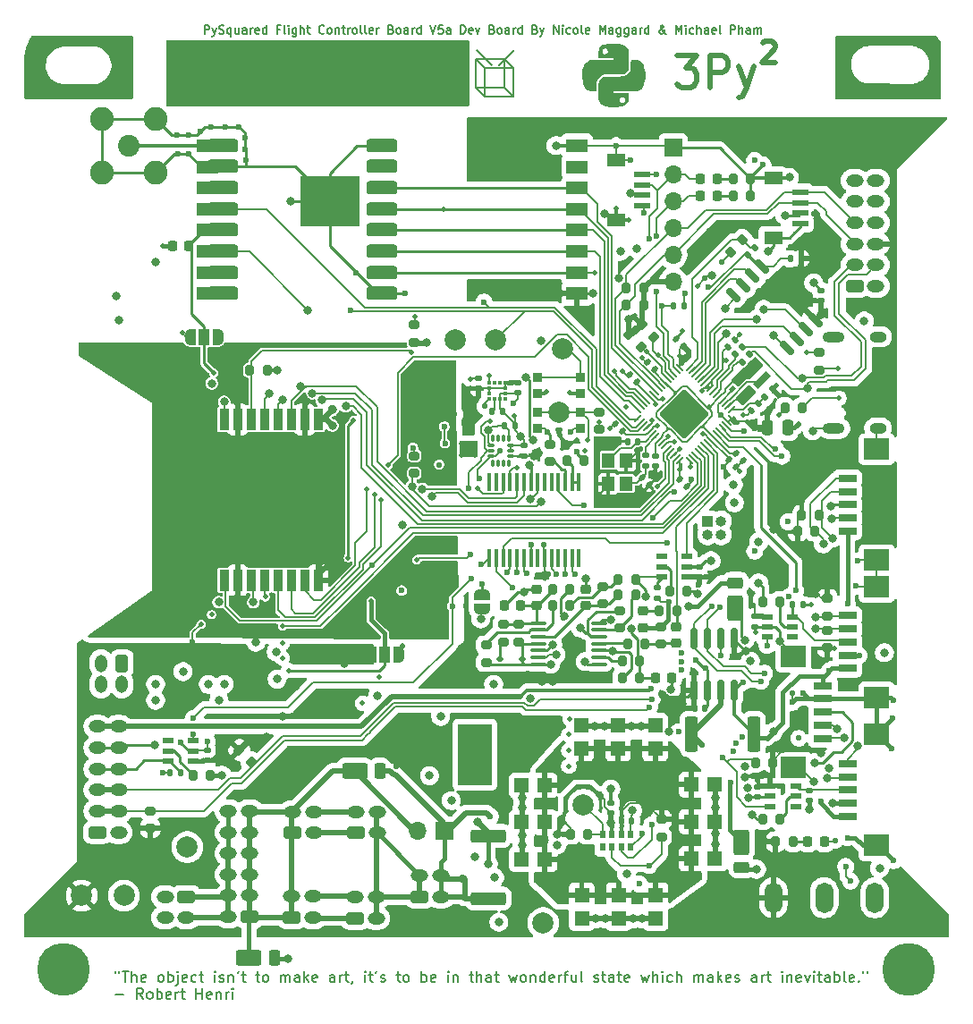
<source format=gbr>
%TF.GenerationSoftware,KiCad,Pcbnew,9.0.0*%
%TF.CreationDate,2025-04-09T19:33:59-07:00*%
%TF.ProjectId,FC_V5a,46435f56-3561-42e6-9b69-6361645f7063,rev?*%
%TF.SameCoordinates,Original*%
%TF.FileFunction,Copper,L1,Top*%
%TF.FilePolarity,Positive*%
%FSLAX46Y46*%
G04 Gerber Fmt 4.6, Leading zero omitted, Abs format (unit mm)*
G04 Created by KiCad (PCBNEW 9.0.0) date 2025-04-09 19:33:59*
%MOMM*%
%LPD*%
G01*
G04 APERTURE LIST*
G04 Aperture macros list*
%AMRoundRect*
0 Rectangle with rounded corners*
0 $1 Rounding radius*
0 $2 $3 $4 $5 $6 $7 $8 $9 X,Y pos of 4 corners*
0 Add a 4 corners polygon primitive as box body*
4,1,4,$2,$3,$4,$5,$6,$7,$8,$9,$2,$3,0*
0 Add four circle primitives for the rounded corners*
1,1,$1+$1,$2,$3*
1,1,$1+$1,$4,$5*
1,1,$1+$1,$6,$7*
1,1,$1+$1,$8,$9*
0 Add four rect primitives between the rounded corners*
20,1,$1+$1,$2,$3,$4,$5,0*
20,1,$1+$1,$4,$5,$6,$7,0*
20,1,$1+$1,$6,$7,$8,$9,0*
20,1,$1+$1,$8,$9,$2,$3,0*%
%AMRotRect*
0 Rectangle, with rotation*
0 The origin of the aperture is its center*
0 $1 length*
0 $2 width*
0 $3 Rotation angle, in degrees counterclockwise*
0 Add horizontal line*
21,1,$1,$2,0,0,$3*%
%AMFreePoly0*
4,1,23,0.550000,-0.750000,0.000000,-0.750000,0.000000,-0.745722,-0.065263,-0.745722,-0.191342,-0.711940,-0.304381,-0.646677,-0.396677,-0.554381,-0.461940,-0.441342,-0.495722,-0.315263,-0.495722,-0.250000,-0.500000,-0.250000,-0.500000,0.250000,-0.495722,0.250000,-0.495722,0.315263,-0.461940,0.441342,-0.396677,0.554381,-0.304381,0.646677,-0.191342,0.711940,-0.065263,0.745722,0.000000,0.745722,
0.000000,0.750000,0.550000,0.750000,0.550000,-0.750000,0.550000,-0.750000,$1*%
%AMFreePoly1*
4,1,23,0.000000,0.745722,0.065263,0.745722,0.191342,0.711940,0.304381,0.646677,0.396677,0.554381,0.461940,0.441342,0.495722,0.315263,0.495722,0.250000,0.500000,0.250000,0.500000,-0.250000,0.495722,-0.250000,0.495722,-0.315263,0.461940,-0.441342,0.396677,-0.554381,0.304381,-0.646677,0.191342,-0.711940,0.065263,-0.745722,0.000000,-0.745722,0.000000,-0.750000,-0.550000,-0.750000,
-0.550000,0.750000,0.000000,0.750000,0.000000,0.745722,0.000000,0.745722,$1*%
%AMFreePoly2*
4,1,23,0.500000,-0.750000,0.000000,-0.750000,0.000000,-0.745722,-0.065263,-0.745722,-0.191342,-0.711940,-0.304381,-0.646677,-0.396677,-0.554381,-0.461940,-0.441342,-0.495722,-0.315263,-0.495722,-0.250000,-0.500000,-0.250000,-0.500000,0.250000,-0.495722,0.250000,-0.495722,0.315263,-0.461940,0.441342,-0.396677,0.554381,-0.304381,0.646677,-0.191342,0.711940,-0.065263,0.745722,0.000000,0.745722,
0.000000,0.750000,0.500000,0.750000,0.500000,-0.750000,0.500000,-0.750000,$1*%
%AMFreePoly3*
4,1,23,0.000000,0.745722,0.065263,0.745722,0.191342,0.711940,0.304381,0.646677,0.396677,0.554381,0.461940,0.441342,0.495722,0.315263,0.495722,0.250000,0.500000,0.250000,0.500000,-0.250000,0.495722,-0.250000,0.495722,-0.315263,0.461940,-0.441342,0.396677,-0.554381,0.304381,-0.646677,0.191342,-0.711940,0.065263,-0.745722,0.000000,-0.745722,0.000000,-0.750000,-0.500000,-0.750000,
-0.500000,0.750000,0.000000,0.750000,0.000000,0.745722,0.000000,0.745722,$1*%
%AMFreePoly4*
4,1,18,-0.437500,0.050000,-0.433694,0.069134,-0.422856,0.085355,-0.406634,0.096194,-0.387500,0.100000,0.387500,0.100000,0.437500,0.050000,0.437500,-0.050000,0.433694,-0.069134,0.422856,-0.085355,0.406634,-0.096194,0.387500,-0.100000,-0.387500,-0.100000,-0.406634,-0.096194,-0.422856,-0.085355,-0.433694,-0.069134,-0.437500,-0.050000,-0.437500,0.050000,-0.437500,0.050000,$1*%
%AMFreePoly5*
4,1,18,-0.437500,0.050000,-0.433694,0.069134,-0.422856,0.085355,-0.406634,0.096194,-0.387500,0.100000,0.387500,0.100000,0.406634,0.096194,0.422856,0.085355,0.433694,0.069134,0.437500,0.050000,0.437500,-0.050000,0.387500,-0.100000,-0.387500,-0.100000,-0.406634,-0.096194,-0.422856,-0.085355,-0.433694,-0.069134,-0.437500,-0.050000,-0.437500,0.050000,-0.437500,0.050000,$1*%
%AMFreePoly6*
4,1,18,-0.100000,0.387500,-0.050000,0.437500,0.050000,0.437500,0.069134,0.433694,0.085355,0.422856,0.096194,0.406634,0.100000,0.387500,0.100000,-0.387500,0.096194,-0.406634,0.085355,-0.422856,0.069134,-0.433694,0.050000,-0.437500,-0.050000,-0.437500,-0.069134,-0.433694,-0.085355,-0.422856,-0.096194,-0.406634,-0.100000,-0.387500,-0.100000,0.387500,-0.100000,0.387500,$1*%
%AMFreePoly7*
4,1,18,-0.100000,0.387500,-0.096194,0.406634,-0.085355,0.422856,-0.069134,0.433694,-0.050000,0.437500,0.050000,0.437500,0.100000,0.387500,0.100000,-0.387500,0.096194,-0.406634,0.085355,-0.422856,0.069134,-0.433694,0.050000,-0.437500,-0.050000,-0.437500,-0.069134,-0.433694,-0.085355,-0.422856,-0.096194,-0.406634,-0.100000,-0.387500,-0.100000,0.387500,-0.100000,0.387500,$1*%
%AMFreePoly8*
4,1,18,-0.437500,0.050000,-0.433694,0.069134,-0.422856,0.085355,-0.406634,0.096194,-0.387500,0.100000,0.387500,0.100000,0.406634,0.096194,0.422856,0.085355,0.433694,0.069134,0.437500,0.050000,0.437500,-0.050000,0.433694,-0.069134,0.422856,-0.085355,0.406634,-0.096194,0.387500,-0.100000,-0.387500,-0.100000,-0.437500,-0.050000,-0.437500,0.050000,-0.437500,0.050000,$1*%
%AMFreePoly9*
4,1,18,-0.437500,0.050000,-0.387500,0.100000,0.387500,0.100000,0.406634,0.096194,0.422856,0.085355,0.433694,0.069134,0.437500,0.050000,0.437500,-0.050000,0.433694,-0.069134,0.422856,-0.085355,0.406634,-0.096194,0.387500,-0.100000,-0.387500,-0.100000,-0.406634,-0.096194,-0.422856,-0.085355,-0.433694,-0.069134,-0.437500,-0.050000,-0.437500,0.050000,-0.437500,0.050000,$1*%
%AMFreePoly10*
4,1,18,-0.100000,0.387500,-0.096194,0.406634,-0.085355,0.422856,-0.069134,0.433694,-0.050000,0.437500,0.050000,0.437500,0.069134,0.433694,0.085355,0.422856,0.096194,0.406634,0.100000,0.387500,0.100000,-0.387500,0.050000,-0.437500,-0.050000,-0.437500,-0.069134,-0.433694,-0.085355,-0.422856,-0.096194,-0.406634,-0.100000,-0.387500,-0.100000,0.387500,-0.100000,0.387500,$1*%
%AMFreePoly11*
4,1,18,-0.100000,0.387500,-0.096194,0.406634,-0.085355,0.422856,-0.069134,0.433694,-0.050000,0.437500,0.050000,0.437500,0.069134,0.433694,0.085355,0.422856,0.096194,0.406634,0.100000,0.387500,0.100000,-0.387500,0.096194,-0.406634,0.085355,-0.422856,0.069134,-0.433694,0.050000,-0.437500,-0.050000,-0.437500,-0.100000,-0.387500,-0.100000,0.387500,-0.100000,0.387500,$1*%
G04 Aperture macros list end*
%TA.AperFunction,NonConductor*%
%ADD10C,0.200000*%
%TD*%
%ADD11C,0.150000*%
%TA.AperFunction,NonConductor*%
%ADD12C,0.150000*%
%TD*%
%ADD13C,0.500000*%
%TA.AperFunction,NonConductor*%
%ADD14C,0.500000*%
%TD*%
%ADD15C,0.200000*%
%TA.AperFunction,EtchedComponent*%
%ADD16C,0.000000*%
%TD*%
%TA.AperFunction,SMDPad,CuDef*%
%ADD17R,1.000000X0.550000*%
%TD*%
%TA.AperFunction,SMDPad,CuDef*%
%ADD18RoundRect,0.162500X-0.574524X0.344715X0.344715X-0.574524X0.574524X-0.344715X-0.344715X0.574524X0*%
%TD*%
%TA.AperFunction,SMDPad,CuDef*%
%ADD19RoundRect,0.135000X0.035355X-0.226274X0.226274X-0.035355X-0.035355X0.226274X-0.226274X0.035355X0*%
%TD*%
%TA.AperFunction,SMDPad,CuDef*%
%ADD20RoundRect,0.135000X-0.035355X0.226274X-0.226274X0.035355X0.035355X-0.226274X0.226274X-0.035355X0*%
%TD*%
%TA.AperFunction,ComponentPad*%
%ADD21C,2.000000*%
%TD*%
%TA.AperFunction,ComponentPad*%
%ADD22C,2.050000*%
%TD*%
%TA.AperFunction,ComponentPad*%
%ADD23C,2.250000*%
%TD*%
%TA.AperFunction,SMDPad,CuDef*%
%ADD24RoundRect,0.200000X0.200000X0.275000X-0.200000X0.275000X-0.200000X-0.275000X0.200000X-0.275000X0*%
%TD*%
%TA.AperFunction,ComponentPad*%
%ADD25R,1.700000X1.700000*%
%TD*%
%TA.AperFunction,ComponentPad*%
%ADD26O,1.700000X1.700000*%
%TD*%
%TA.AperFunction,SMDPad,CuDef*%
%ADD27RoundRect,0.135000X-0.185000X0.135000X-0.185000X-0.135000X0.185000X-0.135000X0.185000X0.135000X0*%
%TD*%
%TA.AperFunction,ComponentPad*%
%ADD28C,5.000000*%
%TD*%
%TA.AperFunction,SMDPad,CuDef*%
%ADD29RoundRect,0.140000X0.140000X0.170000X-0.140000X0.170000X-0.140000X-0.170000X0.140000X-0.170000X0*%
%TD*%
%TA.AperFunction,SMDPad,CuDef*%
%ADD30RoundRect,0.140000X-0.140000X-0.170000X0.140000X-0.170000X0.140000X0.170000X-0.140000X0.170000X0*%
%TD*%
%TA.AperFunction,SMDPad,CuDef*%
%ADD31R,1.800000X0.730000*%
%TD*%
%TA.AperFunction,SMDPad,CuDef*%
%ADD32R,1.800000X0.700000*%
%TD*%
%TA.AperFunction,SMDPad,CuDef*%
%ADD33R,2.400000X2.000000*%
%TD*%
%TA.AperFunction,SMDPad,CuDef*%
%ADD34R,1.400000X1.400000*%
%TD*%
%TA.AperFunction,SMDPad,CuDef*%
%ADD35RoundRect,0.200000X-0.200000X-0.275000X0.200000X-0.275000X0.200000X0.275000X-0.200000X0.275000X0*%
%TD*%
%TA.AperFunction,SMDPad,CuDef*%
%ADD36RoundRect,0.218750X0.218750X0.256250X-0.218750X0.256250X-0.218750X-0.256250X0.218750X-0.256250X0*%
%TD*%
%TA.AperFunction,ComponentPad*%
%ADD37RoundRect,0.250000X0.575000X-0.350000X0.575000X0.350000X-0.575000X0.350000X-0.575000X-0.350000X0*%
%TD*%
%TA.AperFunction,ComponentPad*%
%ADD38O,1.650000X1.200000*%
%TD*%
%TA.AperFunction,SMDPad,CuDef*%
%ADD39RoundRect,0.140000X0.170000X-0.140000X0.170000X0.140000X-0.170000X0.140000X-0.170000X-0.140000X0*%
%TD*%
%TA.AperFunction,SMDPad,CuDef*%
%ADD40R,0.900000X0.900000*%
%TD*%
%TA.AperFunction,SMDPad,CuDef*%
%ADD41FreePoly0,180.000000*%
%TD*%
%TA.AperFunction,SMDPad,CuDef*%
%ADD42R,1.000000X1.500000*%
%TD*%
%TA.AperFunction,SMDPad,CuDef*%
%ADD43FreePoly1,180.000000*%
%TD*%
%TA.AperFunction,SMDPad,CuDef*%
%ADD44RoundRect,0.140000X-0.170000X0.140000X-0.170000X-0.140000X0.170000X-0.140000X0.170000X0.140000X0*%
%TD*%
%TA.AperFunction,SMDPad,CuDef*%
%ADD45RoundRect,0.225000X-0.225000X-0.250000X0.225000X-0.250000X0.225000X0.250000X-0.225000X0.250000X0*%
%TD*%
%TA.AperFunction,SMDPad,CuDef*%
%ADD46RoundRect,0.140000X0.219203X0.021213X0.021213X0.219203X-0.219203X-0.021213X-0.021213X-0.219203X0*%
%TD*%
%TA.AperFunction,SMDPad,CuDef*%
%ADD47RoundRect,0.200000X-0.275000X0.200000X-0.275000X-0.200000X0.275000X-0.200000X0.275000X0.200000X0*%
%TD*%
%TA.AperFunction,SMDPad,CuDef*%
%ADD48RoundRect,0.218750X0.256250X-0.218750X0.256250X0.218750X-0.256250X0.218750X-0.256250X-0.218750X0*%
%TD*%
%TA.AperFunction,SMDPad,CuDef*%
%ADD49RotRect,0.700000X1.700000X315.000000*%
%TD*%
%TA.AperFunction,SMDPad,CuDef*%
%ADD50RoundRect,0.250000X0.950000X0.500000X-0.950000X0.500000X-0.950000X-0.500000X0.950000X-0.500000X0*%
%TD*%
%TA.AperFunction,SMDPad,CuDef*%
%ADD51RoundRect,0.250000X0.275000X0.500000X-0.275000X0.500000X-0.275000X-0.500000X0.275000X-0.500000X0*%
%TD*%
%TA.AperFunction,SMDPad,CuDef*%
%ADD52FreePoly2,90.000000*%
%TD*%
%TA.AperFunction,SMDPad,CuDef*%
%ADD53FreePoly3,90.000000*%
%TD*%
%TA.AperFunction,SMDPad,CuDef*%
%ADD54RoundRect,0.200000X0.275000X-0.200000X0.275000X0.200000X-0.275000X0.200000X-0.275000X-0.200000X0*%
%TD*%
%TA.AperFunction,SMDPad,CuDef*%
%ADD55RoundRect,0.225000X-0.250000X0.225000X-0.250000X-0.225000X0.250000X-0.225000X0.250000X0.225000X0*%
%TD*%
%TA.AperFunction,SMDPad,CuDef*%
%ADD56RoundRect,0.135000X-0.135000X-0.185000X0.135000X-0.185000X0.135000X0.185000X-0.135000X0.185000X0*%
%TD*%
%TA.AperFunction,SMDPad,CuDef*%
%ADD57RoundRect,0.250000X-0.250000X-0.475000X0.250000X-0.475000X0.250000X0.475000X-0.250000X0.475000X0*%
%TD*%
%TA.AperFunction,SMDPad,CuDef*%
%ADD58RoundRect,0.100000X0.637500X0.100000X-0.637500X0.100000X-0.637500X-0.100000X0.637500X-0.100000X0*%
%TD*%
%TA.AperFunction,SMDPad,CuDef*%
%ADD59R,2.000000X1.300000*%
%TD*%
%TA.AperFunction,SMDPad,CuDef*%
%ADD60R,5.699999X4.800001*%
%TD*%
%TA.AperFunction,SMDPad,CuDef*%
%ADD61R,1.550000X0.600000*%
%TD*%
%TA.AperFunction,SMDPad,CuDef*%
%ADD62R,1.800000X1.200000*%
%TD*%
%TA.AperFunction,SMDPad,CuDef*%
%ADD63RoundRect,0.140000X0.021213X-0.219203X0.219203X-0.021213X-0.021213X0.219203X-0.219203X0.021213X0*%
%TD*%
%TA.AperFunction,ComponentPad*%
%ADD64RoundRect,0.250000X-0.575000X0.350000X-0.575000X-0.350000X0.575000X-0.350000X0.575000X0.350000X0*%
%TD*%
%TA.AperFunction,SMDPad,CuDef*%
%ADD65RoundRect,0.200000X0.335876X0.053033X0.053033X0.335876X-0.335876X-0.053033X-0.053033X-0.335876X0*%
%TD*%
%TA.AperFunction,SMDPad,CuDef*%
%ADD66RoundRect,0.087500X0.087500X-0.225000X0.087500X0.225000X-0.087500X0.225000X-0.087500X-0.225000X0*%
%TD*%
%TA.AperFunction,SMDPad,CuDef*%
%ADD67RoundRect,0.087500X0.225000X-0.087500X0.225000X0.087500X-0.225000X0.087500X-0.225000X-0.087500X0*%
%TD*%
%TA.AperFunction,SMDPad,CuDef*%
%ADD68RotRect,0.470000X0.530000X315.000000*%
%TD*%
%TA.AperFunction,SMDPad,CuDef*%
%ADD69FreePoly0,0.000000*%
%TD*%
%TA.AperFunction,SMDPad,CuDef*%
%ADD70FreePoly1,0.000000*%
%TD*%
%TA.AperFunction,SMDPad,CuDef*%
%ADD71RoundRect,0.150000X-0.150000X0.825000X-0.150000X-0.825000X0.150000X-0.825000X0.150000X0.825000X0*%
%TD*%
%TA.AperFunction,SMDPad,CuDef*%
%ADD72RoundRect,0.135000X0.135000X0.185000X-0.135000X0.185000X-0.135000X-0.185000X0.135000X-0.185000X0*%
%TD*%
%TA.AperFunction,SMDPad,CuDef*%
%ADD73RoundRect,0.140000X-0.219203X-0.021213X-0.021213X-0.219203X0.219203X0.021213X0.021213X0.219203X0*%
%TD*%
%TA.AperFunction,SMDPad,CuDef*%
%ADD74RoundRect,0.125000X0.000000X-0.176777X0.176777X0.000000X0.000000X0.176777X-0.176777X0.000000X0*%
%TD*%
%TA.AperFunction,SMDPad,CuDef*%
%ADD75FreePoly4,315.000000*%
%TD*%
%TA.AperFunction,SMDPad,CuDef*%
%ADD76RoundRect,0.050000X-0.309359X0.238649X0.238649X-0.309359X0.309359X-0.238649X-0.238649X0.309359X0*%
%TD*%
%TA.AperFunction,SMDPad,CuDef*%
%ADD77FreePoly5,315.000000*%
%TD*%
%TA.AperFunction,SMDPad,CuDef*%
%ADD78FreePoly6,315.000000*%
%TD*%
%TA.AperFunction,SMDPad,CuDef*%
%ADD79RoundRect,0.050000X-0.309359X-0.238649X-0.238649X-0.309359X0.309359X0.238649X0.238649X0.309359X0*%
%TD*%
%TA.AperFunction,SMDPad,CuDef*%
%ADD80FreePoly7,315.000000*%
%TD*%
%TA.AperFunction,SMDPad,CuDef*%
%ADD81FreePoly8,315.000000*%
%TD*%
%TA.AperFunction,SMDPad,CuDef*%
%ADD82FreePoly9,315.000000*%
%TD*%
%TA.AperFunction,SMDPad,CuDef*%
%ADD83FreePoly10,315.000000*%
%TD*%
%TA.AperFunction,SMDPad,CuDef*%
%ADD84FreePoly11,315.000000*%
%TD*%
%TA.AperFunction,ComponentPad*%
%ADD85C,0.600000*%
%TD*%
%TA.AperFunction,SMDPad,CuDef*%
%ADD86RoundRect,0.153000X0.000000X-2.187788X2.187788X0.000000X0.000000X2.187788X-2.187788X0.000000X0*%
%TD*%
%TA.AperFunction,SMDPad,CuDef*%
%ADD87R,0.900000X2.000000*%
%TD*%
%TA.AperFunction,SMDPad,CuDef*%
%ADD88RoundRect,0.250000X-0.500000X0.950000X-0.500000X-0.950000X0.500000X-0.950000X0.500000X0.950000X0*%
%TD*%
%TA.AperFunction,SMDPad,CuDef*%
%ADD89RoundRect,0.250000X-0.500000X0.275000X-0.500000X-0.275000X0.500000X-0.275000X0.500000X0.275000X0*%
%TD*%
%TA.AperFunction,SMDPad,CuDef*%
%ADD90RoundRect,0.225000X0.225000X0.250000X-0.225000X0.250000X-0.225000X-0.250000X0.225000X-0.250000X0*%
%TD*%
%TA.AperFunction,SMDPad,CuDef*%
%ADD91RoundRect,0.317500X1.157500X0.317500X-1.157500X0.317500X-1.157500X-0.317500X1.157500X-0.317500X0*%
%TD*%
%TA.AperFunction,SMDPad,CuDef*%
%ADD92RoundRect,0.250000X0.500000X-0.950000X0.500000X0.950000X-0.500000X0.950000X-0.500000X-0.950000X0*%
%TD*%
%TA.AperFunction,SMDPad,CuDef*%
%ADD93RoundRect,0.250000X0.500000X-0.275000X0.500000X0.275000X-0.500000X0.275000X-0.500000X-0.275000X0*%
%TD*%
%TA.AperFunction,SMDPad,CuDef*%
%ADD94RoundRect,0.250000X-0.362500X-1.425000X0.362500X-1.425000X0.362500X1.425000X-0.362500X1.425000X0*%
%TD*%
%TA.AperFunction,SMDPad,CuDef*%
%ADD95R,0.375000X0.350000*%
%TD*%
%TA.AperFunction,SMDPad,CuDef*%
%ADD96R,0.350000X0.375000*%
%TD*%
%TA.AperFunction,ComponentPad*%
%ADD97R,1.000000X1.000000*%
%TD*%
%TA.AperFunction,ComponentPad*%
%ADD98O,1.000000X1.000000*%
%TD*%
%TA.AperFunction,SMDPad,CuDef*%
%ADD99RoundRect,0.112500X0.187500X0.112500X-0.187500X0.112500X-0.187500X-0.112500X0.187500X-0.112500X0*%
%TD*%
%TA.AperFunction,ComponentPad*%
%ADD100O,1.700000X2.900000*%
%TD*%
%TA.AperFunction,SMDPad,CuDef*%
%ADD101RoundRect,0.140000X-0.021213X0.219203X-0.219203X0.021213X0.021213X-0.219203X0.219203X-0.021213X0*%
%TD*%
%TA.AperFunction,SMDPad,CuDef*%
%ADD102R,0.500000X0.800000*%
%TD*%
%TA.AperFunction,SMDPad,CuDef*%
%ADD103R,1.200000X1.400000*%
%TD*%
%TA.AperFunction,SMDPad,CuDef*%
%ADD104RoundRect,0.200000X-0.053033X0.335876X-0.335876X0.053033X0.053033X-0.335876X0.335876X-0.053033X0*%
%TD*%
%TA.AperFunction,SMDPad,CuDef*%
%ADD105RoundRect,0.250000X-1.425000X0.362500X-1.425000X-0.362500X1.425000X-0.362500X1.425000X0.362500X0*%
%TD*%
%TA.AperFunction,SMDPad,CuDef*%
%ADD106R,0.450000X1.750000*%
%TD*%
%TA.AperFunction,ComponentPad*%
%ADD107RoundRect,0.250000X0.350000X0.575000X-0.350000X0.575000X-0.350000X-0.575000X0.350000X-0.575000X0*%
%TD*%
%TA.AperFunction,ComponentPad*%
%ADD108O,1.200000X1.650000*%
%TD*%
%TA.AperFunction,SMDPad,CuDef*%
%ADD109R,3.200000X5.800000*%
%TD*%
%TA.AperFunction,ComponentPad*%
%ADD110O,1.600000X1.000000*%
%TD*%
%TA.AperFunction,ComponentPad*%
%ADD111O,2.100000X1.000000*%
%TD*%
%TA.AperFunction,HeatsinkPad*%
%ADD112C,0.500000*%
%TD*%
%TA.AperFunction,HeatsinkPad*%
%ADD113R,1.800000X1.600000*%
%TD*%
%TA.AperFunction,ViaPad*%
%ADD114C,0.800000*%
%TD*%
%TA.AperFunction,ViaPad*%
%ADD115C,0.600000*%
%TD*%
%TA.AperFunction,ViaPad*%
%ADD116C,0.460000*%
%TD*%
%TA.AperFunction,ViaPad*%
%ADD117C,0.560000*%
%TD*%
%TA.AperFunction,Conductor*%
%ADD118C,0.127000*%
%TD*%
%TA.AperFunction,Conductor*%
%ADD119C,0.500000*%
%TD*%
%TA.AperFunction,Conductor*%
%ADD120C,0.152400*%
%TD*%
%TA.AperFunction,Conductor*%
%ADD121C,0.400000*%
%TD*%
%TA.AperFunction,Conductor*%
%ADD122C,0.250000*%
%TD*%
%TA.AperFunction,Conductor*%
%ADD123C,0.200000*%
%TD*%
%TA.AperFunction,Conductor*%
%ADD124C,0.300000*%
%TD*%
%TA.AperFunction,Conductor*%
%ADD125C,0.342392*%
%TD*%
G04 APERTURE END LIST*
D10*
X187190000Y-55370000D02*
X186340000Y-54520000D01*
X189040000Y-51820000D02*
X189890000Y-52670000D01*
X187840000Y-52410000D02*
X186360000Y-50930000D01*
X186340000Y-54520000D02*
X189040000Y-54520000D01*
X187190000Y-52670000D02*
X187190000Y-55370000D01*
X189890000Y-52670000D02*
X187190000Y-52670000D01*
X189040000Y-51820000D02*
X186340000Y-51820000D01*
X188520000Y-52390000D02*
X189990000Y-50920000D01*
X189040000Y-54520000D02*
X189040000Y-51820000D01*
X186340000Y-54520000D02*
X186340000Y-51820000D01*
X186340000Y-51820000D02*
X187190000Y-52670000D01*
X187190000Y-55370000D02*
X189890000Y-55370000D01*
X189040000Y-54520000D02*
X189890000Y-55370000D01*
X189890000Y-55370000D02*
X189890000Y-52670000D01*
D11*
D12*
X152189160Y-138159875D02*
X152189160Y-138350351D01*
X152570112Y-138159875D02*
X152570112Y-138350351D01*
X152855827Y-138159875D02*
X153427255Y-138159875D01*
X153141541Y-139159875D02*
X153141541Y-138159875D01*
X153760589Y-139159875D02*
X153760589Y-138159875D01*
X154189160Y-139159875D02*
X154189160Y-138636065D01*
X154189160Y-138636065D02*
X154141541Y-138540827D01*
X154141541Y-138540827D02*
X154046303Y-138493208D01*
X154046303Y-138493208D02*
X153903446Y-138493208D01*
X153903446Y-138493208D02*
X153808208Y-138540827D01*
X153808208Y-138540827D02*
X153760589Y-138588446D01*
X155046303Y-139112256D02*
X154951065Y-139159875D01*
X154951065Y-139159875D02*
X154760589Y-139159875D01*
X154760589Y-139159875D02*
X154665351Y-139112256D01*
X154665351Y-139112256D02*
X154617732Y-139017017D01*
X154617732Y-139017017D02*
X154617732Y-138636065D01*
X154617732Y-138636065D02*
X154665351Y-138540827D01*
X154665351Y-138540827D02*
X154760589Y-138493208D01*
X154760589Y-138493208D02*
X154951065Y-138493208D01*
X154951065Y-138493208D02*
X155046303Y-138540827D01*
X155046303Y-138540827D02*
X155093922Y-138636065D01*
X155093922Y-138636065D02*
X155093922Y-138731303D01*
X155093922Y-138731303D02*
X154617732Y-138826541D01*
X156427256Y-139159875D02*
X156332018Y-139112256D01*
X156332018Y-139112256D02*
X156284399Y-139064636D01*
X156284399Y-139064636D02*
X156236780Y-138969398D01*
X156236780Y-138969398D02*
X156236780Y-138683684D01*
X156236780Y-138683684D02*
X156284399Y-138588446D01*
X156284399Y-138588446D02*
X156332018Y-138540827D01*
X156332018Y-138540827D02*
X156427256Y-138493208D01*
X156427256Y-138493208D02*
X156570113Y-138493208D01*
X156570113Y-138493208D02*
X156665351Y-138540827D01*
X156665351Y-138540827D02*
X156712970Y-138588446D01*
X156712970Y-138588446D02*
X156760589Y-138683684D01*
X156760589Y-138683684D02*
X156760589Y-138969398D01*
X156760589Y-138969398D02*
X156712970Y-139064636D01*
X156712970Y-139064636D02*
X156665351Y-139112256D01*
X156665351Y-139112256D02*
X156570113Y-139159875D01*
X156570113Y-139159875D02*
X156427256Y-139159875D01*
X157189161Y-139159875D02*
X157189161Y-138159875D01*
X157189161Y-138540827D02*
X157284399Y-138493208D01*
X157284399Y-138493208D02*
X157474875Y-138493208D01*
X157474875Y-138493208D02*
X157570113Y-138540827D01*
X157570113Y-138540827D02*
X157617732Y-138588446D01*
X157617732Y-138588446D02*
X157665351Y-138683684D01*
X157665351Y-138683684D02*
X157665351Y-138969398D01*
X157665351Y-138969398D02*
X157617732Y-139064636D01*
X157617732Y-139064636D02*
X157570113Y-139112256D01*
X157570113Y-139112256D02*
X157474875Y-139159875D01*
X157474875Y-139159875D02*
X157284399Y-139159875D01*
X157284399Y-139159875D02*
X157189161Y-139112256D01*
X158093923Y-138493208D02*
X158093923Y-139350351D01*
X158093923Y-139350351D02*
X158046304Y-139445589D01*
X158046304Y-139445589D02*
X157951066Y-139493208D01*
X157951066Y-139493208D02*
X157903447Y-139493208D01*
X158093923Y-138159875D02*
X158046304Y-138207494D01*
X158046304Y-138207494D02*
X158093923Y-138255113D01*
X158093923Y-138255113D02*
X158141542Y-138207494D01*
X158141542Y-138207494D02*
X158093923Y-138159875D01*
X158093923Y-138159875D02*
X158093923Y-138255113D01*
X158951065Y-139112256D02*
X158855827Y-139159875D01*
X158855827Y-139159875D02*
X158665351Y-139159875D01*
X158665351Y-139159875D02*
X158570113Y-139112256D01*
X158570113Y-139112256D02*
X158522494Y-139017017D01*
X158522494Y-139017017D02*
X158522494Y-138636065D01*
X158522494Y-138636065D02*
X158570113Y-138540827D01*
X158570113Y-138540827D02*
X158665351Y-138493208D01*
X158665351Y-138493208D02*
X158855827Y-138493208D01*
X158855827Y-138493208D02*
X158951065Y-138540827D01*
X158951065Y-138540827D02*
X158998684Y-138636065D01*
X158998684Y-138636065D02*
X158998684Y-138731303D01*
X158998684Y-138731303D02*
X158522494Y-138826541D01*
X159855827Y-139112256D02*
X159760589Y-139159875D01*
X159760589Y-139159875D02*
X159570113Y-139159875D01*
X159570113Y-139159875D02*
X159474875Y-139112256D01*
X159474875Y-139112256D02*
X159427256Y-139064636D01*
X159427256Y-139064636D02*
X159379637Y-138969398D01*
X159379637Y-138969398D02*
X159379637Y-138683684D01*
X159379637Y-138683684D02*
X159427256Y-138588446D01*
X159427256Y-138588446D02*
X159474875Y-138540827D01*
X159474875Y-138540827D02*
X159570113Y-138493208D01*
X159570113Y-138493208D02*
X159760589Y-138493208D01*
X159760589Y-138493208D02*
X159855827Y-138540827D01*
X160141542Y-138493208D02*
X160522494Y-138493208D01*
X160284399Y-138159875D02*
X160284399Y-139017017D01*
X160284399Y-139017017D02*
X160332018Y-139112256D01*
X160332018Y-139112256D02*
X160427256Y-139159875D01*
X160427256Y-139159875D02*
X160522494Y-139159875D01*
X161617733Y-139159875D02*
X161617733Y-138493208D01*
X161617733Y-138159875D02*
X161570114Y-138207494D01*
X161570114Y-138207494D02*
X161617733Y-138255113D01*
X161617733Y-138255113D02*
X161665352Y-138207494D01*
X161665352Y-138207494D02*
X161617733Y-138159875D01*
X161617733Y-138159875D02*
X161617733Y-138255113D01*
X162046304Y-139112256D02*
X162141542Y-139159875D01*
X162141542Y-139159875D02*
X162332018Y-139159875D01*
X162332018Y-139159875D02*
X162427256Y-139112256D01*
X162427256Y-139112256D02*
X162474875Y-139017017D01*
X162474875Y-139017017D02*
X162474875Y-138969398D01*
X162474875Y-138969398D02*
X162427256Y-138874160D01*
X162427256Y-138874160D02*
X162332018Y-138826541D01*
X162332018Y-138826541D02*
X162189161Y-138826541D01*
X162189161Y-138826541D02*
X162093923Y-138778922D01*
X162093923Y-138778922D02*
X162046304Y-138683684D01*
X162046304Y-138683684D02*
X162046304Y-138636065D01*
X162046304Y-138636065D02*
X162093923Y-138540827D01*
X162093923Y-138540827D02*
X162189161Y-138493208D01*
X162189161Y-138493208D02*
X162332018Y-138493208D01*
X162332018Y-138493208D02*
X162427256Y-138540827D01*
X162903447Y-138493208D02*
X162903447Y-139159875D01*
X162903447Y-138588446D02*
X162951066Y-138540827D01*
X162951066Y-138540827D02*
X163046304Y-138493208D01*
X163046304Y-138493208D02*
X163189161Y-138493208D01*
X163189161Y-138493208D02*
X163284399Y-138540827D01*
X163284399Y-138540827D02*
X163332018Y-138636065D01*
X163332018Y-138636065D02*
X163332018Y-139159875D01*
X163855828Y-138159875D02*
X163760590Y-138350351D01*
X164141542Y-138493208D02*
X164522494Y-138493208D01*
X164284399Y-138159875D02*
X164284399Y-139017017D01*
X164284399Y-139017017D02*
X164332018Y-139112256D01*
X164332018Y-139112256D02*
X164427256Y-139159875D01*
X164427256Y-139159875D02*
X164522494Y-139159875D01*
X165474876Y-138493208D02*
X165855828Y-138493208D01*
X165617733Y-138159875D02*
X165617733Y-139017017D01*
X165617733Y-139017017D02*
X165665352Y-139112256D01*
X165665352Y-139112256D02*
X165760590Y-139159875D01*
X165760590Y-139159875D02*
X165855828Y-139159875D01*
X166332019Y-139159875D02*
X166236781Y-139112256D01*
X166236781Y-139112256D02*
X166189162Y-139064636D01*
X166189162Y-139064636D02*
X166141543Y-138969398D01*
X166141543Y-138969398D02*
X166141543Y-138683684D01*
X166141543Y-138683684D02*
X166189162Y-138588446D01*
X166189162Y-138588446D02*
X166236781Y-138540827D01*
X166236781Y-138540827D02*
X166332019Y-138493208D01*
X166332019Y-138493208D02*
X166474876Y-138493208D01*
X166474876Y-138493208D02*
X166570114Y-138540827D01*
X166570114Y-138540827D02*
X166617733Y-138588446D01*
X166617733Y-138588446D02*
X166665352Y-138683684D01*
X166665352Y-138683684D02*
X166665352Y-138969398D01*
X166665352Y-138969398D02*
X166617733Y-139064636D01*
X166617733Y-139064636D02*
X166570114Y-139112256D01*
X166570114Y-139112256D02*
X166474876Y-139159875D01*
X166474876Y-139159875D02*
X166332019Y-139159875D01*
X167855829Y-139159875D02*
X167855829Y-138493208D01*
X167855829Y-138588446D02*
X167903448Y-138540827D01*
X167903448Y-138540827D02*
X167998686Y-138493208D01*
X167998686Y-138493208D02*
X168141543Y-138493208D01*
X168141543Y-138493208D02*
X168236781Y-138540827D01*
X168236781Y-138540827D02*
X168284400Y-138636065D01*
X168284400Y-138636065D02*
X168284400Y-139159875D01*
X168284400Y-138636065D02*
X168332019Y-138540827D01*
X168332019Y-138540827D02*
X168427257Y-138493208D01*
X168427257Y-138493208D02*
X168570114Y-138493208D01*
X168570114Y-138493208D02*
X168665353Y-138540827D01*
X168665353Y-138540827D02*
X168712972Y-138636065D01*
X168712972Y-138636065D02*
X168712972Y-139159875D01*
X169617733Y-139159875D02*
X169617733Y-138636065D01*
X169617733Y-138636065D02*
X169570114Y-138540827D01*
X169570114Y-138540827D02*
X169474876Y-138493208D01*
X169474876Y-138493208D02*
X169284400Y-138493208D01*
X169284400Y-138493208D02*
X169189162Y-138540827D01*
X169617733Y-139112256D02*
X169522495Y-139159875D01*
X169522495Y-139159875D02*
X169284400Y-139159875D01*
X169284400Y-139159875D02*
X169189162Y-139112256D01*
X169189162Y-139112256D02*
X169141543Y-139017017D01*
X169141543Y-139017017D02*
X169141543Y-138921779D01*
X169141543Y-138921779D02*
X169189162Y-138826541D01*
X169189162Y-138826541D02*
X169284400Y-138778922D01*
X169284400Y-138778922D02*
X169522495Y-138778922D01*
X169522495Y-138778922D02*
X169617733Y-138731303D01*
X170093924Y-139159875D02*
X170093924Y-138159875D01*
X170189162Y-138778922D02*
X170474876Y-139159875D01*
X170474876Y-138493208D02*
X170093924Y-138874160D01*
X171284400Y-139112256D02*
X171189162Y-139159875D01*
X171189162Y-139159875D02*
X170998686Y-139159875D01*
X170998686Y-139159875D02*
X170903448Y-139112256D01*
X170903448Y-139112256D02*
X170855829Y-139017017D01*
X170855829Y-139017017D02*
X170855829Y-138636065D01*
X170855829Y-138636065D02*
X170903448Y-138540827D01*
X170903448Y-138540827D02*
X170998686Y-138493208D01*
X170998686Y-138493208D02*
X171189162Y-138493208D01*
X171189162Y-138493208D02*
X171284400Y-138540827D01*
X171284400Y-138540827D02*
X171332019Y-138636065D01*
X171332019Y-138636065D02*
X171332019Y-138731303D01*
X171332019Y-138731303D02*
X170855829Y-138826541D01*
X172951067Y-139159875D02*
X172951067Y-138636065D01*
X172951067Y-138636065D02*
X172903448Y-138540827D01*
X172903448Y-138540827D02*
X172808210Y-138493208D01*
X172808210Y-138493208D02*
X172617734Y-138493208D01*
X172617734Y-138493208D02*
X172522496Y-138540827D01*
X172951067Y-139112256D02*
X172855829Y-139159875D01*
X172855829Y-139159875D02*
X172617734Y-139159875D01*
X172617734Y-139159875D02*
X172522496Y-139112256D01*
X172522496Y-139112256D02*
X172474877Y-139017017D01*
X172474877Y-139017017D02*
X172474877Y-138921779D01*
X172474877Y-138921779D02*
X172522496Y-138826541D01*
X172522496Y-138826541D02*
X172617734Y-138778922D01*
X172617734Y-138778922D02*
X172855829Y-138778922D01*
X172855829Y-138778922D02*
X172951067Y-138731303D01*
X173427258Y-139159875D02*
X173427258Y-138493208D01*
X173427258Y-138683684D02*
X173474877Y-138588446D01*
X173474877Y-138588446D02*
X173522496Y-138540827D01*
X173522496Y-138540827D02*
X173617734Y-138493208D01*
X173617734Y-138493208D02*
X173712972Y-138493208D01*
X173903449Y-138493208D02*
X174284401Y-138493208D01*
X174046306Y-138159875D02*
X174046306Y-139017017D01*
X174046306Y-139017017D02*
X174093925Y-139112256D01*
X174093925Y-139112256D02*
X174189163Y-139159875D01*
X174189163Y-139159875D02*
X174284401Y-139159875D01*
X174665354Y-139112256D02*
X174665354Y-139159875D01*
X174665354Y-139159875D02*
X174617735Y-139255113D01*
X174617735Y-139255113D02*
X174570116Y-139302732D01*
X175855830Y-139159875D02*
X175855830Y-138493208D01*
X175855830Y-138159875D02*
X175808211Y-138207494D01*
X175808211Y-138207494D02*
X175855830Y-138255113D01*
X175855830Y-138255113D02*
X175903449Y-138207494D01*
X175903449Y-138207494D02*
X175855830Y-138159875D01*
X175855830Y-138159875D02*
X175855830Y-138255113D01*
X176189163Y-138493208D02*
X176570115Y-138493208D01*
X176332020Y-138159875D02*
X176332020Y-139017017D01*
X176332020Y-139017017D02*
X176379639Y-139112256D01*
X176379639Y-139112256D02*
X176474877Y-139159875D01*
X176474877Y-139159875D02*
X176570115Y-139159875D01*
X176951068Y-138159875D02*
X176855830Y-138350351D01*
X177332020Y-139112256D02*
X177427258Y-139159875D01*
X177427258Y-139159875D02*
X177617734Y-139159875D01*
X177617734Y-139159875D02*
X177712972Y-139112256D01*
X177712972Y-139112256D02*
X177760591Y-139017017D01*
X177760591Y-139017017D02*
X177760591Y-138969398D01*
X177760591Y-138969398D02*
X177712972Y-138874160D01*
X177712972Y-138874160D02*
X177617734Y-138826541D01*
X177617734Y-138826541D02*
X177474877Y-138826541D01*
X177474877Y-138826541D02*
X177379639Y-138778922D01*
X177379639Y-138778922D02*
X177332020Y-138683684D01*
X177332020Y-138683684D02*
X177332020Y-138636065D01*
X177332020Y-138636065D02*
X177379639Y-138540827D01*
X177379639Y-138540827D02*
X177474877Y-138493208D01*
X177474877Y-138493208D02*
X177617734Y-138493208D01*
X177617734Y-138493208D02*
X177712972Y-138540827D01*
X178808211Y-138493208D02*
X179189163Y-138493208D01*
X178951068Y-138159875D02*
X178951068Y-139017017D01*
X178951068Y-139017017D02*
X178998687Y-139112256D01*
X178998687Y-139112256D02*
X179093925Y-139159875D01*
X179093925Y-139159875D02*
X179189163Y-139159875D01*
X179665354Y-139159875D02*
X179570116Y-139112256D01*
X179570116Y-139112256D02*
X179522497Y-139064636D01*
X179522497Y-139064636D02*
X179474878Y-138969398D01*
X179474878Y-138969398D02*
X179474878Y-138683684D01*
X179474878Y-138683684D02*
X179522497Y-138588446D01*
X179522497Y-138588446D02*
X179570116Y-138540827D01*
X179570116Y-138540827D02*
X179665354Y-138493208D01*
X179665354Y-138493208D02*
X179808211Y-138493208D01*
X179808211Y-138493208D02*
X179903449Y-138540827D01*
X179903449Y-138540827D02*
X179951068Y-138588446D01*
X179951068Y-138588446D02*
X179998687Y-138683684D01*
X179998687Y-138683684D02*
X179998687Y-138969398D01*
X179998687Y-138969398D02*
X179951068Y-139064636D01*
X179951068Y-139064636D02*
X179903449Y-139112256D01*
X179903449Y-139112256D02*
X179808211Y-139159875D01*
X179808211Y-139159875D02*
X179665354Y-139159875D01*
X181189164Y-139159875D02*
X181189164Y-138159875D01*
X181189164Y-138540827D02*
X181284402Y-138493208D01*
X181284402Y-138493208D02*
X181474878Y-138493208D01*
X181474878Y-138493208D02*
X181570116Y-138540827D01*
X181570116Y-138540827D02*
X181617735Y-138588446D01*
X181617735Y-138588446D02*
X181665354Y-138683684D01*
X181665354Y-138683684D02*
X181665354Y-138969398D01*
X181665354Y-138969398D02*
X181617735Y-139064636D01*
X181617735Y-139064636D02*
X181570116Y-139112256D01*
X181570116Y-139112256D02*
X181474878Y-139159875D01*
X181474878Y-139159875D02*
X181284402Y-139159875D01*
X181284402Y-139159875D02*
X181189164Y-139112256D01*
X182474878Y-139112256D02*
X182379640Y-139159875D01*
X182379640Y-139159875D02*
X182189164Y-139159875D01*
X182189164Y-139159875D02*
X182093926Y-139112256D01*
X182093926Y-139112256D02*
X182046307Y-139017017D01*
X182046307Y-139017017D02*
X182046307Y-138636065D01*
X182046307Y-138636065D02*
X182093926Y-138540827D01*
X182093926Y-138540827D02*
X182189164Y-138493208D01*
X182189164Y-138493208D02*
X182379640Y-138493208D01*
X182379640Y-138493208D02*
X182474878Y-138540827D01*
X182474878Y-138540827D02*
X182522497Y-138636065D01*
X182522497Y-138636065D02*
X182522497Y-138731303D01*
X182522497Y-138731303D02*
X182046307Y-138826541D01*
X183712974Y-139159875D02*
X183712974Y-138493208D01*
X183712974Y-138159875D02*
X183665355Y-138207494D01*
X183665355Y-138207494D02*
X183712974Y-138255113D01*
X183712974Y-138255113D02*
X183760593Y-138207494D01*
X183760593Y-138207494D02*
X183712974Y-138159875D01*
X183712974Y-138159875D02*
X183712974Y-138255113D01*
X184189164Y-138493208D02*
X184189164Y-139159875D01*
X184189164Y-138588446D02*
X184236783Y-138540827D01*
X184236783Y-138540827D02*
X184332021Y-138493208D01*
X184332021Y-138493208D02*
X184474878Y-138493208D01*
X184474878Y-138493208D02*
X184570116Y-138540827D01*
X184570116Y-138540827D02*
X184617735Y-138636065D01*
X184617735Y-138636065D02*
X184617735Y-139159875D01*
X185712974Y-138493208D02*
X186093926Y-138493208D01*
X185855831Y-138159875D02*
X185855831Y-139017017D01*
X185855831Y-139017017D02*
X185903450Y-139112256D01*
X185903450Y-139112256D02*
X185998688Y-139159875D01*
X185998688Y-139159875D02*
X186093926Y-139159875D01*
X186427260Y-139159875D02*
X186427260Y-138159875D01*
X186855831Y-139159875D02*
X186855831Y-138636065D01*
X186855831Y-138636065D02*
X186808212Y-138540827D01*
X186808212Y-138540827D02*
X186712974Y-138493208D01*
X186712974Y-138493208D02*
X186570117Y-138493208D01*
X186570117Y-138493208D02*
X186474879Y-138540827D01*
X186474879Y-138540827D02*
X186427260Y-138588446D01*
X187760593Y-139159875D02*
X187760593Y-138636065D01*
X187760593Y-138636065D02*
X187712974Y-138540827D01*
X187712974Y-138540827D02*
X187617736Y-138493208D01*
X187617736Y-138493208D02*
X187427260Y-138493208D01*
X187427260Y-138493208D02*
X187332022Y-138540827D01*
X187760593Y-139112256D02*
X187665355Y-139159875D01*
X187665355Y-139159875D02*
X187427260Y-139159875D01*
X187427260Y-139159875D02*
X187332022Y-139112256D01*
X187332022Y-139112256D02*
X187284403Y-139017017D01*
X187284403Y-139017017D02*
X187284403Y-138921779D01*
X187284403Y-138921779D02*
X187332022Y-138826541D01*
X187332022Y-138826541D02*
X187427260Y-138778922D01*
X187427260Y-138778922D02*
X187665355Y-138778922D01*
X187665355Y-138778922D02*
X187760593Y-138731303D01*
X188093927Y-138493208D02*
X188474879Y-138493208D01*
X188236784Y-138159875D02*
X188236784Y-139017017D01*
X188236784Y-139017017D02*
X188284403Y-139112256D01*
X188284403Y-139112256D02*
X188379641Y-139159875D01*
X188379641Y-139159875D02*
X188474879Y-139159875D01*
X189474880Y-138493208D02*
X189665356Y-139159875D01*
X189665356Y-139159875D02*
X189855832Y-138683684D01*
X189855832Y-138683684D02*
X190046308Y-139159875D01*
X190046308Y-139159875D02*
X190236784Y-138493208D01*
X190760594Y-139159875D02*
X190665356Y-139112256D01*
X190665356Y-139112256D02*
X190617737Y-139064636D01*
X190617737Y-139064636D02*
X190570118Y-138969398D01*
X190570118Y-138969398D02*
X190570118Y-138683684D01*
X190570118Y-138683684D02*
X190617737Y-138588446D01*
X190617737Y-138588446D02*
X190665356Y-138540827D01*
X190665356Y-138540827D02*
X190760594Y-138493208D01*
X190760594Y-138493208D02*
X190903451Y-138493208D01*
X190903451Y-138493208D02*
X190998689Y-138540827D01*
X190998689Y-138540827D02*
X191046308Y-138588446D01*
X191046308Y-138588446D02*
X191093927Y-138683684D01*
X191093927Y-138683684D02*
X191093927Y-138969398D01*
X191093927Y-138969398D02*
X191046308Y-139064636D01*
X191046308Y-139064636D02*
X190998689Y-139112256D01*
X190998689Y-139112256D02*
X190903451Y-139159875D01*
X190903451Y-139159875D02*
X190760594Y-139159875D01*
X191522499Y-138493208D02*
X191522499Y-139159875D01*
X191522499Y-138588446D02*
X191570118Y-138540827D01*
X191570118Y-138540827D02*
X191665356Y-138493208D01*
X191665356Y-138493208D02*
X191808213Y-138493208D01*
X191808213Y-138493208D02*
X191903451Y-138540827D01*
X191903451Y-138540827D02*
X191951070Y-138636065D01*
X191951070Y-138636065D02*
X191951070Y-139159875D01*
X192855832Y-139159875D02*
X192855832Y-138159875D01*
X192855832Y-139112256D02*
X192760594Y-139159875D01*
X192760594Y-139159875D02*
X192570118Y-139159875D01*
X192570118Y-139159875D02*
X192474880Y-139112256D01*
X192474880Y-139112256D02*
X192427261Y-139064636D01*
X192427261Y-139064636D02*
X192379642Y-138969398D01*
X192379642Y-138969398D02*
X192379642Y-138683684D01*
X192379642Y-138683684D02*
X192427261Y-138588446D01*
X192427261Y-138588446D02*
X192474880Y-138540827D01*
X192474880Y-138540827D02*
X192570118Y-138493208D01*
X192570118Y-138493208D02*
X192760594Y-138493208D01*
X192760594Y-138493208D02*
X192855832Y-138540827D01*
X193712975Y-139112256D02*
X193617737Y-139159875D01*
X193617737Y-139159875D02*
X193427261Y-139159875D01*
X193427261Y-139159875D02*
X193332023Y-139112256D01*
X193332023Y-139112256D02*
X193284404Y-139017017D01*
X193284404Y-139017017D02*
X193284404Y-138636065D01*
X193284404Y-138636065D02*
X193332023Y-138540827D01*
X193332023Y-138540827D02*
X193427261Y-138493208D01*
X193427261Y-138493208D02*
X193617737Y-138493208D01*
X193617737Y-138493208D02*
X193712975Y-138540827D01*
X193712975Y-138540827D02*
X193760594Y-138636065D01*
X193760594Y-138636065D02*
X193760594Y-138731303D01*
X193760594Y-138731303D02*
X193284404Y-138826541D01*
X194189166Y-139159875D02*
X194189166Y-138493208D01*
X194189166Y-138683684D02*
X194236785Y-138588446D01*
X194236785Y-138588446D02*
X194284404Y-138540827D01*
X194284404Y-138540827D02*
X194379642Y-138493208D01*
X194379642Y-138493208D02*
X194474880Y-138493208D01*
X194665357Y-138493208D02*
X195046309Y-138493208D01*
X194808214Y-139159875D02*
X194808214Y-138302732D01*
X194808214Y-138302732D02*
X194855833Y-138207494D01*
X194855833Y-138207494D02*
X194951071Y-138159875D01*
X194951071Y-138159875D02*
X195046309Y-138159875D01*
X195808214Y-138493208D02*
X195808214Y-139159875D01*
X195379643Y-138493208D02*
X195379643Y-139017017D01*
X195379643Y-139017017D02*
X195427262Y-139112256D01*
X195427262Y-139112256D02*
X195522500Y-139159875D01*
X195522500Y-139159875D02*
X195665357Y-139159875D01*
X195665357Y-139159875D02*
X195760595Y-139112256D01*
X195760595Y-139112256D02*
X195808214Y-139064636D01*
X196427262Y-139159875D02*
X196332024Y-139112256D01*
X196332024Y-139112256D02*
X196284405Y-139017017D01*
X196284405Y-139017017D02*
X196284405Y-138159875D01*
X197522501Y-139112256D02*
X197617739Y-139159875D01*
X197617739Y-139159875D02*
X197808215Y-139159875D01*
X197808215Y-139159875D02*
X197903453Y-139112256D01*
X197903453Y-139112256D02*
X197951072Y-139017017D01*
X197951072Y-139017017D02*
X197951072Y-138969398D01*
X197951072Y-138969398D02*
X197903453Y-138874160D01*
X197903453Y-138874160D02*
X197808215Y-138826541D01*
X197808215Y-138826541D02*
X197665358Y-138826541D01*
X197665358Y-138826541D02*
X197570120Y-138778922D01*
X197570120Y-138778922D02*
X197522501Y-138683684D01*
X197522501Y-138683684D02*
X197522501Y-138636065D01*
X197522501Y-138636065D02*
X197570120Y-138540827D01*
X197570120Y-138540827D02*
X197665358Y-138493208D01*
X197665358Y-138493208D02*
X197808215Y-138493208D01*
X197808215Y-138493208D02*
X197903453Y-138540827D01*
X198236787Y-138493208D02*
X198617739Y-138493208D01*
X198379644Y-138159875D02*
X198379644Y-139017017D01*
X198379644Y-139017017D02*
X198427263Y-139112256D01*
X198427263Y-139112256D02*
X198522501Y-139159875D01*
X198522501Y-139159875D02*
X198617739Y-139159875D01*
X199379644Y-139159875D02*
X199379644Y-138636065D01*
X199379644Y-138636065D02*
X199332025Y-138540827D01*
X199332025Y-138540827D02*
X199236787Y-138493208D01*
X199236787Y-138493208D02*
X199046311Y-138493208D01*
X199046311Y-138493208D02*
X198951073Y-138540827D01*
X199379644Y-139112256D02*
X199284406Y-139159875D01*
X199284406Y-139159875D02*
X199046311Y-139159875D01*
X199046311Y-139159875D02*
X198951073Y-139112256D01*
X198951073Y-139112256D02*
X198903454Y-139017017D01*
X198903454Y-139017017D02*
X198903454Y-138921779D01*
X198903454Y-138921779D02*
X198951073Y-138826541D01*
X198951073Y-138826541D02*
X199046311Y-138778922D01*
X199046311Y-138778922D02*
X199284406Y-138778922D01*
X199284406Y-138778922D02*
X199379644Y-138731303D01*
X199712978Y-138493208D02*
X200093930Y-138493208D01*
X199855835Y-138159875D02*
X199855835Y-139017017D01*
X199855835Y-139017017D02*
X199903454Y-139112256D01*
X199903454Y-139112256D02*
X199998692Y-139159875D01*
X199998692Y-139159875D02*
X200093930Y-139159875D01*
X200808216Y-139112256D02*
X200712978Y-139159875D01*
X200712978Y-139159875D02*
X200522502Y-139159875D01*
X200522502Y-139159875D02*
X200427264Y-139112256D01*
X200427264Y-139112256D02*
X200379645Y-139017017D01*
X200379645Y-139017017D02*
X200379645Y-138636065D01*
X200379645Y-138636065D02*
X200427264Y-138540827D01*
X200427264Y-138540827D02*
X200522502Y-138493208D01*
X200522502Y-138493208D02*
X200712978Y-138493208D01*
X200712978Y-138493208D02*
X200808216Y-138540827D01*
X200808216Y-138540827D02*
X200855835Y-138636065D01*
X200855835Y-138636065D02*
X200855835Y-138731303D01*
X200855835Y-138731303D02*
X200379645Y-138826541D01*
X201951074Y-138493208D02*
X202141550Y-139159875D01*
X202141550Y-139159875D02*
X202332026Y-138683684D01*
X202332026Y-138683684D02*
X202522502Y-139159875D01*
X202522502Y-139159875D02*
X202712978Y-138493208D01*
X203093931Y-139159875D02*
X203093931Y-138159875D01*
X203522502Y-139159875D02*
X203522502Y-138636065D01*
X203522502Y-138636065D02*
X203474883Y-138540827D01*
X203474883Y-138540827D02*
X203379645Y-138493208D01*
X203379645Y-138493208D02*
X203236788Y-138493208D01*
X203236788Y-138493208D02*
X203141550Y-138540827D01*
X203141550Y-138540827D02*
X203093931Y-138588446D01*
X203998693Y-139159875D02*
X203998693Y-138493208D01*
X203998693Y-138159875D02*
X203951074Y-138207494D01*
X203951074Y-138207494D02*
X203998693Y-138255113D01*
X203998693Y-138255113D02*
X204046312Y-138207494D01*
X204046312Y-138207494D02*
X203998693Y-138159875D01*
X203998693Y-138159875D02*
X203998693Y-138255113D01*
X204903454Y-139112256D02*
X204808216Y-139159875D01*
X204808216Y-139159875D02*
X204617740Y-139159875D01*
X204617740Y-139159875D02*
X204522502Y-139112256D01*
X204522502Y-139112256D02*
X204474883Y-139064636D01*
X204474883Y-139064636D02*
X204427264Y-138969398D01*
X204427264Y-138969398D02*
X204427264Y-138683684D01*
X204427264Y-138683684D02*
X204474883Y-138588446D01*
X204474883Y-138588446D02*
X204522502Y-138540827D01*
X204522502Y-138540827D02*
X204617740Y-138493208D01*
X204617740Y-138493208D02*
X204808216Y-138493208D01*
X204808216Y-138493208D02*
X204903454Y-138540827D01*
X205332026Y-139159875D02*
X205332026Y-138159875D01*
X205760597Y-139159875D02*
X205760597Y-138636065D01*
X205760597Y-138636065D02*
X205712978Y-138540827D01*
X205712978Y-138540827D02*
X205617740Y-138493208D01*
X205617740Y-138493208D02*
X205474883Y-138493208D01*
X205474883Y-138493208D02*
X205379645Y-138540827D01*
X205379645Y-138540827D02*
X205332026Y-138588446D01*
X206998693Y-139159875D02*
X206998693Y-138493208D01*
X206998693Y-138588446D02*
X207046312Y-138540827D01*
X207046312Y-138540827D02*
X207141550Y-138493208D01*
X207141550Y-138493208D02*
X207284407Y-138493208D01*
X207284407Y-138493208D02*
X207379645Y-138540827D01*
X207379645Y-138540827D02*
X207427264Y-138636065D01*
X207427264Y-138636065D02*
X207427264Y-139159875D01*
X207427264Y-138636065D02*
X207474883Y-138540827D01*
X207474883Y-138540827D02*
X207570121Y-138493208D01*
X207570121Y-138493208D02*
X207712978Y-138493208D01*
X207712978Y-138493208D02*
X207808217Y-138540827D01*
X207808217Y-138540827D02*
X207855836Y-138636065D01*
X207855836Y-138636065D02*
X207855836Y-139159875D01*
X208760597Y-139159875D02*
X208760597Y-138636065D01*
X208760597Y-138636065D02*
X208712978Y-138540827D01*
X208712978Y-138540827D02*
X208617740Y-138493208D01*
X208617740Y-138493208D02*
X208427264Y-138493208D01*
X208427264Y-138493208D02*
X208332026Y-138540827D01*
X208760597Y-139112256D02*
X208665359Y-139159875D01*
X208665359Y-139159875D02*
X208427264Y-139159875D01*
X208427264Y-139159875D02*
X208332026Y-139112256D01*
X208332026Y-139112256D02*
X208284407Y-139017017D01*
X208284407Y-139017017D02*
X208284407Y-138921779D01*
X208284407Y-138921779D02*
X208332026Y-138826541D01*
X208332026Y-138826541D02*
X208427264Y-138778922D01*
X208427264Y-138778922D02*
X208665359Y-138778922D01*
X208665359Y-138778922D02*
X208760597Y-138731303D01*
X209236788Y-139159875D02*
X209236788Y-138159875D01*
X209332026Y-138778922D02*
X209617740Y-139159875D01*
X209617740Y-138493208D02*
X209236788Y-138874160D01*
X210427264Y-139112256D02*
X210332026Y-139159875D01*
X210332026Y-139159875D02*
X210141550Y-139159875D01*
X210141550Y-139159875D02*
X210046312Y-139112256D01*
X210046312Y-139112256D02*
X209998693Y-139017017D01*
X209998693Y-139017017D02*
X209998693Y-138636065D01*
X209998693Y-138636065D02*
X210046312Y-138540827D01*
X210046312Y-138540827D02*
X210141550Y-138493208D01*
X210141550Y-138493208D02*
X210332026Y-138493208D01*
X210332026Y-138493208D02*
X210427264Y-138540827D01*
X210427264Y-138540827D02*
X210474883Y-138636065D01*
X210474883Y-138636065D02*
X210474883Y-138731303D01*
X210474883Y-138731303D02*
X209998693Y-138826541D01*
X210855836Y-139112256D02*
X210951074Y-139159875D01*
X210951074Y-139159875D02*
X211141550Y-139159875D01*
X211141550Y-139159875D02*
X211236788Y-139112256D01*
X211236788Y-139112256D02*
X211284407Y-139017017D01*
X211284407Y-139017017D02*
X211284407Y-138969398D01*
X211284407Y-138969398D02*
X211236788Y-138874160D01*
X211236788Y-138874160D02*
X211141550Y-138826541D01*
X211141550Y-138826541D02*
X210998693Y-138826541D01*
X210998693Y-138826541D02*
X210903455Y-138778922D01*
X210903455Y-138778922D02*
X210855836Y-138683684D01*
X210855836Y-138683684D02*
X210855836Y-138636065D01*
X210855836Y-138636065D02*
X210903455Y-138540827D01*
X210903455Y-138540827D02*
X210998693Y-138493208D01*
X210998693Y-138493208D02*
X211141550Y-138493208D01*
X211141550Y-138493208D02*
X211236788Y-138540827D01*
X212903455Y-139159875D02*
X212903455Y-138636065D01*
X212903455Y-138636065D02*
X212855836Y-138540827D01*
X212855836Y-138540827D02*
X212760598Y-138493208D01*
X212760598Y-138493208D02*
X212570122Y-138493208D01*
X212570122Y-138493208D02*
X212474884Y-138540827D01*
X212903455Y-139112256D02*
X212808217Y-139159875D01*
X212808217Y-139159875D02*
X212570122Y-139159875D01*
X212570122Y-139159875D02*
X212474884Y-139112256D01*
X212474884Y-139112256D02*
X212427265Y-139017017D01*
X212427265Y-139017017D02*
X212427265Y-138921779D01*
X212427265Y-138921779D02*
X212474884Y-138826541D01*
X212474884Y-138826541D02*
X212570122Y-138778922D01*
X212570122Y-138778922D02*
X212808217Y-138778922D01*
X212808217Y-138778922D02*
X212903455Y-138731303D01*
X213379646Y-139159875D02*
X213379646Y-138493208D01*
X213379646Y-138683684D02*
X213427265Y-138588446D01*
X213427265Y-138588446D02*
X213474884Y-138540827D01*
X213474884Y-138540827D02*
X213570122Y-138493208D01*
X213570122Y-138493208D02*
X213665360Y-138493208D01*
X213855837Y-138493208D02*
X214236789Y-138493208D01*
X213998694Y-138159875D02*
X213998694Y-139017017D01*
X213998694Y-139017017D02*
X214046313Y-139112256D01*
X214046313Y-139112256D02*
X214141551Y-139159875D01*
X214141551Y-139159875D02*
X214236789Y-139159875D01*
X215332028Y-139159875D02*
X215332028Y-138493208D01*
X215332028Y-138159875D02*
X215284409Y-138207494D01*
X215284409Y-138207494D02*
X215332028Y-138255113D01*
X215332028Y-138255113D02*
X215379647Y-138207494D01*
X215379647Y-138207494D02*
X215332028Y-138159875D01*
X215332028Y-138159875D02*
X215332028Y-138255113D01*
X215808218Y-138493208D02*
X215808218Y-139159875D01*
X215808218Y-138588446D02*
X215855837Y-138540827D01*
X215855837Y-138540827D02*
X215951075Y-138493208D01*
X215951075Y-138493208D02*
X216093932Y-138493208D01*
X216093932Y-138493208D02*
X216189170Y-138540827D01*
X216189170Y-138540827D02*
X216236789Y-138636065D01*
X216236789Y-138636065D02*
X216236789Y-139159875D01*
X217093932Y-139112256D02*
X216998694Y-139159875D01*
X216998694Y-139159875D02*
X216808218Y-139159875D01*
X216808218Y-139159875D02*
X216712980Y-139112256D01*
X216712980Y-139112256D02*
X216665361Y-139017017D01*
X216665361Y-139017017D02*
X216665361Y-138636065D01*
X216665361Y-138636065D02*
X216712980Y-138540827D01*
X216712980Y-138540827D02*
X216808218Y-138493208D01*
X216808218Y-138493208D02*
X216998694Y-138493208D01*
X216998694Y-138493208D02*
X217093932Y-138540827D01*
X217093932Y-138540827D02*
X217141551Y-138636065D01*
X217141551Y-138636065D02*
X217141551Y-138731303D01*
X217141551Y-138731303D02*
X216665361Y-138826541D01*
X217474885Y-138493208D02*
X217712980Y-139159875D01*
X217712980Y-139159875D02*
X217951075Y-138493208D01*
X218332028Y-139159875D02*
X218332028Y-138493208D01*
X218332028Y-138159875D02*
X218284409Y-138207494D01*
X218284409Y-138207494D02*
X218332028Y-138255113D01*
X218332028Y-138255113D02*
X218379647Y-138207494D01*
X218379647Y-138207494D02*
X218332028Y-138159875D01*
X218332028Y-138159875D02*
X218332028Y-138255113D01*
X218665361Y-138493208D02*
X219046313Y-138493208D01*
X218808218Y-138159875D02*
X218808218Y-139017017D01*
X218808218Y-139017017D02*
X218855837Y-139112256D01*
X218855837Y-139112256D02*
X218951075Y-139159875D01*
X218951075Y-139159875D02*
X219046313Y-139159875D01*
X219808218Y-139159875D02*
X219808218Y-138636065D01*
X219808218Y-138636065D02*
X219760599Y-138540827D01*
X219760599Y-138540827D02*
X219665361Y-138493208D01*
X219665361Y-138493208D02*
X219474885Y-138493208D01*
X219474885Y-138493208D02*
X219379647Y-138540827D01*
X219808218Y-139112256D02*
X219712980Y-139159875D01*
X219712980Y-139159875D02*
X219474885Y-139159875D01*
X219474885Y-139159875D02*
X219379647Y-139112256D01*
X219379647Y-139112256D02*
X219332028Y-139017017D01*
X219332028Y-139017017D02*
X219332028Y-138921779D01*
X219332028Y-138921779D02*
X219379647Y-138826541D01*
X219379647Y-138826541D02*
X219474885Y-138778922D01*
X219474885Y-138778922D02*
X219712980Y-138778922D01*
X219712980Y-138778922D02*
X219808218Y-138731303D01*
X220284409Y-139159875D02*
X220284409Y-138159875D01*
X220284409Y-138540827D02*
X220379647Y-138493208D01*
X220379647Y-138493208D02*
X220570123Y-138493208D01*
X220570123Y-138493208D02*
X220665361Y-138540827D01*
X220665361Y-138540827D02*
X220712980Y-138588446D01*
X220712980Y-138588446D02*
X220760599Y-138683684D01*
X220760599Y-138683684D02*
X220760599Y-138969398D01*
X220760599Y-138969398D02*
X220712980Y-139064636D01*
X220712980Y-139064636D02*
X220665361Y-139112256D01*
X220665361Y-139112256D02*
X220570123Y-139159875D01*
X220570123Y-139159875D02*
X220379647Y-139159875D01*
X220379647Y-139159875D02*
X220284409Y-139112256D01*
X221332028Y-139159875D02*
X221236790Y-139112256D01*
X221236790Y-139112256D02*
X221189171Y-139017017D01*
X221189171Y-139017017D02*
X221189171Y-138159875D01*
X222093933Y-139112256D02*
X221998695Y-139159875D01*
X221998695Y-139159875D02*
X221808219Y-139159875D01*
X221808219Y-139159875D02*
X221712981Y-139112256D01*
X221712981Y-139112256D02*
X221665362Y-139017017D01*
X221665362Y-139017017D02*
X221665362Y-138636065D01*
X221665362Y-138636065D02*
X221712981Y-138540827D01*
X221712981Y-138540827D02*
X221808219Y-138493208D01*
X221808219Y-138493208D02*
X221998695Y-138493208D01*
X221998695Y-138493208D02*
X222093933Y-138540827D01*
X222093933Y-138540827D02*
X222141552Y-138636065D01*
X222141552Y-138636065D02*
X222141552Y-138731303D01*
X222141552Y-138731303D02*
X221665362Y-138826541D01*
X222570124Y-139064636D02*
X222617743Y-139112256D01*
X222617743Y-139112256D02*
X222570124Y-139159875D01*
X222570124Y-139159875D02*
X222522505Y-139112256D01*
X222522505Y-139112256D02*
X222570124Y-139064636D01*
X222570124Y-139064636D02*
X222570124Y-139159875D01*
X222998695Y-138159875D02*
X222998695Y-138350351D01*
X223379647Y-138159875D02*
X223379647Y-138350351D01*
X152236779Y-140388866D02*
X152998684Y-140388866D01*
X154808207Y-140769819D02*
X154474874Y-140293628D01*
X154236779Y-140769819D02*
X154236779Y-139769819D01*
X154236779Y-139769819D02*
X154617731Y-139769819D01*
X154617731Y-139769819D02*
X154712969Y-139817438D01*
X154712969Y-139817438D02*
X154760588Y-139865057D01*
X154760588Y-139865057D02*
X154808207Y-139960295D01*
X154808207Y-139960295D02*
X154808207Y-140103152D01*
X154808207Y-140103152D02*
X154760588Y-140198390D01*
X154760588Y-140198390D02*
X154712969Y-140246009D01*
X154712969Y-140246009D02*
X154617731Y-140293628D01*
X154617731Y-140293628D02*
X154236779Y-140293628D01*
X155379636Y-140769819D02*
X155284398Y-140722200D01*
X155284398Y-140722200D02*
X155236779Y-140674580D01*
X155236779Y-140674580D02*
X155189160Y-140579342D01*
X155189160Y-140579342D02*
X155189160Y-140293628D01*
X155189160Y-140293628D02*
X155236779Y-140198390D01*
X155236779Y-140198390D02*
X155284398Y-140150771D01*
X155284398Y-140150771D02*
X155379636Y-140103152D01*
X155379636Y-140103152D02*
X155522493Y-140103152D01*
X155522493Y-140103152D02*
X155617731Y-140150771D01*
X155617731Y-140150771D02*
X155665350Y-140198390D01*
X155665350Y-140198390D02*
X155712969Y-140293628D01*
X155712969Y-140293628D02*
X155712969Y-140579342D01*
X155712969Y-140579342D02*
X155665350Y-140674580D01*
X155665350Y-140674580D02*
X155617731Y-140722200D01*
X155617731Y-140722200D02*
X155522493Y-140769819D01*
X155522493Y-140769819D02*
X155379636Y-140769819D01*
X156141541Y-140769819D02*
X156141541Y-139769819D01*
X156141541Y-140150771D02*
X156236779Y-140103152D01*
X156236779Y-140103152D02*
X156427255Y-140103152D01*
X156427255Y-140103152D02*
X156522493Y-140150771D01*
X156522493Y-140150771D02*
X156570112Y-140198390D01*
X156570112Y-140198390D02*
X156617731Y-140293628D01*
X156617731Y-140293628D02*
X156617731Y-140579342D01*
X156617731Y-140579342D02*
X156570112Y-140674580D01*
X156570112Y-140674580D02*
X156522493Y-140722200D01*
X156522493Y-140722200D02*
X156427255Y-140769819D01*
X156427255Y-140769819D02*
X156236779Y-140769819D01*
X156236779Y-140769819D02*
X156141541Y-140722200D01*
X157427255Y-140722200D02*
X157332017Y-140769819D01*
X157332017Y-140769819D02*
X157141541Y-140769819D01*
X157141541Y-140769819D02*
X157046303Y-140722200D01*
X157046303Y-140722200D02*
X156998684Y-140626961D01*
X156998684Y-140626961D02*
X156998684Y-140246009D01*
X156998684Y-140246009D02*
X157046303Y-140150771D01*
X157046303Y-140150771D02*
X157141541Y-140103152D01*
X157141541Y-140103152D02*
X157332017Y-140103152D01*
X157332017Y-140103152D02*
X157427255Y-140150771D01*
X157427255Y-140150771D02*
X157474874Y-140246009D01*
X157474874Y-140246009D02*
X157474874Y-140341247D01*
X157474874Y-140341247D02*
X156998684Y-140436485D01*
X157903446Y-140769819D02*
X157903446Y-140103152D01*
X157903446Y-140293628D02*
X157951065Y-140198390D01*
X157951065Y-140198390D02*
X157998684Y-140150771D01*
X157998684Y-140150771D02*
X158093922Y-140103152D01*
X158093922Y-140103152D02*
X158189160Y-140103152D01*
X158379637Y-140103152D02*
X158760589Y-140103152D01*
X158522494Y-139769819D02*
X158522494Y-140626961D01*
X158522494Y-140626961D02*
X158570113Y-140722200D01*
X158570113Y-140722200D02*
X158665351Y-140769819D01*
X158665351Y-140769819D02*
X158760589Y-140769819D01*
X159855828Y-140769819D02*
X159855828Y-139769819D01*
X159855828Y-140246009D02*
X160427256Y-140246009D01*
X160427256Y-140769819D02*
X160427256Y-139769819D01*
X161284399Y-140722200D02*
X161189161Y-140769819D01*
X161189161Y-140769819D02*
X160998685Y-140769819D01*
X160998685Y-140769819D02*
X160903447Y-140722200D01*
X160903447Y-140722200D02*
X160855828Y-140626961D01*
X160855828Y-140626961D02*
X160855828Y-140246009D01*
X160855828Y-140246009D02*
X160903447Y-140150771D01*
X160903447Y-140150771D02*
X160998685Y-140103152D01*
X160998685Y-140103152D02*
X161189161Y-140103152D01*
X161189161Y-140103152D02*
X161284399Y-140150771D01*
X161284399Y-140150771D02*
X161332018Y-140246009D01*
X161332018Y-140246009D02*
X161332018Y-140341247D01*
X161332018Y-140341247D02*
X160855828Y-140436485D01*
X161760590Y-140103152D02*
X161760590Y-140769819D01*
X161760590Y-140198390D02*
X161808209Y-140150771D01*
X161808209Y-140150771D02*
X161903447Y-140103152D01*
X161903447Y-140103152D02*
X162046304Y-140103152D01*
X162046304Y-140103152D02*
X162141542Y-140150771D01*
X162141542Y-140150771D02*
X162189161Y-140246009D01*
X162189161Y-140246009D02*
X162189161Y-140769819D01*
X162665352Y-140769819D02*
X162665352Y-140103152D01*
X162665352Y-140293628D02*
X162712971Y-140198390D01*
X162712971Y-140198390D02*
X162760590Y-140150771D01*
X162760590Y-140150771D02*
X162855828Y-140103152D01*
X162855828Y-140103152D02*
X162951066Y-140103152D01*
X163284400Y-140769819D02*
X163284400Y-140103152D01*
X163284400Y-139769819D02*
X163236781Y-139817438D01*
X163236781Y-139817438D02*
X163284400Y-139865057D01*
X163284400Y-139865057D02*
X163332019Y-139817438D01*
X163332019Y-139817438D02*
X163284400Y-139769819D01*
X163284400Y-139769819D02*
X163284400Y-139865057D01*
D13*
D14*
X213498571Y-50289714D02*
X213593809Y-50194476D01*
X213593809Y-50194476D02*
X213784285Y-50099238D01*
X213784285Y-50099238D02*
X214260476Y-50099238D01*
X214260476Y-50099238D02*
X214450952Y-50194476D01*
X214450952Y-50194476D02*
X214546190Y-50289714D01*
X214546190Y-50289714D02*
X214641428Y-50480190D01*
X214641428Y-50480190D02*
X214641428Y-50670666D01*
X214641428Y-50670666D02*
X214546190Y-50956380D01*
X214546190Y-50956380D02*
X213403333Y-52099238D01*
X213403333Y-52099238D02*
X214641428Y-52099238D01*
D13*
D14*
X205367143Y-51481857D02*
X207224286Y-51481857D01*
X207224286Y-51481857D02*
X206224286Y-52624714D01*
X206224286Y-52624714D02*
X206652857Y-52624714D01*
X206652857Y-52624714D02*
X206938572Y-52767571D01*
X206938572Y-52767571D02*
X207081429Y-52910428D01*
X207081429Y-52910428D02*
X207224286Y-53196142D01*
X207224286Y-53196142D02*
X207224286Y-53910428D01*
X207224286Y-53910428D02*
X207081429Y-54196142D01*
X207081429Y-54196142D02*
X206938572Y-54339000D01*
X206938572Y-54339000D02*
X206652857Y-54481857D01*
X206652857Y-54481857D02*
X205795714Y-54481857D01*
X205795714Y-54481857D02*
X205510000Y-54339000D01*
X205510000Y-54339000D02*
X205367143Y-54196142D01*
X208510000Y-54481857D02*
X208510000Y-51481857D01*
X208510000Y-51481857D02*
X209652857Y-51481857D01*
X209652857Y-51481857D02*
X209938572Y-51624714D01*
X209938572Y-51624714D02*
X210081429Y-51767571D01*
X210081429Y-51767571D02*
X210224286Y-52053285D01*
X210224286Y-52053285D02*
X210224286Y-52481857D01*
X210224286Y-52481857D02*
X210081429Y-52767571D01*
X210081429Y-52767571D02*
X209938572Y-52910428D01*
X209938572Y-52910428D02*
X209652857Y-53053285D01*
X209652857Y-53053285D02*
X208510000Y-53053285D01*
X211224286Y-52481857D02*
X211938572Y-54481857D01*
X212652857Y-52481857D02*
X211938572Y-54481857D01*
X211938572Y-54481857D02*
X211652857Y-55196142D01*
X211652857Y-55196142D02*
X211510000Y-55339000D01*
X211510000Y-55339000D02*
X211224286Y-55481857D01*
D15*
D10*
X160638088Y-49391695D02*
X160638088Y-48591695D01*
X160638088Y-48591695D02*
X160942850Y-48591695D01*
X160942850Y-48591695D02*
X161019040Y-48629790D01*
X161019040Y-48629790D02*
X161057135Y-48667885D01*
X161057135Y-48667885D02*
X161095231Y-48744076D01*
X161095231Y-48744076D02*
X161095231Y-48858361D01*
X161095231Y-48858361D02*
X161057135Y-48934552D01*
X161057135Y-48934552D02*
X161019040Y-48972647D01*
X161019040Y-48972647D02*
X160942850Y-49010742D01*
X160942850Y-49010742D02*
X160638088Y-49010742D01*
X161361897Y-48858361D02*
X161552373Y-49391695D01*
X161742850Y-48858361D02*
X161552373Y-49391695D01*
X161552373Y-49391695D02*
X161476183Y-49582171D01*
X161476183Y-49582171D02*
X161438088Y-49620266D01*
X161438088Y-49620266D02*
X161361897Y-49658361D01*
X162009516Y-49353600D02*
X162123802Y-49391695D01*
X162123802Y-49391695D02*
X162314278Y-49391695D01*
X162314278Y-49391695D02*
X162390469Y-49353600D01*
X162390469Y-49353600D02*
X162428564Y-49315504D01*
X162428564Y-49315504D02*
X162466659Y-49239314D01*
X162466659Y-49239314D02*
X162466659Y-49163123D01*
X162466659Y-49163123D02*
X162428564Y-49086933D01*
X162428564Y-49086933D02*
X162390469Y-49048838D01*
X162390469Y-49048838D02*
X162314278Y-49010742D01*
X162314278Y-49010742D02*
X162161897Y-48972647D01*
X162161897Y-48972647D02*
X162085707Y-48934552D01*
X162085707Y-48934552D02*
X162047612Y-48896457D01*
X162047612Y-48896457D02*
X162009516Y-48820266D01*
X162009516Y-48820266D02*
X162009516Y-48744076D01*
X162009516Y-48744076D02*
X162047612Y-48667885D01*
X162047612Y-48667885D02*
X162085707Y-48629790D01*
X162085707Y-48629790D02*
X162161897Y-48591695D01*
X162161897Y-48591695D02*
X162352374Y-48591695D01*
X162352374Y-48591695D02*
X162466659Y-48629790D01*
X163152374Y-48858361D02*
X163152374Y-49658361D01*
X163152374Y-49353600D02*
X163076183Y-49391695D01*
X163076183Y-49391695D02*
X162923802Y-49391695D01*
X162923802Y-49391695D02*
X162847612Y-49353600D01*
X162847612Y-49353600D02*
X162809517Y-49315504D01*
X162809517Y-49315504D02*
X162771421Y-49239314D01*
X162771421Y-49239314D02*
X162771421Y-49010742D01*
X162771421Y-49010742D02*
X162809517Y-48934552D01*
X162809517Y-48934552D02*
X162847612Y-48896457D01*
X162847612Y-48896457D02*
X162923802Y-48858361D01*
X162923802Y-48858361D02*
X163076183Y-48858361D01*
X163076183Y-48858361D02*
X163152374Y-48896457D01*
X163876184Y-48858361D02*
X163876184Y-49391695D01*
X163533327Y-48858361D02*
X163533327Y-49277409D01*
X163533327Y-49277409D02*
X163571422Y-49353600D01*
X163571422Y-49353600D02*
X163647612Y-49391695D01*
X163647612Y-49391695D02*
X163761898Y-49391695D01*
X163761898Y-49391695D02*
X163838089Y-49353600D01*
X163838089Y-49353600D02*
X163876184Y-49315504D01*
X164599994Y-49391695D02*
X164599994Y-48972647D01*
X164599994Y-48972647D02*
X164561899Y-48896457D01*
X164561899Y-48896457D02*
X164485708Y-48858361D01*
X164485708Y-48858361D02*
X164333327Y-48858361D01*
X164333327Y-48858361D02*
X164257137Y-48896457D01*
X164599994Y-49353600D02*
X164523803Y-49391695D01*
X164523803Y-49391695D02*
X164333327Y-49391695D01*
X164333327Y-49391695D02*
X164257137Y-49353600D01*
X164257137Y-49353600D02*
X164219041Y-49277409D01*
X164219041Y-49277409D02*
X164219041Y-49201219D01*
X164219041Y-49201219D02*
X164257137Y-49125028D01*
X164257137Y-49125028D02*
X164333327Y-49086933D01*
X164333327Y-49086933D02*
X164523803Y-49086933D01*
X164523803Y-49086933D02*
X164599994Y-49048838D01*
X164980947Y-49391695D02*
X164980947Y-48858361D01*
X164980947Y-49010742D02*
X165019042Y-48934552D01*
X165019042Y-48934552D02*
X165057137Y-48896457D01*
X165057137Y-48896457D02*
X165133328Y-48858361D01*
X165133328Y-48858361D02*
X165209518Y-48858361D01*
X165780947Y-49353600D02*
X165704756Y-49391695D01*
X165704756Y-49391695D02*
X165552375Y-49391695D01*
X165552375Y-49391695D02*
X165476185Y-49353600D01*
X165476185Y-49353600D02*
X165438089Y-49277409D01*
X165438089Y-49277409D02*
X165438089Y-48972647D01*
X165438089Y-48972647D02*
X165476185Y-48896457D01*
X165476185Y-48896457D02*
X165552375Y-48858361D01*
X165552375Y-48858361D02*
X165704756Y-48858361D01*
X165704756Y-48858361D02*
X165780947Y-48896457D01*
X165780947Y-48896457D02*
X165819042Y-48972647D01*
X165819042Y-48972647D02*
X165819042Y-49048838D01*
X165819042Y-49048838D02*
X165438089Y-49125028D01*
X166504756Y-49391695D02*
X166504756Y-48591695D01*
X166504756Y-49353600D02*
X166428565Y-49391695D01*
X166428565Y-49391695D02*
X166276184Y-49391695D01*
X166276184Y-49391695D02*
X166199994Y-49353600D01*
X166199994Y-49353600D02*
X166161899Y-49315504D01*
X166161899Y-49315504D02*
X166123803Y-49239314D01*
X166123803Y-49239314D02*
X166123803Y-49010742D01*
X166123803Y-49010742D02*
X166161899Y-48934552D01*
X166161899Y-48934552D02*
X166199994Y-48896457D01*
X166199994Y-48896457D02*
X166276184Y-48858361D01*
X166276184Y-48858361D02*
X166428565Y-48858361D01*
X166428565Y-48858361D02*
X166504756Y-48896457D01*
X167761899Y-48972647D02*
X167495233Y-48972647D01*
X167495233Y-49391695D02*
X167495233Y-48591695D01*
X167495233Y-48591695D02*
X167876185Y-48591695D01*
X168295232Y-49391695D02*
X168219042Y-49353600D01*
X168219042Y-49353600D02*
X168180947Y-49277409D01*
X168180947Y-49277409D02*
X168180947Y-48591695D01*
X168599995Y-49391695D02*
X168599995Y-48858361D01*
X168599995Y-48591695D02*
X168561899Y-48629790D01*
X168561899Y-48629790D02*
X168599995Y-48667885D01*
X168599995Y-48667885D02*
X168638090Y-48629790D01*
X168638090Y-48629790D02*
X168599995Y-48591695D01*
X168599995Y-48591695D02*
X168599995Y-48667885D01*
X169323804Y-48858361D02*
X169323804Y-49505980D01*
X169323804Y-49505980D02*
X169285709Y-49582171D01*
X169285709Y-49582171D02*
X169247613Y-49620266D01*
X169247613Y-49620266D02*
X169171423Y-49658361D01*
X169171423Y-49658361D02*
X169057137Y-49658361D01*
X169057137Y-49658361D02*
X168980947Y-49620266D01*
X169323804Y-49353600D02*
X169247613Y-49391695D01*
X169247613Y-49391695D02*
X169095232Y-49391695D01*
X169095232Y-49391695D02*
X169019042Y-49353600D01*
X169019042Y-49353600D02*
X168980947Y-49315504D01*
X168980947Y-49315504D02*
X168942851Y-49239314D01*
X168942851Y-49239314D02*
X168942851Y-49010742D01*
X168942851Y-49010742D02*
X168980947Y-48934552D01*
X168980947Y-48934552D02*
X169019042Y-48896457D01*
X169019042Y-48896457D02*
X169095232Y-48858361D01*
X169095232Y-48858361D02*
X169247613Y-48858361D01*
X169247613Y-48858361D02*
X169323804Y-48896457D01*
X169704757Y-49391695D02*
X169704757Y-48591695D01*
X170047614Y-49391695D02*
X170047614Y-48972647D01*
X170047614Y-48972647D02*
X170009519Y-48896457D01*
X170009519Y-48896457D02*
X169933328Y-48858361D01*
X169933328Y-48858361D02*
X169819042Y-48858361D01*
X169819042Y-48858361D02*
X169742852Y-48896457D01*
X169742852Y-48896457D02*
X169704757Y-48934552D01*
X170314281Y-48858361D02*
X170619043Y-48858361D01*
X170428567Y-48591695D02*
X170428567Y-49277409D01*
X170428567Y-49277409D02*
X170466662Y-49353600D01*
X170466662Y-49353600D02*
X170542852Y-49391695D01*
X170542852Y-49391695D02*
X170619043Y-49391695D01*
X171952377Y-49315504D02*
X171914281Y-49353600D01*
X171914281Y-49353600D02*
X171799996Y-49391695D01*
X171799996Y-49391695D02*
X171723805Y-49391695D01*
X171723805Y-49391695D02*
X171609519Y-49353600D01*
X171609519Y-49353600D02*
X171533329Y-49277409D01*
X171533329Y-49277409D02*
X171495234Y-49201219D01*
X171495234Y-49201219D02*
X171457138Y-49048838D01*
X171457138Y-49048838D02*
X171457138Y-48934552D01*
X171457138Y-48934552D02*
X171495234Y-48782171D01*
X171495234Y-48782171D02*
X171533329Y-48705980D01*
X171533329Y-48705980D02*
X171609519Y-48629790D01*
X171609519Y-48629790D02*
X171723805Y-48591695D01*
X171723805Y-48591695D02*
X171799996Y-48591695D01*
X171799996Y-48591695D02*
X171914281Y-48629790D01*
X171914281Y-48629790D02*
X171952377Y-48667885D01*
X172409519Y-49391695D02*
X172333329Y-49353600D01*
X172333329Y-49353600D02*
X172295234Y-49315504D01*
X172295234Y-49315504D02*
X172257138Y-49239314D01*
X172257138Y-49239314D02*
X172257138Y-49010742D01*
X172257138Y-49010742D02*
X172295234Y-48934552D01*
X172295234Y-48934552D02*
X172333329Y-48896457D01*
X172333329Y-48896457D02*
X172409519Y-48858361D01*
X172409519Y-48858361D02*
X172523805Y-48858361D01*
X172523805Y-48858361D02*
X172599996Y-48896457D01*
X172599996Y-48896457D02*
X172638091Y-48934552D01*
X172638091Y-48934552D02*
X172676186Y-49010742D01*
X172676186Y-49010742D02*
X172676186Y-49239314D01*
X172676186Y-49239314D02*
X172638091Y-49315504D01*
X172638091Y-49315504D02*
X172599996Y-49353600D01*
X172599996Y-49353600D02*
X172523805Y-49391695D01*
X172523805Y-49391695D02*
X172409519Y-49391695D01*
X173019044Y-48858361D02*
X173019044Y-49391695D01*
X173019044Y-48934552D02*
X173057139Y-48896457D01*
X173057139Y-48896457D02*
X173133329Y-48858361D01*
X173133329Y-48858361D02*
X173247615Y-48858361D01*
X173247615Y-48858361D02*
X173323806Y-48896457D01*
X173323806Y-48896457D02*
X173361901Y-48972647D01*
X173361901Y-48972647D02*
X173361901Y-49391695D01*
X173628568Y-48858361D02*
X173933330Y-48858361D01*
X173742854Y-48591695D02*
X173742854Y-49277409D01*
X173742854Y-49277409D02*
X173780949Y-49353600D01*
X173780949Y-49353600D02*
X173857139Y-49391695D01*
X173857139Y-49391695D02*
X173933330Y-49391695D01*
X174199997Y-49391695D02*
X174199997Y-48858361D01*
X174199997Y-49010742D02*
X174238092Y-48934552D01*
X174238092Y-48934552D02*
X174276187Y-48896457D01*
X174276187Y-48896457D02*
X174352378Y-48858361D01*
X174352378Y-48858361D02*
X174428568Y-48858361D01*
X174809520Y-49391695D02*
X174733330Y-49353600D01*
X174733330Y-49353600D02*
X174695235Y-49315504D01*
X174695235Y-49315504D02*
X174657139Y-49239314D01*
X174657139Y-49239314D02*
X174657139Y-49010742D01*
X174657139Y-49010742D02*
X174695235Y-48934552D01*
X174695235Y-48934552D02*
X174733330Y-48896457D01*
X174733330Y-48896457D02*
X174809520Y-48858361D01*
X174809520Y-48858361D02*
X174923806Y-48858361D01*
X174923806Y-48858361D02*
X174999997Y-48896457D01*
X174999997Y-48896457D02*
X175038092Y-48934552D01*
X175038092Y-48934552D02*
X175076187Y-49010742D01*
X175076187Y-49010742D02*
X175076187Y-49239314D01*
X175076187Y-49239314D02*
X175038092Y-49315504D01*
X175038092Y-49315504D02*
X174999997Y-49353600D01*
X174999997Y-49353600D02*
X174923806Y-49391695D01*
X174923806Y-49391695D02*
X174809520Y-49391695D01*
X175533330Y-49391695D02*
X175457140Y-49353600D01*
X175457140Y-49353600D02*
X175419045Y-49277409D01*
X175419045Y-49277409D02*
X175419045Y-48591695D01*
X175952378Y-49391695D02*
X175876188Y-49353600D01*
X175876188Y-49353600D02*
X175838093Y-49277409D01*
X175838093Y-49277409D02*
X175838093Y-48591695D01*
X176561903Y-49353600D02*
X176485712Y-49391695D01*
X176485712Y-49391695D02*
X176333331Y-49391695D01*
X176333331Y-49391695D02*
X176257141Y-49353600D01*
X176257141Y-49353600D02*
X176219045Y-49277409D01*
X176219045Y-49277409D02*
X176219045Y-48972647D01*
X176219045Y-48972647D02*
X176257141Y-48896457D01*
X176257141Y-48896457D02*
X176333331Y-48858361D01*
X176333331Y-48858361D02*
X176485712Y-48858361D01*
X176485712Y-48858361D02*
X176561903Y-48896457D01*
X176561903Y-48896457D02*
X176599998Y-48972647D01*
X176599998Y-48972647D02*
X176599998Y-49048838D01*
X176599998Y-49048838D02*
X176219045Y-49125028D01*
X176942855Y-49391695D02*
X176942855Y-48858361D01*
X176942855Y-49010742D02*
X176980950Y-48934552D01*
X176980950Y-48934552D02*
X177019045Y-48896457D01*
X177019045Y-48896457D02*
X177095236Y-48858361D01*
X177095236Y-48858361D02*
X177171426Y-48858361D01*
X178314283Y-48972647D02*
X178428569Y-49010742D01*
X178428569Y-49010742D02*
X178466664Y-49048838D01*
X178466664Y-49048838D02*
X178504760Y-49125028D01*
X178504760Y-49125028D02*
X178504760Y-49239314D01*
X178504760Y-49239314D02*
X178466664Y-49315504D01*
X178466664Y-49315504D02*
X178428569Y-49353600D01*
X178428569Y-49353600D02*
X178352379Y-49391695D01*
X178352379Y-49391695D02*
X178047617Y-49391695D01*
X178047617Y-49391695D02*
X178047617Y-48591695D01*
X178047617Y-48591695D02*
X178314283Y-48591695D01*
X178314283Y-48591695D02*
X178390474Y-48629790D01*
X178390474Y-48629790D02*
X178428569Y-48667885D01*
X178428569Y-48667885D02*
X178466664Y-48744076D01*
X178466664Y-48744076D02*
X178466664Y-48820266D01*
X178466664Y-48820266D02*
X178428569Y-48896457D01*
X178428569Y-48896457D02*
X178390474Y-48934552D01*
X178390474Y-48934552D02*
X178314283Y-48972647D01*
X178314283Y-48972647D02*
X178047617Y-48972647D01*
X178961902Y-49391695D02*
X178885712Y-49353600D01*
X178885712Y-49353600D02*
X178847617Y-49315504D01*
X178847617Y-49315504D02*
X178809521Y-49239314D01*
X178809521Y-49239314D02*
X178809521Y-49010742D01*
X178809521Y-49010742D02*
X178847617Y-48934552D01*
X178847617Y-48934552D02*
X178885712Y-48896457D01*
X178885712Y-48896457D02*
X178961902Y-48858361D01*
X178961902Y-48858361D02*
X179076188Y-48858361D01*
X179076188Y-48858361D02*
X179152379Y-48896457D01*
X179152379Y-48896457D02*
X179190474Y-48934552D01*
X179190474Y-48934552D02*
X179228569Y-49010742D01*
X179228569Y-49010742D02*
X179228569Y-49239314D01*
X179228569Y-49239314D02*
X179190474Y-49315504D01*
X179190474Y-49315504D02*
X179152379Y-49353600D01*
X179152379Y-49353600D02*
X179076188Y-49391695D01*
X179076188Y-49391695D02*
X178961902Y-49391695D01*
X179914284Y-49391695D02*
X179914284Y-48972647D01*
X179914284Y-48972647D02*
X179876189Y-48896457D01*
X179876189Y-48896457D02*
X179799998Y-48858361D01*
X179799998Y-48858361D02*
X179647617Y-48858361D01*
X179647617Y-48858361D02*
X179571427Y-48896457D01*
X179914284Y-49353600D02*
X179838093Y-49391695D01*
X179838093Y-49391695D02*
X179647617Y-49391695D01*
X179647617Y-49391695D02*
X179571427Y-49353600D01*
X179571427Y-49353600D02*
X179533331Y-49277409D01*
X179533331Y-49277409D02*
X179533331Y-49201219D01*
X179533331Y-49201219D02*
X179571427Y-49125028D01*
X179571427Y-49125028D02*
X179647617Y-49086933D01*
X179647617Y-49086933D02*
X179838093Y-49086933D01*
X179838093Y-49086933D02*
X179914284Y-49048838D01*
X180295237Y-49391695D02*
X180295237Y-48858361D01*
X180295237Y-49010742D02*
X180333332Y-48934552D01*
X180333332Y-48934552D02*
X180371427Y-48896457D01*
X180371427Y-48896457D02*
X180447618Y-48858361D01*
X180447618Y-48858361D02*
X180523808Y-48858361D01*
X181133332Y-49391695D02*
X181133332Y-48591695D01*
X181133332Y-49353600D02*
X181057141Y-49391695D01*
X181057141Y-49391695D02*
X180904760Y-49391695D01*
X180904760Y-49391695D02*
X180828570Y-49353600D01*
X180828570Y-49353600D02*
X180790475Y-49315504D01*
X180790475Y-49315504D02*
X180752379Y-49239314D01*
X180752379Y-49239314D02*
X180752379Y-49010742D01*
X180752379Y-49010742D02*
X180790475Y-48934552D01*
X180790475Y-48934552D02*
X180828570Y-48896457D01*
X180828570Y-48896457D02*
X180904760Y-48858361D01*
X180904760Y-48858361D02*
X181057141Y-48858361D01*
X181057141Y-48858361D02*
X181133332Y-48896457D01*
X182009523Y-48591695D02*
X182276190Y-49391695D01*
X182276190Y-49391695D02*
X182542856Y-48591695D01*
X183190475Y-48591695D02*
X182809523Y-48591695D01*
X182809523Y-48591695D02*
X182771427Y-48972647D01*
X182771427Y-48972647D02*
X182809523Y-48934552D01*
X182809523Y-48934552D02*
X182885713Y-48896457D01*
X182885713Y-48896457D02*
X183076189Y-48896457D01*
X183076189Y-48896457D02*
X183152380Y-48934552D01*
X183152380Y-48934552D02*
X183190475Y-48972647D01*
X183190475Y-48972647D02*
X183228570Y-49048838D01*
X183228570Y-49048838D02*
X183228570Y-49239314D01*
X183228570Y-49239314D02*
X183190475Y-49315504D01*
X183190475Y-49315504D02*
X183152380Y-49353600D01*
X183152380Y-49353600D02*
X183076189Y-49391695D01*
X183076189Y-49391695D02*
X182885713Y-49391695D01*
X182885713Y-49391695D02*
X182809523Y-49353600D01*
X182809523Y-49353600D02*
X182771427Y-49315504D01*
X183914285Y-49391695D02*
X183914285Y-48972647D01*
X183914285Y-48972647D02*
X183876190Y-48896457D01*
X183876190Y-48896457D02*
X183799999Y-48858361D01*
X183799999Y-48858361D02*
X183647618Y-48858361D01*
X183647618Y-48858361D02*
X183571428Y-48896457D01*
X183914285Y-49353600D02*
X183838094Y-49391695D01*
X183838094Y-49391695D02*
X183647618Y-49391695D01*
X183647618Y-49391695D02*
X183571428Y-49353600D01*
X183571428Y-49353600D02*
X183533332Y-49277409D01*
X183533332Y-49277409D02*
X183533332Y-49201219D01*
X183533332Y-49201219D02*
X183571428Y-49125028D01*
X183571428Y-49125028D02*
X183647618Y-49086933D01*
X183647618Y-49086933D02*
X183838094Y-49086933D01*
X183838094Y-49086933D02*
X183914285Y-49048838D01*
X184904762Y-49391695D02*
X184904762Y-48591695D01*
X184904762Y-48591695D02*
X185095238Y-48591695D01*
X185095238Y-48591695D02*
X185209524Y-48629790D01*
X185209524Y-48629790D02*
X185285714Y-48705980D01*
X185285714Y-48705980D02*
X185323809Y-48782171D01*
X185323809Y-48782171D02*
X185361905Y-48934552D01*
X185361905Y-48934552D02*
X185361905Y-49048838D01*
X185361905Y-49048838D02*
X185323809Y-49201219D01*
X185323809Y-49201219D02*
X185285714Y-49277409D01*
X185285714Y-49277409D02*
X185209524Y-49353600D01*
X185209524Y-49353600D02*
X185095238Y-49391695D01*
X185095238Y-49391695D02*
X184904762Y-49391695D01*
X186009524Y-49353600D02*
X185933333Y-49391695D01*
X185933333Y-49391695D02*
X185780952Y-49391695D01*
X185780952Y-49391695D02*
X185704762Y-49353600D01*
X185704762Y-49353600D02*
X185666666Y-49277409D01*
X185666666Y-49277409D02*
X185666666Y-48972647D01*
X185666666Y-48972647D02*
X185704762Y-48896457D01*
X185704762Y-48896457D02*
X185780952Y-48858361D01*
X185780952Y-48858361D02*
X185933333Y-48858361D01*
X185933333Y-48858361D02*
X186009524Y-48896457D01*
X186009524Y-48896457D02*
X186047619Y-48972647D01*
X186047619Y-48972647D02*
X186047619Y-49048838D01*
X186047619Y-49048838D02*
X185666666Y-49125028D01*
X186314285Y-48858361D02*
X186504761Y-49391695D01*
X186504761Y-49391695D02*
X186695238Y-48858361D01*
X187876190Y-48972647D02*
X187990476Y-49010742D01*
X187990476Y-49010742D02*
X188028571Y-49048838D01*
X188028571Y-49048838D02*
X188066667Y-49125028D01*
X188066667Y-49125028D02*
X188066667Y-49239314D01*
X188066667Y-49239314D02*
X188028571Y-49315504D01*
X188028571Y-49315504D02*
X187990476Y-49353600D01*
X187990476Y-49353600D02*
X187914286Y-49391695D01*
X187914286Y-49391695D02*
X187609524Y-49391695D01*
X187609524Y-49391695D02*
X187609524Y-48591695D01*
X187609524Y-48591695D02*
X187876190Y-48591695D01*
X187876190Y-48591695D02*
X187952381Y-48629790D01*
X187952381Y-48629790D02*
X187990476Y-48667885D01*
X187990476Y-48667885D02*
X188028571Y-48744076D01*
X188028571Y-48744076D02*
X188028571Y-48820266D01*
X188028571Y-48820266D02*
X187990476Y-48896457D01*
X187990476Y-48896457D02*
X187952381Y-48934552D01*
X187952381Y-48934552D02*
X187876190Y-48972647D01*
X187876190Y-48972647D02*
X187609524Y-48972647D01*
X188523809Y-49391695D02*
X188447619Y-49353600D01*
X188447619Y-49353600D02*
X188409524Y-49315504D01*
X188409524Y-49315504D02*
X188371428Y-49239314D01*
X188371428Y-49239314D02*
X188371428Y-49010742D01*
X188371428Y-49010742D02*
X188409524Y-48934552D01*
X188409524Y-48934552D02*
X188447619Y-48896457D01*
X188447619Y-48896457D02*
X188523809Y-48858361D01*
X188523809Y-48858361D02*
X188638095Y-48858361D01*
X188638095Y-48858361D02*
X188714286Y-48896457D01*
X188714286Y-48896457D02*
X188752381Y-48934552D01*
X188752381Y-48934552D02*
X188790476Y-49010742D01*
X188790476Y-49010742D02*
X188790476Y-49239314D01*
X188790476Y-49239314D02*
X188752381Y-49315504D01*
X188752381Y-49315504D02*
X188714286Y-49353600D01*
X188714286Y-49353600D02*
X188638095Y-49391695D01*
X188638095Y-49391695D02*
X188523809Y-49391695D01*
X189476191Y-49391695D02*
X189476191Y-48972647D01*
X189476191Y-48972647D02*
X189438096Y-48896457D01*
X189438096Y-48896457D02*
X189361905Y-48858361D01*
X189361905Y-48858361D02*
X189209524Y-48858361D01*
X189209524Y-48858361D02*
X189133334Y-48896457D01*
X189476191Y-49353600D02*
X189400000Y-49391695D01*
X189400000Y-49391695D02*
X189209524Y-49391695D01*
X189209524Y-49391695D02*
X189133334Y-49353600D01*
X189133334Y-49353600D02*
X189095238Y-49277409D01*
X189095238Y-49277409D02*
X189095238Y-49201219D01*
X189095238Y-49201219D02*
X189133334Y-49125028D01*
X189133334Y-49125028D02*
X189209524Y-49086933D01*
X189209524Y-49086933D02*
X189400000Y-49086933D01*
X189400000Y-49086933D02*
X189476191Y-49048838D01*
X189857144Y-49391695D02*
X189857144Y-48858361D01*
X189857144Y-49010742D02*
X189895239Y-48934552D01*
X189895239Y-48934552D02*
X189933334Y-48896457D01*
X189933334Y-48896457D02*
X190009525Y-48858361D01*
X190009525Y-48858361D02*
X190085715Y-48858361D01*
X190695239Y-49391695D02*
X190695239Y-48591695D01*
X190695239Y-49353600D02*
X190619048Y-49391695D01*
X190619048Y-49391695D02*
X190466667Y-49391695D01*
X190466667Y-49391695D02*
X190390477Y-49353600D01*
X190390477Y-49353600D02*
X190352382Y-49315504D01*
X190352382Y-49315504D02*
X190314286Y-49239314D01*
X190314286Y-49239314D02*
X190314286Y-49010742D01*
X190314286Y-49010742D02*
X190352382Y-48934552D01*
X190352382Y-48934552D02*
X190390477Y-48896457D01*
X190390477Y-48896457D02*
X190466667Y-48858361D01*
X190466667Y-48858361D02*
X190619048Y-48858361D01*
X190619048Y-48858361D02*
X190695239Y-48896457D01*
X191952382Y-48972647D02*
X192066668Y-49010742D01*
X192066668Y-49010742D02*
X192104763Y-49048838D01*
X192104763Y-49048838D02*
X192142859Y-49125028D01*
X192142859Y-49125028D02*
X192142859Y-49239314D01*
X192142859Y-49239314D02*
X192104763Y-49315504D01*
X192104763Y-49315504D02*
X192066668Y-49353600D01*
X192066668Y-49353600D02*
X191990478Y-49391695D01*
X191990478Y-49391695D02*
X191685716Y-49391695D01*
X191685716Y-49391695D02*
X191685716Y-48591695D01*
X191685716Y-48591695D02*
X191952382Y-48591695D01*
X191952382Y-48591695D02*
X192028573Y-48629790D01*
X192028573Y-48629790D02*
X192066668Y-48667885D01*
X192066668Y-48667885D02*
X192104763Y-48744076D01*
X192104763Y-48744076D02*
X192104763Y-48820266D01*
X192104763Y-48820266D02*
X192066668Y-48896457D01*
X192066668Y-48896457D02*
X192028573Y-48934552D01*
X192028573Y-48934552D02*
X191952382Y-48972647D01*
X191952382Y-48972647D02*
X191685716Y-48972647D01*
X192409525Y-48858361D02*
X192600001Y-49391695D01*
X192790478Y-48858361D02*
X192600001Y-49391695D01*
X192600001Y-49391695D02*
X192523811Y-49582171D01*
X192523811Y-49582171D02*
X192485716Y-49620266D01*
X192485716Y-49620266D02*
X192409525Y-49658361D01*
X193704764Y-49391695D02*
X193704764Y-48591695D01*
X193704764Y-48591695D02*
X194161907Y-49391695D01*
X194161907Y-49391695D02*
X194161907Y-48591695D01*
X194542859Y-49391695D02*
X194542859Y-48858361D01*
X194542859Y-48591695D02*
X194504763Y-48629790D01*
X194504763Y-48629790D02*
X194542859Y-48667885D01*
X194542859Y-48667885D02*
X194580954Y-48629790D01*
X194580954Y-48629790D02*
X194542859Y-48591695D01*
X194542859Y-48591695D02*
X194542859Y-48667885D01*
X195266668Y-49353600D02*
X195190477Y-49391695D01*
X195190477Y-49391695D02*
X195038096Y-49391695D01*
X195038096Y-49391695D02*
X194961906Y-49353600D01*
X194961906Y-49353600D02*
X194923811Y-49315504D01*
X194923811Y-49315504D02*
X194885715Y-49239314D01*
X194885715Y-49239314D02*
X194885715Y-49010742D01*
X194885715Y-49010742D02*
X194923811Y-48934552D01*
X194923811Y-48934552D02*
X194961906Y-48896457D01*
X194961906Y-48896457D02*
X195038096Y-48858361D01*
X195038096Y-48858361D02*
X195190477Y-48858361D01*
X195190477Y-48858361D02*
X195266668Y-48896457D01*
X195723810Y-49391695D02*
X195647620Y-49353600D01*
X195647620Y-49353600D02*
X195609525Y-49315504D01*
X195609525Y-49315504D02*
X195571429Y-49239314D01*
X195571429Y-49239314D02*
X195571429Y-49010742D01*
X195571429Y-49010742D02*
X195609525Y-48934552D01*
X195609525Y-48934552D02*
X195647620Y-48896457D01*
X195647620Y-48896457D02*
X195723810Y-48858361D01*
X195723810Y-48858361D02*
X195838096Y-48858361D01*
X195838096Y-48858361D02*
X195914287Y-48896457D01*
X195914287Y-48896457D02*
X195952382Y-48934552D01*
X195952382Y-48934552D02*
X195990477Y-49010742D01*
X195990477Y-49010742D02*
X195990477Y-49239314D01*
X195990477Y-49239314D02*
X195952382Y-49315504D01*
X195952382Y-49315504D02*
X195914287Y-49353600D01*
X195914287Y-49353600D02*
X195838096Y-49391695D01*
X195838096Y-49391695D02*
X195723810Y-49391695D01*
X196447620Y-49391695D02*
X196371430Y-49353600D01*
X196371430Y-49353600D02*
X196333335Y-49277409D01*
X196333335Y-49277409D02*
X196333335Y-48591695D01*
X197057145Y-49353600D02*
X196980954Y-49391695D01*
X196980954Y-49391695D02*
X196828573Y-49391695D01*
X196828573Y-49391695D02*
X196752383Y-49353600D01*
X196752383Y-49353600D02*
X196714287Y-49277409D01*
X196714287Y-49277409D02*
X196714287Y-48972647D01*
X196714287Y-48972647D02*
X196752383Y-48896457D01*
X196752383Y-48896457D02*
X196828573Y-48858361D01*
X196828573Y-48858361D02*
X196980954Y-48858361D01*
X196980954Y-48858361D02*
X197057145Y-48896457D01*
X197057145Y-48896457D02*
X197095240Y-48972647D01*
X197095240Y-48972647D02*
X197095240Y-49048838D01*
X197095240Y-49048838D02*
X196714287Y-49125028D01*
X198047621Y-49391695D02*
X198047621Y-48591695D01*
X198047621Y-48591695D02*
X198314287Y-49163123D01*
X198314287Y-49163123D02*
X198580954Y-48591695D01*
X198580954Y-48591695D02*
X198580954Y-49391695D01*
X199304764Y-49391695D02*
X199304764Y-48972647D01*
X199304764Y-48972647D02*
X199266669Y-48896457D01*
X199266669Y-48896457D02*
X199190478Y-48858361D01*
X199190478Y-48858361D02*
X199038097Y-48858361D01*
X199038097Y-48858361D02*
X198961907Y-48896457D01*
X199304764Y-49353600D02*
X199228573Y-49391695D01*
X199228573Y-49391695D02*
X199038097Y-49391695D01*
X199038097Y-49391695D02*
X198961907Y-49353600D01*
X198961907Y-49353600D02*
X198923811Y-49277409D01*
X198923811Y-49277409D02*
X198923811Y-49201219D01*
X198923811Y-49201219D02*
X198961907Y-49125028D01*
X198961907Y-49125028D02*
X199038097Y-49086933D01*
X199038097Y-49086933D02*
X199228573Y-49086933D01*
X199228573Y-49086933D02*
X199304764Y-49048838D01*
X200028574Y-48858361D02*
X200028574Y-49505980D01*
X200028574Y-49505980D02*
X199990479Y-49582171D01*
X199990479Y-49582171D02*
X199952383Y-49620266D01*
X199952383Y-49620266D02*
X199876193Y-49658361D01*
X199876193Y-49658361D02*
X199761907Y-49658361D01*
X199761907Y-49658361D02*
X199685717Y-49620266D01*
X200028574Y-49353600D02*
X199952383Y-49391695D01*
X199952383Y-49391695D02*
X199800002Y-49391695D01*
X199800002Y-49391695D02*
X199723812Y-49353600D01*
X199723812Y-49353600D02*
X199685717Y-49315504D01*
X199685717Y-49315504D02*
X199647621Y-49239314D01*
X199647621Y-49239314D02*
X199647621Y-49010742D01*
X199647621Y-49010742D02*
X199685717Y-48934552D01*
X199685717Y-48934552D02*
X199723812Y-48896457D01*
X199723812Y-48896457D02*
X199800002Y-48858361D01*
X199800002Y-48858361D02*
X199952383Y-48858361D01*
X199952383Y-48858361D02*
X200028574Y-48896457D01*
X200752384Y-48858361D02*
X200752384Y-49505980D01*
X200752384Y-49505980D02*
X200714289Y-49582171D01*
X200714289Y-49582171D02*
X200676193Y-49620266D01*
X200676193Y-49620266D02*
X200600003Y-49658361D01*
X200600003Y-49658361D02*
X200485717Y-49658361D01*
X200485717Y-49658361D02*
X200409527Y-49620266D01*
X200752384Y-49353600D02*
X200676193Y-49391695D01*
X200676193Y-49391695D02*
X200523812Y-49391695D01*
X200523812Y-49391695D02*
X200447622Y-49353600D01*
X200447622Y-49353600D02*
X200409527Y-49315504D01*
X200409527Y-49315504D02*
X200371431Y-49239314D01*
X200371431Y-49239314D02*
X200371431Y-49010742D01*
X200371431Y-49010742D02*
X200409527Y-48934552D01*
X200409527Y-48934552D02*
X200447622Y-48896457D01*
X200447622Y-48896457D02*
X200523812Y-48858361D01*
X200523812Y-48858361D02*
X200676193Y-48858361D01*
X200676193Y-48858361D02*
X200752384Y-48896457D01*
X201476194Y-49391695D02*
X201476194Y-48972647D01*
X201476194Y-48972647D02*
X201438099Y-48896457D01*
X201438099Y-48896457D02*
X201361908Y-48858361D01*
X201361908Y-48858361D02*
X201209527Y-48858361D01*
X201209527Y-48858361D02*
X201133337Y-48896457D01*
X201476194Y-49353600D02*
X201400003Y-49391695D01*
X201400003Y-49391695D02*
X201209527Y-49391695D01*
X201209527Y-49391695D02*
X201133337Y-49353600D01*
X201133337Y-49353600D02*
X201095241Y-49277409D01*
X201095241Y-49277409D02*
X201095241Y-49201219D01*
X201095241Y-49201219D02*
X201133337Y-49125028D01*
X201133337Y-49125028D02*
X201209527Y-49086933D01*
X201209527Y-49086933D02*
X201400003Y-49086933D01*
X201400003Y-49086933D02*
X201476194Y-49048838D01*
X201857147Y-49391695D02*
X201857147Y-48858361D01*
X201857147Y-49010742D02*
X201895242Y-48934552D01*
X201895242Y-48934552D02*
X201933337Y-48896457D01*
X201933337Y-48896457D02*
X202009528Y-48858361D01*
X202009528Y-48858361D02*
X202085718Y-48858361D01*
X202695242Y-49391695D02*
X202695242Y-48591695D01*
X202695242Y-49353600D02*
X202619051Y-49391695D01*
X202619051Y-49391695D02*
X202466670Y-49391695D01*
X202466670Y-49391695D02*
X202390480Y-49353600D01*
X202390480Y-49353600D02*
X202352385Y-49315504D01*
X202352385Y-49315504D02*
X202314289Y-49239314D01*
X202314289Y-49239314D02*
X202314289Y-49010742D01*
X202314289Y-49010742D02*
X202352385Y-48934552D01*
X202352385Y-48934552D02*
X202390480Y-48896457D01*
X202390480Y-48896457D02*
X202466670Y-48858361D01*
X202466670Y-48858361D02*
X202619051Y-48858361D01*
X202619051Y-48858361D02*
X202695242Y-48896457D01*
X204333338Y-49391695D02*
X204295243Y-49391695D01*
X204295243Y-49391695D02*
X204219052Y-49353600D01*
X204219052Y-49353600D02*
X204104766Y-49239314D01*
X204104766Y-49239314D02*
X203914290Y-49010742D01*
X203914290Y-49010742D02*
X203838100Y-48896457D01*
X203838100Y-48896457D02*
X203800004Y-48782171D01*
X203800004Y-48782171D02*
X203800004Y-48705980D01*
X203800004Y-48705980D02*
X203838100Y-48629790D01*
X203838100Y-48629790D02*
X203914290Y-48591695D01*
X203914290Y-48591695D02*
X203952385Y-48591695D01*
X203952385Y-48591695D02*
X204028576Y-48629790D01*
X204028576Y-48629790D02*
X204066671Y-48705980D01*
X204066671Y-48705980D02*
X204066671Y-48744076D01*
X204066671Y-48744076D02*
X204028576Y-48820266D01*
X204028576Y-48820266D02*
X203990481Y-48858361D01*
X203990481Y-48858361D02*
X203761909Y-49010742D01*
X203761909Y-49010742D02*
X203723814Y-49048838D01*
X203723814Y-49048838D02*
X203685719Y-49125028D01*
X203685719Y-49125028D02*
X203685719Y-49239314D01*
X203685719Y-49239314D02*
X203723814Y-49315504D01*
X203723814Y-49315504D02*
X203761909Y-49353600D01*
X203761909Y-49353600D02*
X203838100Y-49391695D01*
X203838100Y-49391695D02*
X203952385Y-49391695D01*
X203952385Y-49391695D02*
X204028576Y-49353600D01*
X204028576Y-49353600D02*
X204066671Y-49315504D01*
X204066671Y-49315504D02*
X204180957Y-49163123D01*
X204180957Y-49163123D02*
X204219052Y-49048838D01*
X204219052Y-49048838D02*
X204219052Y-48972647D01*
X205285719Y-49391695D02*
X205285719Y-48591695D01*
X205285719Y-48591695D02*
X205552385Y-49163123D01*
X205552385Y-49163123D02*
X205819052Y-48591695D01*
X205819052Y-48591695D02*
X205819052Y-49391695D01*
X206200005Y-49391695D02*
X206200005Y-48858361D01*
X206200005Y-48591695D02*
X206161909Y-48629790D01*
X206161909Y-48629790D02*
X206200005Y-48667885D01*
X206200005Y-48667885D02*
X206238100Y-48629790D01*
X206238100Y-48629790D02*
X206200005Y-48591695D01*
X206200005Y-48591695D02*
X206200005Y-48667885D01*
X206923814Y-49353600D02*
X206847623Y-49391695D01*
X206847623Y-49391695D02*
X206695242Y-49391695D01*
X206695242Y-49391695D02*
X206619052Y-49353600D01*
X206619052Y-49353600D02*
X206580957Y-49315504D01*
X206580957Y-49315504D02*
X206542861Y-49239314D01*
X206542861Y-49239314D02*
X206542861Y-49010742D01*
X206542861Y-49010742D02*
X206580957Y-48934552D01*
X206580957Y-48934552D02*
X206619052Y-48896457D01*
X206619052Y-48896457D02*
X206695242Y-48858361D01*
X206695242Y-48858361D02*
X206847623Y-48858361D01*
X206847623Y-48858361D02*
X206923814Y-48896457D01*
X207266671Y-49391695D02*
X207266671Y-48591695D01*
X207609528Y-49391695D02*
X207609528Y-48972647D01*
X207609528Y-48972647D02*
X207571433Y-48896457D01*
X207571433Y-48896457D02*
X207495242Y-48858361D01*
X207495242Y-48858361D02*
X207380956Y-48858361D01*
X207380956Y-48858361D02*
X207304766Y-48896457D01*
X207304766Y-48896457D02*
X207266671Y-48934552D01*
X208333338Y-49391695D02*
X208333338Y-48972647D01*
X208333338Y-48972647D02*
X208295243Y-48896457D01*
X208295243Y-48896457D02*
X208219052Y-48858361D01*
X208219052Y-48858361D02*
X208066671Y-48858361D01*
X208066671Y-48858361D02*
X207990481Y-48896457D01*
X208333338Y-49353600D02*
X208257147Y-49391695D01*
X208257147Y-49391695D02*
X208066671Y-49391695D01*
X208066671Y-49391695D02*
X207990481Y-49353600D01*
X207990481Y-49353600D02*
X207952385Y-49277409D01*
X207952385Y-49277409D02*
X207952385Y-49201219D01*
X207952385Y-49201219D02*
X207990481Y-49125028D01*
X207990481Y-49125028D02*
X208066671Y-49086933D01*
X208066671Y-49086933D02*
X208257147Y-49086933D01*
X208257147Y-49086933D02*
X208333338Y-49048838D01*
X209019053Y-49353600D02*
X208942862Y-49391695D01*
X208942862Y-49391695D02*
X208790481Y-49391695D01*
X208790481Y-49391695D02*
X208714291Y-49353600D01*
X208714291Y-49353600D02*
X208676195Y-49277409D01*
X208676195Y-49277409D02*
X208676195Y-48972647D01*
X208676195Y-48972647D02*
X208714291Y-48896457D01*
X208714291Y-48896457D02*
X208790481Y-48858361D01*
X208790481Y-48858361D02*
X208942862Y-48858361D01*
X208942862Y-48858361D02*
X209019053Y-48896457D01*
X209019053Y-48896457D02*
X209057148Y-48972647D01*
X209057148Y-48972647D02*
X209057148Y-49048838D01*
X209057148Y-49048838D02*
X208676195Y-49125028D01*
X209514290Y-49391695D02*
X209438100Y-49353600D01*
X209438100Y-49353600D02*
X209400005Y-49277409D01*
X209400005Y-49277409D02*
X209400005Y-48591695D01*
X210428577Y-49391695D02*
X210428577Y-48591695D01*
X210428577Y-48591695D02*
X210733339Y-48591695D01*
X210733339Y-48591695D02*
X210809529Y-48629790D01*
X210809529Y-48629790D02*
X210847624Y-48667885D01*
X210847624Y-48667885D02*
X210885720Y-48744076D01*
X210885720Y-48744076D02*
X210885720Y-48858361D01*
X210885720Y-48858361D02*
X210847624Y-48934552D01*
X210847624Y-48934552D02*
X210809529Y-48972647D01*
X210809529Y-48972647D02*
X210733339Y-49010742D01*
X210733339Y-49010742D02*
X210428577Y-49010742D01*
X211228577Y-49391695D02*
X211228577Y-48591695D01*
X211571434Y-49391695D02*
X211571434Y-48972647D01*
X211571434Y-48972647D02*
X211533339Y-48896457D01*
X211533339Y-48896457D02*
X211457148Y-48858361D01*
X211457148Y-48858361D02*
X211342862Y-48858361D01*
X211342862Y-48858361D02*
X211266672Y-48896457D01*
X211266672Y-48896457D02*
X211228577Y-48934552D01*
X212295244Y-49391695D02*
X212295244Y-48972647D01*
X212295244Y-48972647D02*
X212257149Y-48896457D01*
X212257149Y-48896457D02*
X212180958Y-48858361D01*
X212180958Y-48858361D02*
X212028577Y-48858361D01*
X212028577Y-48858361D02*
X211952387Y-48896457D01*
X212295244Y-49353600D02*
X212219053Y-49391695D01*
X212219053Y-49391695D02*
X212028577Y-49391695D01*
X212028577Y-49391695D02*
X211952387Y-49353600D01*
X211952387Y-49353600D02*
X211914291Y-49277409D01*
X211914291Y-49277409D02*
X211914291Y-49201219D01*
X211914291Y-49201219D02*
X211952387Y-49125028D01*
X211952387Y-49125028D02*
X212028577Y-49086933D01*
X212028577Y-49086933D02*
X212219053Y-49086933D01*
X212219053Y-49086933D02*
X212295244Y-49048838D01*
X212676197Y-49391695D02*
X212676197Y-48858361D01*
X212676197Y-48934552D02*
X212714292Y-48896457D01*
X212714292Y-48896457D02*
X212790482Y-48858361D01*
X212790482Y-48858361D02*
X212904768Y-48858361D01*
X212904768Y-48858361D02*
X212980959Y-48896457D01*
X212980959Y-48896457D02*
X213019054Y-48972647D01*
X213019054Y-48972647D02*
X213019054Y-49391695D01*
X213019054Y-48972647D02*
X213057149Y-48896457D01*
X213057149Y-48896457D02*
X213133340Y-48858361D01*
X213133340Y-48858361D02*
X213247625Y-48858361D01*
X213247625Y-48858361D02*
X213323816Y-48896457D01*
X213323816Y-48896457D02*
X213361911Y-48972647D01*
X213361911Y-48972647D02*
X213361911Y-49391695D01*
D16*
%TA.AperFunction,EtchedComponent*%
%TO.C,G\u002A\u002A\u002A*%
G36*
X199620334Y-50355565D02*
G01*
X199828168Y-50366891D01*
X200003889Y-50386690D01*
X200153499Y-50415801D01*
X200283002Y-50455060D01*
X200367669Y-50490315D01*
X200521673Y-50583331D01*
X200652262Y-50704203D01*
X200749839Y-50843813D01*
X200759384Y-50862427D01*
X200814015Y-50973444D01*
X200814015Y-51843919D01*
X200813941Y-52064303D01*
X200813565Y-52244691D01*
X200812655Y-52389729D01*
X200810981Y-52504060D01*
X200808310Y-52592329D01*
X200804410Y-52659181D01*
X200799051Y-52709259D01*
X200792001Y-52747209D01*
X200783028Y-52777674D01*
X200771901Y-52805300D01*
X200765374Y-52819681D01*
X200694072Y-52937753D01*
X200596415Y-53050432D01*
X200485612Y-53144255D01*
X200394708Y-53197450D01*
X200364950Y-53210463D01*
X200335662Y-53221195D01*
X200302299Y-53229925D01*
X200260311Y-53236936D01*
X200205151Y-53242508D01*
X200132272Y-53246923D01*
X200037124Y-53250461D01*
X199915161Y-53253405D01*
X199761835Y-53256035D01*
X199572597Y-53258632D01*
X199363224Y-53261230D01*
X198448109Y-53272390D01*
X198296919Y-53344006D01*
X198169903Y-53418755D01*
X198047139Y-53516928D01*
X197941122Y-53627009D01*
X197864344Y-53737482D01*
X197858969Y-53747688D01*
X197817011Y-53840902D01*
X197786124Y-53938344D01*
X197764912Y-54048737D01*
X197751981Y-54180804D01*
X197745936Y-54343266D01*
X197745034Y-54460032D01*
X197745034Y-54823620D01*
X197438136Y-54822127D01*
X197298879Y-54819165D01*
X197178414Y-54812166D01*
X197086037Y-54801832D01*
X197039644Y-54791966D01*
X196894540Y-54727350D01*
X196769404Y-54629565D01*
X196662942Y-54496684D01*
X196573863Y-54326777D01*
X196500873Y-54117915D01*
X196451815Y-53914728D01*
X196402593Y-53581746D01*
X196393612Y-53257385D01*
X196425110Y-52932391D01*
X196484634Y-52645814D01*
X196557431Y-52436491D01*
X196660560Y-52257242D01*
X196792418Y-52110153D01*
X196951402Y-51997310D01*
X197003611Y-51970697D01*
X197131238Y-51910879D01*
X199385544Y-51888559D01*
X199385544Y-51710000D01*
X198663993Y-51704108D01*
X197942443Y-51698217D01*
X197949758Y-51280031D01*
X197952740Y-51131132D01*
X197953873Y-51095760D01*
X198300776Y-51095760D01*
X198316177Y-51160561D01*
X198354071Y-51220168D01*
X198362590Y-51230520D01*
X198442115Y-51304752D01*
X198524419Y-51336718D01*
X198617558Y-51328481D01*
X198671536Y-51309585D01*
X198736159Y-51267705D01*
X198790055Y-51208966D01*
X198793495Y-51203566D01*
X198832517Y-51104535D01*
X198833434Y-51008842D01*
X198802407Y-50922723D01*
X198745597Y-50852410D01*
X198669164Y-50804140D01*
X198579270Y-50784147D01*
X198482076Y-50798665D01*
X198421634Y-50827254D01*
X198347954Y-50887129D01*
X198310638Y-50959706D01*
X198302832Y-51006924D01*
X198300776Y-51095760D01*
X197953873Y-51095760D01*
X197956323Y-51019225D01*
X197961376Y-50936661D01*
X197968771Y-50875793D01*
X197979379Y-50828973D01*
X197994070Y-50788553D01*
X198009499Y-50755380D01*
X198083318Y-50648984D01*
X198192344Y-50559402D01*
X198337692Y-50486304D01*
X198520473Y-50429362D01*
X198741803Y-50388245D01*
X199002793Y-50362626D01*
X199304559Y-50352175D01*
X199374384Y-50351877D01*
X199620334Y-50355565D01*
G37*
%TD.AperFunction*%
%TA.AperFunction,EtchedComponent*%
G36*
X201356598Y-51900698D02*
G01*
X201514172Y-51902570D01*
X201635501Y-51908311D01*
X201728926Y-51919610D01*
X201802789Y-51938157D01*
X201865431Y-51965640D01*
X201925193Y-52003747D01*
X201947533Y-52020334D01*
X202042519Y-52116913D01*
X202129157Y-52253238D01*
X202205948Y-52424941D01*
X202271390Y-52627657D01*
X202323985Y-52857020D01*
X202362232Y-53108663D01*
X202378030Y-53273279D01*
X202380772Y-53473291D01*
X202361680Y-53684060D01*
X202323210Y-53897086D01*
X202267821Y-54103874D01*
X202197971Y-54295926D01*
X202116117Y-54464743D01*
X202024718Y-54601829D01*
X201978908Y-54653135D01*
X201942568Y-54688956D01*
X201908347Y-54719372D01*
X201872428Y-54744824D01*
X201830995Y-54765754D01*
X201780231Y-54782605D01*
X201716319Y-54795819D01*
X201635444Y-54805838D01*
X201533788Y-54813104D01*
X201407536Y-54818060D01*
X201252870Y-54821147D01*
X201065975Y-54822808D01*
X200843033Y-54823485D01*
X200580229Y-54823619D01*
X200507362Y-54823620D01*
X199371817Y-54823620D01*
X199378680Y-54918480D01*
X199385544Y-55013339D01*
X200105359Y-55019228D01*
X200825175Y-55025117D01*
X200825175Y-55333235D01*
X200822479Y-55501337D01*
X200812897Y-55633618D01*
X200794187Y-55738655D01*
X200764107Y-55825023D01*
X200720414Y-55901301D01*
X200660866Y-55976063D01*
X200655578Y-55981983D01*
X200533581Y-56089144D01*
X200375348Y-56183598D01*
X200187920Y-56263583D01*
X199978337Y-56327337D01*
X199753641Y-56373097D01*
X199520872Y-56399102D01*
X199287072Y-56403590D01*
X199059280Y-56384799D01*
X199050746Y-56383589D01*
X198924329Y-56359809D01*
X198778860Y-56323761D01*
X198630680Y-56280201D01*
X198496134Y-56233884D01*
X198402783Y-56195000D01*
X198277443Y-56121106D01*
X198160034Y-56025431D01*
X198062474Y-55919110D01*
X197998528Y-55817307D01*
X197985063Y-55787493D01*
X197974138Y-55758520D01*
X197965487Y-55725584D01*
X197958842Y-55683884D01*
X197953938Y-55628616D01*
X197953403Y-55617131D01*
X199930084Y-55617131D01*
X199934155Y-55712929D01*
X199973516Y-55805890D01*
X200004387Y-55845189D01*
X200085754Y-55911664D01*
X200171453Y-55935834D01*
X200269511Y-55919386D01*
X200300886Y-55907477D01*
X200386643Y-55851652D01*
X200440159Y-55775604D01*
X200463194Y-55688032D01*
X200457509Y-55597637D01*
X200424863Y-55513120D01*
X200367017Y-55443180D01*
X200285731Y-55396519D01*
X200194495Y-55381617D01*
X200093508Y-55400738D01*
X200013370Y-55452232D01*
X199957692Y-55527298D01*
X199930084Y-55617131D01*
X197953403Y-55617131D01*
X197950506Y-55554978D01*
X197948280Y-55458166D01*
X197946992Y-55333379D01*
X197946377Y-55175813D01*
X197946166Y-54980666D01*
X197946131Y-54874677D01*
X197946197Y-54658690D01*
X197946674Y-54482459D01*
X197947795Y-54341103D01*
X197949790Y-54229740D01*
X197952892Y-54143487D01*
X197957331Y-54077463D01*
X197963341Y-54026784D01*
X197971151Y-53986568D01*
X197980995Y-53951934D01*
X197991297Y-53922800D01*
X198070223Y-53773435D01*
X198184836Y-53644220D01*
X198327907Y-53543018D01*
X198351884Y-53530486D01*
X198488719Y-53462109D01*
X199271929Y-53461667D01*
X199462163Y-53460931D01*
X199644666Y-53459044D01*
X199813000Y-53456159D01*
X199960726Y-53452432D01*
X200081405Y-53448017D01*
X200168600Y-53443070D01*
X200207497Y-53439197D01*
X200404097Y-53389085D01*
X200581480Y-53300165D01*
X200735147Y-53175774D01*
X200860596Y-53019248D01*
X200920958Y-52910224D01*
X200992573Y-52759033D01*
X200999480Y-52329376D01*
X201006386Y-51899719D01*
X201356598Y-51900698D01*
G37*
%TD.AperFunction*%
%TD*%
D17*
%TO.P,U19,1,Input*%
%TO.N,3.3V*%
X213885000Y-104612500D03*
%TO.P,U19,2,GND*%
%TO.N,GND*%
X213885000Y-105562500D03*
%TO.P,U19,3,EN*%
%TO.N,~{FACE0_ENABLE}*%
X213885000Y-106512500D03*
%TO.P,U19,4,~{Fault}*%
%TO.N,unconnected-(U19-~{Fault}-Pad4)*%
X216285000Y-106512500D03*
%TO.P,U19,5,ILIM*%
%TO.N,Net-(U19-ILIM)*%
X216285000Y-105562500D03*
%TO.P,U19,6,Output*%
%TO.N,F0_PWR*%
X216285000Y-104612500D03*
%TD*%
D18*
%TO.P,U11,1,~{CS}*%
%TO.N,/RP2350AHHHHHHHHH/FLASH_SS*%
X213410293Y-71416216D03*
%TO.P,U11,2,DO(IO1)*%
%TO.N,/RP2350AHHHHHHHHH/QSPI_SD1*%
X212512267Y-72314242D03*
%TO.P,U11,3,IO2*%
%TO.N,/RP2350AHHHHHHHHH/QSPI_SD2*%
X211614242Y-73212267D03*
%TO.P,U11,4,GND*%
%TO.N,GND*%
X210716216Y-74110293D03*
%TO.P,U11,5,DI(IO0)*%
%TO.N,/RP2350AHHHHHHHHH/QSPI_SD0*%
X215789707Y-79183784D03*
%TO.P,U11,6,CLK*%
%TO.N,/RP2350AHHHHHHHHH/QSPI_SCLK*%
X216687733Y-78285758D03*
%TO.P,U11,7,IO3*%
%TO.N,/RP2350AHHHHHHHHH/QSPI_SD3*%
X217585758Y-77387733D03*
%TO.P,U11,8,VCC*%
%TO.N,3.3V*%
X218483784Y-76489707D03*
%TD*%
D19*
%TO.P,R7,1,1*%
%TO.N,USB_DM*%
X211539376Y-80460624D03*
%TO.P,R7,2,2*%
%TO.N,USB_D-*%
X212260624Y-79739376D03*
%TD*%
D20*
%TO.P,R94,1*%
%TO.N,3.3V*%
X214421230Y-83078769D03*
%TO.P,R94,2*%
%TO.N,/RP2350AHHHHHHHHH/VREG_AVDD*%
X213699982Y-83800017D03*
%TD*%
D21*
%TO.P,TP17,1,1*%
%TO.N,VBUSP*%
X192700000Y-133600000D03*
%TD*%
%TO.P,TP15,1,1*%
%TO.N,GND*%
X153000000Y-131000000D03*
%TD*%
D22*
%TO.P,J6,1,In*%
%TO.N,RF1_ANT*%
X153500000Y-60000000D03*
D23*
%TO.P,J6,2,Ext*%
%TO.N,GND*%
X150960000Y-57460000D03*
X150960000Y-62540000D03*
X156040000Y-57460000D03*
X156040000Y-62540000D03*
%TD*%
D24*
%TO.P,R76,1,1*%
%TO.N,3.3V*%
X214425000Y-118400000D03*
%TO.P,R76,2,2*%
%TO.N,~{FACE2_ENABLE}*%
X212775000Y-118400000D03*
%TD*%
D25*
%TO.P,J13,1,Pin_1*%
%TO.N,VBATT_SENSE*%
X183350000Y-124825000D03*
D26*
%TO.P,J13,2,Pin_2*%
%TO.N,VBatt*%
X180810000Y-124825000D03*
%TD*%
D27*
%TO.P,R93,1*%
%TO.N,/RP2350AHHHHHHHHH/XOUT*%
X202400000Y-89340001D03*
%TO.P,R93,2*%
%TO.N,Net-(C64-Pad1)*%
X202400000Y-90359999D03*
%TD*%
D21*
%TO.P,TP6,1,1*%
%TO.N,Net-(IC3-EVI)*%
X196500000Y-122400000D03*
%TD*%
D28*
%TO.P,H2,1*%
%TO.N,N/C*%
X227300000Y-138000000D03*
%TD*%
D29*
%TO.P,C52,1,1*%
%TO.N,F4_PWR*%
X158360000Y-119332500D03*
%TO.P,C52,2,2*%
%TO.N,GND*%
X157400000Y-119332500D03*
%TD*%
D30*
%TO.P,C44,1,1*%
%TO.N,F0_PWR*%
X216305000Y-103462500D03*
%TO.P,C44,2,2*%
%TO.N,GND*%
X217265000Y-103462500D03*
%TD*%
D31*
%TO.P,CN3,1,1*%
%TO.N,VSOLAR*%
X221500000Y-96485000D03*
D32*
%TO.P,CN3,2,2*%
%TO.N,GND*%
X221500000Y-95250000D03*
%TO.P,CN3,3,3*%
%TO.N,F1_PWR*%
X221500000Y-94000000D03*
%TO.P,CN3,4,4*%
%TO.N,F1_SCL*%
X221500000Y-92750000D03*
%TO.P,CN3,5,5*%
%TO.N,F1_SDA*%
X221500000Y-91500000D03*
D33*
%TO.P,CN3,6,6*%
%TO.N,GND*%
X224280000Y-88750000D03*
%TO.P,CN3,7,7*%
X224280000Y-99250000D03*
%TD*%
D34*
%TO.P,C1022,1,+*%
%TO.N,V_BACKUP*%
X203300000Y-117099999D03*
%TO.P,C1022,2,-*%
%TO.N,GND*%
X203299999Y-114900000D03*
%TD*%
D35*
%TO.P,R30,1*%
%TO.N,WDT_BIAS*%
X200181249Y-110350000D03*
%TO.P,R30,2*%
%TO.N,Net-(U1B-+)*%
X201831249Y-110350000D03*
%TD*%
D36*
%TO.P,D1,1,K*%
%TO.N,Net-(D1-K)*%
X209157500Y-63130000D03*
%TO.P,D1,2,A*%
%TO.N,TX*%
X207582500Y-63130000D03*
%TD*%
D37*
%TO.P,J20,1,Pin_1*%
%TO.N,V_RBF*%
X180999999Y-131100000D03*
D38*
%TO.P,J20,2,Pin_2*%
%TO.N,VBATT_SENSE*%
X183000000Y-131100000D03*
%TO.P,J20,3,Pin_3*%
%TO.N,V_RBF*%
X180999999Y-129099999D03*
%TO.P,J20,4,Pin_4*%
%TO.N,VBATT_SENSE*%
X182999999Y-129100000D03*
%TD*%
D34*
%TO.P,C1021,1,+*%
%TO.N,V_BACKUP*%
X196300000Y-117100000D03*
%TO.P,C1021,2,-*%
%TO.N,GND*%
X196299999Y-114900001D03*
%TD*%
D39*
%TO.P,C18,1,1*%
%TO.N,3.3V*%
X199100000Y-123180000D03*
%TO.P,C18,2,2*%
%TO.N,GND*%
X199100000Y-122220000D03*
%TD*%
D28*
%TO.P,H1,1*%
%TO.N,N/C*%
X147300000Y-138000000D03*
%TD*%
D40*
%TO.P,SW2,A,P*%
%TO.N,FC_RESET*%
X196250000Y-85200000D03*
%TO.P,SW2,A',P1*%
X192150000Y-85200000D03*
%TO.P,SW2,B,S*%
%TO.N,GND*%
X196250000Y-86800000D03*
%TO.P,SW2,B',S1*%
X192150000Y-86800000D03*
%TD*%
D30*
%TO.P,C32,1,1*%
%TO.N,3.3V*%
X189040000Y-86550000D03*
%TO.P,C32,2,2*%
%TO.N,GND*%
X190000000Y-86550000D03*
%TD*%
D35*
%TO.P,R27,1,1*%
%TO.N,GND*%
X215575000Y-84800000D03*
%TO.P,R27,2,2*%
%TO.N,Net-(J12-CC2)*%
X217225000Y-84800000D03*
%TD*%
D41*
%TO.P,JP1,1,A*%
%TO.N,/Power Systems/V_RF*%
X179000000Y-108200000D03*
D42*
%TO.P,JP1,2,C*%
%TO.N,RF_VCC*%
X177700000Y-108200000D03*
D43*
%TO.P,JP1,3,B*%
%TO.N,3.3V*%
X176400000Y-108200000D03*
%TD*%
D34*
%TO.P,C1018,1,+*%
%TO.N,V_BACKUP*%
X192850000Y-124050000D03*
%TO.P,C1018,2,-*%
%TO.N,GND*%
X190650001Y-124050001D03*
%TD*%
D44*
%TO.P,C34,1,1*%
%TO.N,3.3V*%
X190300000Y-82430000D03*
%TO.P,C34,2,2*%
%TO.N,GND*%
X190300000Y-83390000D03*
%TD*%
D39*
%TO.P,C50,1,1*%
%TO.N,3.3V*%
X160900000Y-118180000D03*
%TO.P,C50,2,2*%
%TO.N,GND*%
X160900000Y-117220000D03*
%TD*%
D37*
%TO.P,J7,1,Pin_1*%
%TO.N,VBatt*%
X168900000Y-133075000D03*
D38*
%TO.P,J7,2,Pin_2*%
%TO.N,Net-(J10-Pin_1)*%
X170900001Y-133075000D03*
%TO.P,J7,3,Pin_3*%
%TO.N,VBatt*%
X168900000Y-131074999D03*
%TO.P,J7,4,Pin_4*%
%TO.N,Net-(J10-Pin_3)*%
X170900000Y-131075000D03*
%TD*%
D34*
%TO.P,C1023,1,+*%
%TO.N,V_BACKUP*%
X203350000Y-130950001D03*
%TO.P,C1023,2,-*%
%TO.N,GND*%
X203350001Y-133150000D03*
%TD*%
D45*
%TO.P,C14,1*%
%TO.N,GND*%
X157625000Y-69500000D03*
%TO.P,C14,2*%
%TO.N,RF_VCC*%
X159175000Y-69500000D03*
%TD*%
D46*
%TO.P,C72,1*%
%TO.N,3.3V*%
X201539411Y-82339411D03*
%TO.P,C72,2*%
%TO.N,GND*%
X200860589Y-81660589D03*
%TD*%
D24*
%TO.P,R61,1,1*%
%TO.N,F1_SDA*%
X218425000Y-96500000D03*
%TO.P,R61,2,2*%
%TO.N,3.3V*%
X216775000Y-96500000D03*
%TD*%
D47*
%TO.P,R26,1,1*%
%TO.N,GND*%
X218800000Y-79575000D03*
%TO.P,R26,2,2*%
%TO.N,Net-(J12-CC1)*%
X218800000Y-81225000D03*
%TD*%
D31*
%TO.P,CN4,1,1*%
%TO.N,VSOLAR*%
X219175000Y-111140000D03*
D32*
%TO.P,CN4,2,2*%
%TO.N,GND*%
X219174999Y-112375000D03*
%TO.P,CN4,3,3*%
%TO.N,F3_PWR*%
X219175000Y-113625000D03*
%TO.P,CN4,4,4*%
%TO.N,F3_SCL*%
X219174999Y-114875000D03*
%TO.P,CN4,5,5*%
%TO.N,F3_SDA*%
X219175000Y-116125000D03*
D33*
%TO.P,CN4,6,6*%
%TO.N,GND*%
X216395000Y-118875001D03*
%TO.P,CN4,7,7*%
X216395000Y-108374999D03*
%TD*%
D35*
%TO.P,R6,1,1*%
%TO.N,SCL0*%
X200575000Y-73500000D03*
%TO.P,R6,2,2*%
%TO.N,3.3V*%
X202225000Y-73500000D03*
%TD*%
D46*
%TO.P,C73,1*%
%TO.N,3.3V*%
X205939411Y-78939411D03*
%TO.P,C73,2*%
%TO.N,GND*%
X205260589Y-78260589D03*
%TD*%
D24*
%TO.P,R14,1,1*%
%TO.N,Net-(IC3-EVI)*%
X196925000Y-125200000D03*
%TO.P,R14,2,2*%
%TO.N,3.3V*%
X195275000Y-125200000D03*
%TD*%
%TO.P,R28,1*%
%TO.N,Net-(C20-Pad2)*%
X202331249Y-107149999D03*
%TO.P,R28,2*%
%TO.N,Net-(U1A--)*%
X200681249Y-107149999D03*
%TD*%
D48*
%TO.P,D6,1,K*%
%TO.N,GND*%
X202106250Y-105637501D03*
%TO.P,D6,2,A*%
%TO.N,Net-(D6-A)*%
X202106250Y-104062499D03*
%TD*%
D34*
%TO.P,C1017,1,+*%
%TO.N,V_BACKUP*%
X192849999Y-120549999D03*
%TO.P,C1017,2,-*%
%TO.N,GND*%
X190650000Y-120550000D03*
%TD*%
D49*
%TO.P,L3,1,1*%
%TO.N,+1V1*%
X212405025Y-81205025D03*
%TO.P,L3,2,2*%
%TO.N,/RP2350AHHHHHHHHH/VREG_LX*%
X213394975Y-82194975D03*
%TD*%
D50*
%TO.P,D11,1,K*%
%TO.N,VBatt*%
X164850000Y-136900000D03*
D51*
%TO.P,D11,2,A*%
%TO.N,Dir_Chrg_In*%
X167225000Y-136900000D03*
%TD*%
D37*
%TO.P,J17,1,Pin_1*%
%TO.N,Z_GPIO1*%
X150500000Y-125000000D03*
D38*
%TO.P,J17,2,Pin_2*%
%TO.N,Z_GPIO0*%
X152500001Y-125000000D03*
%TO.P,J17,3,Pin_3*%
%TO.N,F4_SDA*%
X150500000Y-122999999D03*
%TO.P,J17,4,Pin_4*%
X152500000Y-123000000D03*
%TO.P,J17,5,Pin_5*%
%TO.N,F4_SCL*%
X150500000Y-121000000D03*
%TO.P,J17,6,Pin_6*%
X152500000Y-120999999D03*
%TO.P,J17,7,Pin_7*%
%TO.N,F4_PWR*%
X150500000Y-119000000D03*
%TO.P,J17,8,Pin_8*%
X152500000Y-119000000D03*
%TO.P,J17,9,Pin_9*%
%TO.N,GND*%
X150500000Y-117000000D03*
%TO.P,J17,10,Pin_10*%
X152500000Y-117000000D03*
%TO.P,J17,11,Pin_11*%
%TO.N,VSOLAR*%
X150500000Y-115000000D03*
%TO.P,J17,12,Pin_12*%
X152500000Y-115000000D03*
%TD*%
D52*
%TO.P,JP6,1,A*%
%TO.N,Net-(JP6-A)*%
X186900000Y-103849999D03*
D53*
%TO.P,JP6,2,B*%
%TO.N,FC_RESET*%
X186900000Y-102550001D03*
%TD*%
D24*
%TO.P,R48,1*%
%TO.N,GND*%
X161205000Y-119632500D03*
%TO.P,R48,2*%
%TO.N,Net-(U23-ILIM)*%
X159555000Y-119632500D03*
%TD*%
D54*
%TO.P,R19,1*%
%TO.N,Net-(U1B--)*%
X199906250Y-105675000D03*
%TO.P,R19,2*%
%TO.N,/Watchdog Circuit/WDT-VP*%
X199906250Y-104025000D03*
%TD*%
D35*
%TO.P,R25,1,1*%
%TO.N,SDA0*%
X200550000Y-75100000D03*
%TO.P,R25,2,2*%
%TO.N,3.3V*%
X202200000Y-75100000D03*
%TD*%
D47*
%TO.P,R44,1,1*%
%TO.N,F0_SCL*%
X219600000Y-105875000D03*
%TO.P,R44,2,2*%
%TO.N,3.3V*%
X219600000Y-107525000D03*
%TD*%
D54*
%TO.P,R33,1*%
%TO.N,Net-(D7-Pad2)*%
X188906250Y-106975000D03*
%TO.P,R33,2*%
%TO.N,Net-(U1C--)*%
X188906250Y-105325000D03*
%TD*%
D34*
%TO.P,C1027,1,+*%
%TO.N,V_BACKUP*%
X206750000Y-124000000D03*
%TO.P,C1027,2,-*%
%TO.N,GND*%
X208950000Y-124000000D03*
%TD*%
D39*
%TO.P,C26,1,1*%
%TO.N,3.3V*%
X207523750Y-100815000D03*
%TO.P,C26,2,2*%
%TO.N,GND*%
X207523750Y-99855000D03*
%TD*%
D55*
%TO.P,C20,1*%
%TO.N,WDT_WDI*%
X205306251Y-105575000D03*
%TO.P,C20,2*%
%TO.N,Net-(C20-Pad2)*%
X205306251Y-107125000D03*
%TD*%
D37*
%TO.P,J10,1,Pin_1*%
%TO.N,Net-(J10-Pin_1)*%
X174900000Y-133125000D03*
D38*
%TO.P,J10,2,Pin_2*%
%TO.N,V_RBF*%
X176900001Y-133125000D03*
%TO.P,J10,3,Pin_3*%
%TO.N,Net-(J10-Pin_3)*%
X174900000Y-131124999D03*
%TO.P,J10,4,Pin_4*%
%TO.N,V_RBF*%
X176900000Y-131125000D03*
%TD*%
D21*
%TO.P,TP4,1,1*%
%TO.N,B-*%
X159000000Y-126400000D03*
%TD*%
D56*
%TO.P,R9,1*%
%TO.N,TX*%
X204990000Y-75200000D03*
%TO.P,R9,2*%
%TO.N,/RP2350AHHHHHHHHH/FLASH_SS*%
X206010000Y-75200000D03*
%TD*%
D57*
%TO.P,C75,1*%
%TO.N,3.3V*%
X213950000Y-86700000D03*
%TO.P,C75,2*%
%TO.N,GND*%
X215850000Y-86700000D03*
%TD*%
D58*
%TO.P,U1,1*%
%TO.N,Net-(R31-Pad1)*%
X197968750Y-109100000D03*
%TO.P,U1,2*%
%TO.N,Net-(R29-Pad1)*%
X197968750Y-108450000D03*
%TO.P,U1,3,V+*%
%TO.N,WDT_BIAS*%
X197968750Y-107800000D03*
%TO.P,U1,4,-*%
%TO.N,Net-(U1A--)*%
X197968750Y-107150000D03*
%TO.P,U1,5,+*%
%TO.N,/Watchdog Circuit/WDT-VP*%
X197968750Y-106500000D03*
%TO.P,U1,6,-*%
%TO.N,Net-(U1B--)*%
X197968750Y-105850000D03*
%TO.P,U1,7,+*%
%TO.N,Net-(U1B-+)*%
X197968750Y-105200000D03*
%TO.P,U1,8,-*%
%TO.N,Net-(U1C--)*%
X192243750Y-105200000D03*
%TO.P,U1,9,+*%
%TO.N,Net-(U1C-+)*%
X192243750Y-105850000D03*
%TO.P,U1,10,-*%
%TO.N,Net-(U1D--)*%
X192243750Y-106500000D03*
%TO.P,U1,11,+*%
%TO.N,Net-(U1D-+)*%
X192243750Y-107150000D03*
%TO.P,U1,12,V-*%
%TO.N,GND*%
X192243750Y-107800000D03*
%TO.P,U1,13*%
%TO.N,Net-(JP6-A)*%
X192243750Y-108450000D03*
%TO.P,U1,14*%
%TO.N,Net-(U1D-+)*%
X192243750Y-109100000D03*
%TD*%
D59*
%TO.P,U4,1,ANT*%
%TO.N,RF1_ANT*%
X160910000Y-60001499D03*
%TO.P,U4,2,GND*%
%TO.N,GND*%
X160910000Y-62001499D03*
%TO.P,U4,3,GPIO_3*%
%TO.N,unconnected-(U4-GPIO_3-Pad3)*%
X160910000Y-64001499D03*
%TO.P,U4,4,GPIO_4*%
%TO.N,RF1_IO4*%
X160910000Y-66001499D03*
%TO.P,U4,5,VCC*%
%TO.N,RF_VCC*%
X160910000Y-68001499D03*
%TO.P,U4,6,GPIO_0*%
%TO.N,RF1_IO0*%
X160910000Y-70001499D03*
%TO.P,U4,7,GPIO_1*%
%TO.N,unconnected-(U4-GPIO_1-Pad7)*%
X160910000Y-72001499D03*
%TO.P,U4,8,GPIO_2*%
%TO.N,unconnected-(U4-GPIO_2-Pad8)*%
X160910000Y-74001499D03*
%TO.P,U4,9,3.3V*%
%TO.N,3.3V*%
X195910000Y-74001499D03*
%TO.P,U4,10,MISO*%
%TO.N,SPI0_MISO*%
X195910000Y-72001499D03*
%TO.P,U4,11,MOSI*%
%TO.N,SPI0_MOSI*%
X195910000Y-70001499D03*
%TO.P,U4,12,SCK*%
%TO.N,SPI0_SCK*%
X195910000Y-68001499D03*
%TO.P,U4,13,NSS*%
%TO.N,SPI0_CS0*%
X195910000Y-66001499D03*
%TO.P,U4,14,RESET*%
%TO.N,RF1_RST*%
X195910000Y-64001499D03*
%TO.P,U4,15,GPIO_5*%
%TO.N,unconnected-(U4-GPIO_5-Pad15)*%
X195910000Y-62001499D03*
%TO.P,U4,16,GND*%
%TO.N,GND*%
X195910000Y-60001499D03*
D60*
%TO.P,U4,17,GND*%
X172477500Y-65251499D03*
%TD*%
D61*
%TO.P,J5,1,1*%
%TO.N,GND*%
X217012500Y-67400000D03*
%TO.P,J5,2,2*%
%TO.N,PAYLOAD_PWR*%
X217012500Y-66400000D03*
%TO.P,J5,3,3*%
%TO.N,SDA0*%
X217012500Y-65400000D03*
%TO.P,J5,4,4*%
%TO.N,SCL0*%
X217012500Y-64400000D03*
D62*
%TO.P,J5,S1,SHIELD*%
%TO.N,GND*%
X214487500Y-68700000D03*
%TO.P,J5,S2,SHIELD*%
X214487500Y-63100000D03*
%TD*%
D54*
%TO.P,R35,1*%
%TO.N,Net-(U1D-+)*%
X190406250Y-106975000D03*
%TO.P,R35,2*%
%TO.N,Net-(U1C--)*%
X190406250Y-105325000D03*
%TD*%
D63*
%TO.P,C74,1*%
%TO.N,3.3V*%
X210160589Y-79039411D03*
%TO.P,C74,2*%
%TO.N,GND*%
X210839411Y-78360589D03*
%TD*%
D64*
%TO.P,J19,1,Pin_1*%
%TO.N,B-*%
X158900000Y-131099999D03*
D38*
%TO.P,J19,2,Pin_2*%
%TO.N,GND*%
X156899999Y-131099999D03*
%TO.P,J19,3,Pin_3*%
%TO.N,B-*%
X158900000Y-133100000D03*
%TO.P,J19,4,Pin_4*%
%TO.N,GND*%
X156900000Y-133099999D03*
%TD*%
D36*
%TO.P,D3,1,K*%
%TO.N,GND*%
X219318751Y-125900000D03*
%TO.P,D3,2,A*%
%TO.N,Net-(D3-A)*%
X217743749Y-125900000D03*
%TD*%
D35*
%TO.P,R4,1,1*%
%TO.N,Net-(D1-K)*%
X210685000Y-63130000D03*
%TO.P,R4,2,2*%
%TO.N,GND*%
X212335000Y-63130000D03*
%TD*%
D61*
%TO.P,J9,1,1*%
%TO.N,GND*%
X202100000Y-65700000D03*
%TO.P,J9,2,2*%
%TO.N,PAYLOAD_PWR*%
X202100000Y-64700000D03*
%TO.P,J9,3,3*%
%TO.N,TX*%
X202100000Y-63700000D03*
%TO.P,J9,4,4*%
%TO.N,RX*%
X202100000Y-62700000D03*
D62*
%TO.P,J9,S1,SHIELD*%
%TO.N,GND*%
X199575000Y-67000000D03*
%TO.P,J9,S2,SHIELD*%
X199575000Y-61400000D03*
%TD*%
D47*
%TO.P,R58,1,1*%
%TO.N,F4_SDA*%
X155500000Y-122975000D03*
%TO.P,R58,2,2*%
%TO.N,3.3V*%
X155500000Y-124625000D03*
%TD*%
D37*
%TO.P,J8,1,Pin_1*%
%TO.N,VBatt*%
X169000000Y-125075000D03*
D38*
%TO.P,J8,2,Pin_2*%
%TO.N,Net-(J29-Pin_1)*%
X171000001Y-125075000D03*
%TO.P,J8,3,Pin_3*%
%TO.N,VBatt*%
X169000000Y-123074999D03*
%TO.P,J8,4,Pin_4*%
%TO.N,Net-(J29-Pin_3)*%
X171000000Y-123075000D03*
%TD*%
D35*
%TO.P,R47,1*%
%TO.N,GND*%
X213475000Y-123800000D03*
%TO.P,R47,2*%
%TO.N,Net-(U22-ILIM)*%
X215125000Y-123800000D03*
%TD*%
%TO.P,R18,1*%
%TO.N,Net-(U1D--)*%
X199781250Y-102550000D03*
%TO.P,R18,2*%
%TO.N,Net-(U1B--)*%
X201431250Y-102550000D03*
%TD*%
D21*
%TO.P,TP2,1,1*%
%TO.N,FC_RESET*%
X194200000Y-85200000D03*
%TD*%
D24*
%TO.P,R31,1*%
%TO.N,Net-(R31-Pad1)*%
X195225000Y-102000000D03*
%TO.P,R31,2*%
%TO.N,Net-(U1C--)*%
X193575000Y-102000000D03*
%TD*%
D54*
%TO.P,R1,1,1*%
%TO.N,3.3V*%
X198000000Y-86875000D03*
%TO.P,R1,2,2*%
%TO.N,FC_RESET*%
X198000000Y-85225000D03*
%TD*%
D65*
%TO.P,R39,1,1*%
%TO.N,SCL1*%
X201983363Y-79083363D03*
%TO.P,R39,2,2*%
%TO.N,3.3V*%
X200816637Y-77916637D03*
%TD*%
D66*
%TO.P,U7,1,SDO/SA0*%
%TO.N,unconnected-(U7-SDO{slash}SA0-Pad1)*%
X187950000Y-90062500D03*
%TO.P,U7,2,SDx*%
%TO.N,unconnected-(U7-SDx-Pad2)*%
X188450000Y-90062500D03*
%TO.P,U7,3,SCx*%
%TO.N,unconnected-(U7-SCx-Pad3)*%
X188950000Y-90062500D03*
%TO.P,U7,4,INT1*%
%TO.N,unconnected-(U7-INT1-Pad4)*%
X189450000Y-90062500D03*
D67*
%TO.P,U7,5,VDDIO*%
%TO.N,3.3V*%
X189612500Y-89400000D03*
%TO.P,U7,6,GND*%
%TO.N,GND*%
X189612500Y-88900000D03*
%TO.P,U7,7,GND*%
X189612500Y-88400000D03*
D66*
%TO.P,U7,8,VDD*%
%TO.N,3.3V*%
X189450000Y-87737500D03*
%TO.P,U7,9,INT2*%
%TO.N,unconnected-(U7-INT2-Pad9)*%
X188950000Y-87737500D03*
%TO.P,U7,10,OCS_Aux*%
%TO.N,unconnected-(U7-OCS_Aux-Pad10)*%
X188450000Y-87737500D03*
%TO.P,U7,11,SDO_Aux*%
%TO.N,unconnected-(U7-SDO_Aux-Pad11)*%
X187950000Y-87737500D03*
D67*
%TO.P,U7,12,CS*%
%TO.N,3.3V*%
X187787500Y-88400000D03*
%TO.P,U7,13,SCL*%
%TO.N,SCL1*%
X187787500Y-88900000D03*
%TO.P,U7,14,SDA*%
%TO.N,SDA1*%
X187787500Y-89400000D03*
%TD*%
D35*
%TO.P,R29,1*%
%TO.N,Net-(R29-Pad1)*%
X200181250Y-108750000D03*
%TO.P,R29,2*%
%TO.N,Net-(U1B-+)*%
X201831250Y-108750000D03*
%TD*%
D44*
%TO.P,C49,1,1*%
%TO.N,3.3V*%
X213000000Y-120720000D03*
%TO.P,C49,2,2*%
%TO.N,GND*%
X213000000Y-121680000D03*
%TD*%
D34*
%TO.P,C1024,1,+*%
%TO.N,V_BACKUP*%
X199849999Y-130950001D03*
%TO.P,C1024,2,-*%
%TO.N,GND*%
X199850000Y-133150000D03*
%TD*%
D21*
%TO.P,TP8,1,1*%
%TO.N,RF1_IO0*%
X188200000Y-78400000D03*
%TD*%
D24*
%TO.P,R16,1*%
%TO.N,WDT_BIAS*%
X201431250Y-101050000D03*
%TO.P,R16,2*%
%TO.N,Net-(R16-Pad2)*%
X199781250Y-101050000D03*
%TD*%
D44*
%TO.P,C70,1*%
%TO.N,+1V1*%
X203325000Y-89370000D03*
%TO.P,C70,2*%
%TO.N,GND*%
X203325000Y-90330000D03*
%TD*%
D68*
%TO.P,C66,1*%
%TO.N,+1V1*%
X211335840Y-82335840D03*
%TO.P,C66,2*%
%TO.N,GND*%
X212064160Y-83064160D03*
%TD*%
D29*
%TO.P,C63,1*%
%TO.N,/RP2350AHHHHHHHHH/XIN*%
X201680000Y-88000000D03*
%TO.P,C63,2*%
%TO.N,GND*%
X200720000Y-88000000D03*
%TD*%
D21*
%TO.P,TP3,1,1*%
%TO.N,3.3V*%
X149000000Y-131000000D03*
%TD*%
D69*
%TO.P,JP10,1,A*%
%TO.N,3.3V*%
X159300000Y-78100000D03*
D42*
%TO.P,JP10,2,C*%
%TO.N,RF_VCC*%
X160600000Y-78100000D03*
D70*
%TO.P,JP10,3,B*%
%TO.N,VCC_RF1*%
X161900000Y-78100000D03*
%TD*%
D36*
%TO.P,D2,1,K*%
%TO.N,Net-(D2-K)*%
X209137500Y-64730000D03*
%TO.P,D2,2,A*%
%TO.N,RX*%
X207562500Y-64730000D03*
%TD*%
D71*
%TO.P,U14,1,A1*%
%TO.N,3.3V*%
X210805000Y-106625000D03*
%TO.P,U14,2,A0*%
%TO.N,GND*%
X209535000Y-106625000D03*
%TO.P,U14,3,SDA*%
%TO.N,SDA1*%
X208265000Y-106625000D03*
%TO.P,U14,4,SCL*%
%TO.N,SCL1*%
X206995000Y-106625000D03*
%TO.P,U14,5,VS*%
%TO.N,3.3V*%
X206995000Y-111575000D03*
%TO.P,U14,6,GND*%
%TO.N,GND*%
X208265000Y-111575000D03*
%TO.P,U14,7,IN-*%
%TO.N,VSOLAR_I*%
X209535000Y-111575000D03*
%TO.P,U14,8,IN+*%
%TO.N,VSOLAR*%
X210805000Y-111575000D03*
%TD*%
D20*
%TO.P,R91,1*%
%TO.N,BOOTSEL*%
X212760624Y-69639376D03*
%TO.P,R91,2*%
%TO.N,/RP2350AHHHHHHHHH/FLASH_SS*%
X212039376Y-70360624D03*
%TD*%
D24*
%TO.P,R21,1*%
%TO.N,WDT_WDI*%
X205331251Y-104050000D03*
%TO.P,R21,2*%
%TO.N,Net-(D6-A)*%
X203681251Y-104050000D03*
%TD*%
D72*
%TO.P,R2,1*%
%TO.N,3.3V*%
X217110000Y-70700000D03*
%TO.P,R2,2*%
%TO.N,/RP2350AHHHHHHHHH/FLASH_SS*%
X216090000Y-70700000D03*
%TD*%
D34*
%TO.P,C1019,1,+*%
%TO.N,V_BACKUP*%
X192849999Y-127550000D03*
%TO.P,C1019,2,-*%
%TO.N,GND*%
X190650000Y-127550001D03*
%TD*%
D31*
%TO.P,CN2,1,1*%
%TO.N,VSOLAR*%
X221500000Y-123485000D03*
D32*
%TO.P,CN2,2,2*%
%TO.N,GND*%
X221500000Y-122250000D03*
%TO.P,CN2,3,3*%
%TO.N,F2_PWR*%
X221500000Y-121000000D03*
%TO.P,CN2,4,4*%
%TO.N,F2_SCL*%
X221500000Y-119750000D03*
%TO.P,CN2,5,5*%
%TO.N,F2_SDA*%
X221500000Y-118500000D03*
D33*
%TO.P,CN2,6,6*%
%TO.N,GND*%
X224280000Y-115750000D03*
%TO.P,CN2,7,7*%
X224280000Y-126250000D03*
%TD*%
D34*
%TO.P,C1025,1,+*%
%TO.N,V_BACKUP*%
X199800000Y-117099999D03*
%TO.P,C1025,2,-*%
%TO.N,GND*%
X199799999Y-114900000D03*
%TD*%
D19*
%TO.P,R8,1,1*%
%TO.N,USB_DP*%
X210839376Y-79760624D03*
%TO.P,R8,2,2*%
%TO.N,USB_D+*%
X211560624Y-79039376D03*
%TD*%
D17*
%TO.P,U22,1,Input*%
%TO.N,3.3V*%
X214200000Y-120650000D03*
%TO.P,U22,2,GND*%
%TO.N,GND*%
X214200000Y-121600000D03*
%TO.P,U22,3,EN*%
%TO.N,~{FACE2_ENABLE}*%
X214200000Y-122550000D03*
%TO.P,U22,4,~{Fault}*%
%TO.N,unconnected-(U22-~{Fault}-Pad4)*%
X216600000Y-122550000D03*
%TO.P,U22,5,ILIM*%
%TO.N,Net-(U22-ILIM)*%
X216600000Y-121600000D03*
%TO.P,U22,6,Output*%
%TO.N,F2_PWR*%
X216600000Y-120650000D03*
%TD*%
D34*
%TO.P,C1028,1,+*%
%TO.N,V_BACKUP*%
X206750000Y-127500000D03*
%TO.P,C1028,2,-*%
%TO.N,GND*%
X208949999Y-127499999D03*
%TD*%
D54*
%TO.P,R62,1,1*%
%TO.N,F0_SDA*%
X219600000Y-104525000D03*
%TO.P,R62,2,2*%
%TO.N,3.3V*%
X219600000Y-102875000D03*
%TD*%
D73*
%TO.P,C67,1*%
%TO.N,+1V1*%
X210960589Y-89160589D03*
%TO.P,C67,2*%
%TO.N,GND*%
X211639411Y-89839411D03*
%TD*%
D74*
%TO.P,D4,1,K*%
%TO.N,USBBOOT*%
X208022183Y-72577817D03*
%TO.P,D4,2,A*%
%TO.N,Net-(D4-A)*%
X209577817Y-71022183D03*
%TD*%
D30*
%TO.P,C17,1,1*%
%TO.N,V_BACKUP*%
X200120000Y-123900000D03*
%TO.P,C17,2,2*%
%TO.N,GND*%
X201080000Y-123900000D03*
%TD*%
D35*
%TO.P,R3,1,1*%
%TO.N,Net-(D2-K)*%
X210685000Y-64750000D03*
%TO.P,R3,2,2*%
%TO.N,GND*%
X212335000Y-64750000D03*
%TD*%
D75*
%TO.P,U18,1,IOVDD*%
%TO.N,3.3V*%
X205629899Y-81008741D03*
D76*
%TO.P,U18,2,GPIO0*%
%TO.N,TX*%
X205347057Y-81291584D03*
%TO.P,U18,3,GPIO1*%
%TO.N,RX*%
X205064214Y-81574427D03*
%TO.P,U18,4,GPIO2*%
%TO.N,SDA1*%
X204781371Y-81857270D03*
%TO.P,U18,5,GPIO3*%
%TO.N,SCL1*%
X204498529Y-82140112D03*
%TO.P,U18,6,DVDD*%
%TO.N,+1V1*%
X204215686Y-82422955D03*
%TO.P,U18,7,GPIO4*%
%TO.N,SDA0*%
X203932843Y-82705798D03*
%TO.P,U18,8,GPIO5*%
%TO.N,SCL0*%
X203650000Y-82988640D03*
%TO.P,U18,9,GPIO6*%
%TO.N,RF1_RST*%
X203367158Y-83271483D03*
%TO.P,U18,10,GPIO7*%
%TO.N,SPI1_CS0*%
X203084315Y-83554326D03*
%TO.P,U18,11,IOVDD*%
%TO.N,3.3V*%
X202801472Y-83837169D03*
%TO.P,U18,12,GPIO8*%
%TO.N,SPI0_MISO*%
X202518630Y-84120011D03*
%TO.P,U18,13,GPIO9*%
%TO.N,SPI0_CS0*%
X202235787Y-84402854D03*
%TO.P,U18,14,GPIO10*%
%TO.N,SPI0_SCK*%
X201952944Y-84685697D03*
D77*
%TO.P,U18,15,GPIO11*%
%TO.N,SPI0_MOSI*%
X201670101Y-84968539D03*
D78*
%TO.P,U18,16,GPIO12*%
%TO.N,RF1_IO4*%
X201670101Y-85870101D03*
D79*
%TO.P,U18,17,GPIO13*%
%TO.N,RF1_IO0*%
X201952944Y-86152943D03*
%TO.P,U18,18,GPIO14*%
%TO.N,RF2_IO3*%
X202235787Y-86435786D03*
%TO.P,U18,19,GPIO15*%
%TO.N,SPI1_CS1*%
X202518630Y-86718629D03*
%TO.P,U18,20,IOVDD*%
%TO.N,3.3V*%
X202801472Y-87001471D03*
%TO.P,U18,21,XIN*%
%TO.N,/RP2350AHHHHHHHHH/XIN*%
X203084315Y-87284314D03*
%TO.P,U18,22,XOUT*%
%TO.N,/RP2350AHHHHHHHHH/XOUT*%
X203367158Y-87567157D03*
%TO.P,U18,23,DVDD*%
%TO.N,+1V1*%
X203650000Y-87850000D03*
%TO.P,U18,24,SWCLK*%
%TO.N,SWCLK*%
X203932843Y-88132842D03*
%TO.P,U18,25,SWD*%
%TO.N,SWDIO*%
X204215686Y-88415685D03*
%TO.P,U18,26,RUN*%
%TO.N,FC_RESET*%
X204498529Y-88698528D03*
%TO.P,U18,27,GPIO16*%
%TO.N,SPI1_MISO*%
X204781371Y-88981370D03*
%TO.P,U18,28,GPIO17*%
%TO.N,RF2_RST*%
X205064214Y-89264213D03*
%TO.P,U18,29,GPIO18*%
%TO.N,SPI1_SCK*%
X205347057Y-89547056D03*
D80*
%TO.P,U18,30,IOVDD*%
%TO.N,3.3V*%
X205629899Y-89829899D03*
D81*
%TO.P,U18,31,GPIO19*%
%TO.N,SPI1_MOSI*%
X206531461Y-89829899D03*
D76*
%TO.P,U18,32,GPIO20*%
%TO.N,~{GPIO_EXPANDER_RESET}*%
X206814303Y-89547056D03*
%TO.P,U18,33,GPIO21*%
%TO.N,RF2_RX_EN*%
X207097146Y-89264213D03*
%TO.P,U18,34,GPIO22*%
%TO.N,RF2_TX_EN*%
X207379989Y-88981370D03*
%TO.P,U18,35,GPIO23*%
%TO.N,RF2_IO0*%
X207662831Y-88698528D03*
%TO.P,U18,36,GPIO24*%
%TO.N,WDT_WDI*%
X207945674Y-88415685D03*
%TO.P,U18,37,GPIO25*%
%TO.N,WDT_ENABLE*%
X208228517Y-88132842D03*
%TO.P,U18,38,IOVDD*%
%TO.N,3.3V*%
X208511360Y-87850000D03*
%TO.P,U18,39,DVDD*%
%TO.N,+1V1*%
X208794202Y-87567157D03*
%TO.P,U18,40,GPIO26_ADC0*%
%TO.N,~{MUX_RESET}*%
X209077045Y-87284314D03*
%TO.P,U18,41,GPIO27_ADC1*%
%TO.N,RTC_INT*%
X209359888Y-87001471D03*
%TO.P,U18,42,GPIO28_ADC2*%
%TO.N,~{FIRE_DEPLOY1_A}*%
X209642730Y-86718629D03*
%TO.P,U18,43,GPIO29_ADC3*%
%TO.N,~{FIRE_DEPLOY1_B}*%
X209925573Y-86435786D03*
%TO.P,U18,44,ADC_AVDD*%
%TO.N,3.3V*%
X210208416Y-86152943D03*
D82*
%TO.P,U18,45,IOVDD*%
X210491259Y-85870101D03*
D83*
%TO.P,U18,46,VREG_AVDD*%
%TO.N,/RP2350AHHHHHHHHH/VREG_AVDD*%
X210491259Y-84968539D03*
D79*
%TO.P,U18,47,VREG_PGND*%
%TO.N,GND*%
X210208416Y-84685697D03*
%TO.P,U18,48,VREG_LX*%
%TO.N,/RP2350AHHHHHHHHH/VREG_LX*%
X209925573Y-84402854D03*
%TO.P,U18,49,VREG_VIN*%
%TO.N,3.3V*%
X209642730Y-84120011D03*
%TO.P,U18,50,VREG_FB*%
%TO.N,+1V1*%
X209359888Y-83837169D03*
%TO.P,U18,51,USB_DM*%
%TO.N,USB_DM*%
X209077045Y-83554326D03*
%TO.P,U18,52,USB_DP*%
%TO.N,USB_DP*%
X208794202Y-83271483D03*
%TO.P,U18,53,USB_OTP_VDD*%
%TO.N,3.3V*%
X208511360Y-82988640D03*
%TO.P,U18,54,QSPI_IOVDD*%
X208228517Y-82705798D03*
%TO.P,U18,55,QSPI_SD3*%
%TO.N,/RP2350AHHHHHHHHH/QSPI_SD3*%
X207945674Y-82422955D03*
%TO.P,U18,56,QSPI_SCLK*%
%TO.N,/RP2350AHHHHHHHHH/QSPI_SCLK*%
X207662831Y-82140112D03*
%TO.P,U18,57,QSPI_SD0*%
%TO.N,/RP2350AHHHHHHHHH/QSPI_SD0*%
X207379989Y-81857270D03*
%TO.P,U18,58,QSPI_SD2*%
%TO.N,/RP2350AHHHHHHHHH/QSPI_SD2*%
X207097146Y-81574427D03*
%TO.P,U18,59,QSPI_SD1*%
%TO.N,/RP2350AHHHHHHHHH/QSPI_SD1*%
X206814303Y-81291584D03*
D84*
%TO.P,U18,60,QSPI_SS*%
%TO.N,BOOTSEL*%
X206531461Y-81008741D03*
D85*
%TO.P,U18,61,GND*%
%TO.N,GND*%
X206080680Y-83474776D03*
X205108408Y-84447048D03*
X204136136Y-85419320D03*
X207052952Y-84447048D03*
X206080680Y-85419320D03*
D86*
X206080680Y-85419320D03*
D85*
X205108408Y-86391592D03*
X208025224Y-85419320D03*
X207052952Y-86391592D03*
X206080680Y-87363864D03*
%TD*%
D37*
%TO.P,J29,1,Pin_1*%
%TO.N,Net-(J29-Pin_1)*%
X175000000Y-125075000D03*
D38*
%TO.P,J29,2,Pin_2*%
%TO.N,V_RBF*%
X177000001Y-125075000D03*
%TO.P,J29,3,Pin_3*%
%TO.N,Net-(J29-Pin_3)*%
X175000000Y-123074999D03*
%TO.P,J29,4,Pin_4*%
%TO.N,V_RBF*%
X177000000Y-123075000D03*
%TD*%
D87*
%TO.P,U30,1,VCC*%
%TO.N,3.3V*%
X171396320Y-85936403D03*
%TO.P,U30,2,GND*%
%TO.N,GND*%
X170126320Y-85936403D03*
%TO.P,U30,3,MISO_TX*%
%TO.N,SPI1_MISO*%
X168856319Y-85936403D03*
%TO.P,U30,4,MOSI_RX*%
%TO.N,SPI1_MOSI*%
X167586320Y-85936403D03*
%TO.P,U30,5,SCK_RTSN*%
%TO.N,SPI1_SCK*%
X166316320Y-85936403D03*
%TO.P,U30,6,NSS_CTS*%
%TO.N,SPI1_CS0*%
X165046321Y-85936403D03*
%TO.P,U30,7,GND*%
%TO.N,GND*%
X163776320Y-85936403D03*
%TO.P,U30,8,RX_EN*%
%TO.N,RF2_RX_EN*%
X162506319Y-85936403D03*
%TO.P,U30,9,TX_EN*%
%TO.N,RF2_TX_EN*%
X162506319Y-101136403D03*
%TO.P,U30,10,GND*%
%TO.N,GND*%
X163776320Y-101136403D03*
%TO.P,U30,11,NRESET*%
%TO.N,RF2_RST*%
X165046321Y-101136403D03*
%TO.P,U30,12,BUSY*%
%TO.N,RF2_IO0*%
X166316320Y-101136403D03*
%TO.P,U30,13,DIO1*%
%TO.N,RF2_IO1*%
X167586320Y-101136403D03*
%TO.P,U30,14,DIO2*%
%TO.N,RF2_IO2*%
X168856319Y-101136403D03*
%TO.P,U30,15,DIO3*%
%TO.N,RF2_IO3*%
X170126320Y-101136403D03*
%TO.P,U30,16,GND*%
%TO.N,GND*%
X171396320Y-101136403D03*
%TD*%
D88*
%TO.P,D12,1,K*%
%TO.N,Net-(D12-K)*%
X210900000Y-103750000D03*
D89*
%TO.P,D12,2,A*%
%TO.N,VBATT_SENSE*%
X210900000Y-101375000D03*
%TD*%
D90*
%TO.P,C21,1*%
%TO.N,GND*%
X204881250Y-110350001D03*
%TO.P,C21,2*%
%TO.N,Net-(U1B-+)*%
X203331250Y-110350001D03*
%TD*%
D30*
%TO.P,C31,1,1*%
%TO.N,Net-(U8-C1)*%
X187860000Y-85190000D03*
%TO.P,C31,2,2*%
%TO.N,GND*%
X188820000Y-85190000D03*
%TD*%
D35*
%TO.P,R46,1*%
%TO.N,GND*%
X213460000Y-103162500D03*
%TO.P,R46,2*%
%TO.N,Net-(U19-ILIM)*%
X215110000Y-103162500D03*
%TD*%
D50*
%TO.P,D14,1,K*%
%TO.N,VBatt*%
X174850000Y-119200000D03*
D51*
%TO.P,D14,2,A*%
%TO.N,VBATT_SENSE*%
X177225000Y-119200000D03*
%TD*%
D91*
%TO.P,U5,1,GND*%
%TO.N,GND*%
X177385000Y-74000000D03*
%TO.P,U5,2,MISO*%
%TO.N,SPI0_MISO*%
X177385000Y-72000000D03*
%TO.P,U5,3,MOSI*%
%TO.N,SPI0_MOSI*%
X177385000Y-70000000D03*
%TO.P,U5,4,SCK*%
%TO.N,SPI0_SCK*%
X177385000Y-68000000D03*
%TO.P,U5,5,CS*%
%TO.N,SPI0_CS0*%
X177385000Y-66000000D03*
%TO.P,U5,6,~{RESET}*%
%TO.N,RF1_RST*%
X177385000Y-64000000D03*
%TO.P,U5,7,NC*%
%TO.N,unconnected-(U5-NC-Pad7)*%
X177385000Y-62000000D03*
%TO.P,U5,8,GND*%
%TO.N,GND*%
X177385000Y-60000000D03*
%TO.P,U5,9,ANT*%
%TO.N,RF1_ANT*%
X162335000Y-60000000D03*
%TO.P,U5,10,GND*%
%TO.N,GND*%
X162335000Y-62000000D03*
%TO.P,U5,11,DIO3*%
%TO.N,unconnected-(U5-DIO3-Pad11)*%
X162335000Y-64000000D03*
%TO.P,U5,12,BUSY*%
%TO.N,RF1_IO4*%
X162335000Y-66000000D03*
%TO.P,U5,13,3V3*%
%TO.N,RF_VCC*%
X162335000Y-68000000D03*
%TO.P,U5,14,DIO0*%
%TO.N,RF1_IO0*%
X162335000Y-70000000D03*
%TO.P,U5,15,DIO1*%
%TO.N,unconnected-(U5-DIO1-Pad15)*%
X162335000Y-72000000D03*
%TO.P,U5,16,DIO2*%
%TO.N,unconnected-(U5-DIO2-Pad16)*%
X162335000Y-74000000D03*
%TD*%
D44*
%TO.P,C51,1,1*%
%TO.N,F2_PWR*%
X217900000Y-121020000D03*
%TO.P,C51,2,2*%
%TO.N,GND*%
X217900000Y-121980000D03*
%TD*%
D92*
%TO.P,D10,1,K*%
%TO.N,Net-(D10-K)*%
X211500000Y-125925000D03*
D93*
%TO.P,D10,2,A*%
%TO.N,Dir_Chrg_In*%
X211500000Y-128300000D03*
%TD*%
D39*
%TO.P,C2,1*%
%TO.N,3.3V*%
X219000000Y-74680000D03*
%TO.P,C2,2*%
%TO.N,GND*%
X219000000Y-73720000D03*
%TD*%
D21*
%TO.P,TP7,1,1*%
%TO.N,RF1_IO4*%
X184400000Y-78400000D03*
%TD*%
D73*
%TO.P,C77,1*%
%TO.N,3.3V*%
X210260589Y-89760589D03*
%TO.P,C77,2*%
%TO.N,GND*%
X210939411Y-90439411D03*
%TD*%
D46*
%TO.P,C69,1*%
%TO.N,+1V1*%
X203239411Y-81139411D03*
%TO.P,C69,2*%
%TO.N,GND*%
X202560589Y-80460589D03*
%TD*%
D47*
%TO.P,R92,1,1*%
%TO.N,3.3V*%
X180500000Y-89350000D03*
%TO.P,R92,2,2*%
%TO.N,RF2_RST*%
X180500000Y-91000000D03*
%TD*%
D94*
%TO.P,R72,1,1*%
%TO.N,VSOLAR_I*%
X206737500Y-115700000D03*
%TO.P,R72,2,2*%
%TO.N,VSOLAR*%
X212662500Y-115700000D03*
%TD*%
D95*
%TO.P,U8,1,SCL/SPC*%
%TO.N,SCL1*%
X187557500Y-82470000D03*
%TO.P,U8,2,CS_XL*%
%TO.N,3.3V*%
X187557500Y-82970000D03*
%TO.P,U8,3,CS_MAG*%
X187557500Y-83470000D03*
%TO.P,U8,4,SDA/SDI/SDO*%
%TO.N,SDA1*%
X187557500Y-83970000D03*
D96*
%TO.P,U8,5,C1*%
%TO.N,Net-(U8-C1)*%
X188070000Y-83982500D03*
%TO.P,U8,6,GND*%
%TO.N,GND*%
X188570000Y-83982500D03*
D95*
%TO.P,U8,7,INT_MAG/DRDY*%
%TO.N,unconnected-(U8-INT_MAG{slash}DRDY-Pad7)*%
X189082500Y-83970000D03*
%TO.P,U8,8,GND*%
%TO.N,GND*%
X189082500Y-83470000D03*
%TO.P,U8,9,VDD*%
%TO.N,3.3V*%
X189082500Y-82970000D03*
%TO.P,U8,10,VDD_IO*%
X189082500Y-82470000D03*
D96*
%TO.P,U8,11,INT_2_XL*%
%TO.N,unconnected-(U8-INT_2_XL-Pad11)*%
X188570000Y-82457500D03*
%TO.P,U8,12,INT_1_XL*%
%TO.N,unconnected-(U8-INT_1_XL-Pad12)*%
X188070000Y-82457500D03*
%TD*%
D97*
%TO.P,J22,1,Pin_1*%
%TO.N,FC_RESET*%
X208275000Y-95550000D03*
D98*
%TO.P,J22,2,Pin_2*%
%TO.N,SWCLK*%
X209545000Y-95550000D03*
%TO.P,J22,3,Pin_3*%
%TO.N,GND*%
X208275000Y-96820000D03*
%TO.P,J22,4,Pin_4*%
%TO.N,SWDIO*%
X209545000Y-96820000D03*
%TD*%
D34*
%TO.P,C1026,1,+*%
%TO.N,V_BACKUP*%
X206750000Y-120500000D03*
%TO.P,C1026,2,-*%
%TO.N,GND*%
X208949999Y-120499999D03*
%TD*%
D35*
%TO.P,R32,1*%
%TO.N,Net-(U1C-+)*%
X193581251Y-103550000D03*
%TO.P,R32,2*%
%TO.N,Net-(R16-Pad2)*%
X195231251Y-103550000D03*
%TD*%
D99*
%TO.P,D7,1,1*%
%TO.N,Net-(U1D-+)*%
X190700000Y-108600000D03*
%TO.P,D7,2,2*%
%TO.N,Net-(D7-Pad2)*%
X188600000Y-108600000D03*
%TD*%
D35*
%TO.P,R90,1,1*%
%TO.N,SPI1_CS0*%
X164925000Y-81250000D03*
%TO.P,R90,2,2*%
%TO.N,3.3V*%
X166575000Y-81250000D03*
%TD*%
D100*
%TO.P,SW3,1,A*%
%TO.N,3.3V*%
X214500000Y-131200000D03*
%TO.P,SW3,2,B*%
%TO.N,/3v3 Spec*%
X219300000Y-131200000D03*
%TO.P,SW3,3,C*%
%TO.N,unconnected-(SW3-C-Pad3)*%
X224100000Y-131200000D03*
%TD*%
D47*
%TO.P,R17,1*%
%TO.N,Net-(R16-Pad2)*%
X198306250Y-101725000D03*
%TO.P,R17,2*%
%TO.N,Net-(U1D--)*%
X198306250Y-103375000D03*
%TD*%
D73*
%TO.P,C64,1*%
%TO.N,Net-(C64-Pad1)*%
X202060589Y-91460589D03*
%TO.P,C64,2*%
%TO.N,GND*%
X202739411Y-92139411D03*
%TD*%
D40*
%TO.P,SW1,A,P*%
%TO.N,USBBOOT*%
X196250000Y-81900000D03*
%TO.P,SW1,A',P1*%
X192150000Y-81900000D03*
%TO.P,SW1,B,S*%
%TO.N,GND*%
X196250000Y-83500000D03*
%TO.P,SW1,B',S1*%
X192150000Y-83500000D03*
%TD*%
D24*
%TO.P,R45,1,1*%
%TO.N,F1_SCL*%
X218825000Y-95000000D03*
%TO.P,R45,2,2*%
%TO.N,3.3V*%
X217175000Y-95000000D03*
%TD*%
D101*
%TO.P,C68,1*%
%TO.N,/RP2350AHHHHHHHHH/VREG_AVDD*%
X213100017Y-84399982D03*
%TO.P,C68,2*%
%TO.N,GND*%
X212421195Y-85078804D03*
%TD*%
D44*
%TO.P,C38,1,1*%
%TO.N,3.3V*%
X212700000Y-104582499D03*
%TO.P,C38,2,2*%
%TO.N,GND*%
X212700000Y-105542499D03*
%TD*%
D68*
%TO.P,C65,1*%
%TO.N,3.3V*%
X210635840Y-83035840D03*
%TO.P,C65,2*%
%TO.N,GND*%
X211364160Y-83764160D03*
%TD*%
D35*
%TO.P,R80,1,1*%
%TO.N,3.3V*%
X214706250Y-125900000D03*
%TO.P,R80,2,2*%
%TO.N,Net-(D3-A)*%
X216356250Y-125900000D03*
%TD*%
D34*
%TO.P,C1020,1,+*%
%TO.N,V_BACKUP*%
X196350000Y-130950001D03*
%TO.P,C1020,2,-*%
%TO.N,GND*%
X196350001Y-133150000D03*
%TD*%
D55*
%TO.P,C24,1*%
%TO.N,GND*%
X196706250Y-101975000D03*
%TO.P,C24,2*%
%TO.N,Net-(U1D--)*%
X196706250Y-103525000D03*
%TD*%
D102*
%TO.P,IC3,1,CLKOUT*%
%TO.N,unconnected-(IC3-CLKOUT-Pad1)*%
X198300000Y-126400000D03*
%TO.P,IC3,2,~INT*%
%TO.N,RTC_INT*%
X199200000Y-126400000D03*
%TO.P,IC3,3,SCL*%
%TO.N,SCL1*%
X200100000Y-126400000D03*
%TO.P,IC3,4,SDA*%
%TO.N,SDA1*%
X201000000Y-126400000D03*
%TO.P,IC3,5,VSS*%
%TO.N,GND*%
X201000000Y-125200000D03*
%TO.P,IC3,6,VBACKUP*%
%TO.N,V_BACKUP*%
X200100000Y-125200000D03*
%TO.P,IC3,7,VDD*%
%TO.N,3.3V*%
X199200000Y-125200000D03*
%TO.P,IC3,8,EVI*%
%TO.N,Net-(IC3-EVI)*%
X198300000Y-125200000D03*
%TD*%
D55*
%TO.P,C22,1*%
%TO.N,GND*%
X192106250Y-102000000D03*
%TO.P,C22,2*%
%TO.N,Net-(U1C--)*%
X192106250Y-103550000D03*
%TD*%
D65*
%TO.P,R41,1,1*%
%TO.N,SDA1*%
X203200000Y-78100000D03*
%TO.P,R41,2,2*%
%TO.N,3.3V*%
X202033274Y-76933274D03*
%TD*%
D54*
%TO.P,R22,1*%
%TO.N,Net-(C20-Pad2)*%
X203806250Y-107175001D03*
%TO.P,R22,2*%
%TO.N,GND*%
X203806250Y-105525001D03*
%TD*%
D39*
%TO.P,C33,1,1*%
%TO.N,3.3V*%
X186600000Y-82980000D03*
%TO.P,C33,2,2*%
%TO.N,GND*%
X186600000Y-82020000D03*
%TD*%
D103*
%TO.P,Y1,1,1*%
%TO.N,/RP2350AHHHHHHHHH/XIN*%
X198850000Y-89800000D03*
%TO.P,Y1,2,2*%
%TO.N,GND*%
X198850000Y-92000000D03*
%TO.P,Y1,3,3*%
%TO.N,Net-(C64-Pad1)*%
X200550000Y-92000000D03*
%TO.P,Y1,4,4*%
%TO.N,GND*%
X200550000Y-89800000D03*
%TD*%
D29*
%TO.P,C29,1,1*%
%TO.N,GND*%
X207980000Y-113300000D03*
%TO.P,C29,2,2*%
%TO.N,3.3V*%
X207020000Y-113300000D03*
%TD*%
D21*
%TO.P,TP1,1,1*%
%TO.N,USBBOOT*%
X194500000Y-79250000D03*
%TD*%
D54*
%TO.P,R5,1,1*%
%TO.N,RTC_INT*%
X203900000Y-125425000D03*
%TO.P,R5,2,2*%
%TO.N,V_BACKUP*%
X203900000Y-123775000D03*
%TD*%
D24*
%TO.P,R23,1*%
%TO.N,GND*%
X206298750Y-102185000D03*
%TO.P,R23,2*%
%TO.N,Net-(U3-ILIM)*%
X204648750Y-102185000D03*
%TD*%
D65*
%TO.P,R57,1,1*%
%TO.N,F4_SCL*%
X165083363Y-118383363D03*
%TO.P,R57,2,2*%
%TO.N,3.3V*%
X163916637Y-117216637D03*
%TD*%
D45*
%TO.P,C23,1*%
%TO.N,GND*%
X189031250Y-103550001D03*
%TO.P,C23,2*%
%TO.N,Net-(U1C--)*%
X190581250Y-103550001D03*
%TD*%
D73*
%TO.P,C78,1*%
%TO.N,3.3V*%
X205660589Y-91560589D03*
%TO.P,C78,2*%
%TO.N,GND*%
X206339411Y-92239411D03*
%TD*%
D17*
%TO.P,U23,1,Input*%
%TO.N,3.3V*%
X159600000Y-118250000D03*
%TO.P,U23,2,GND*%
%TO.N,GND*%
X159600000Y-117300000D03*
%TO.P,U23,3,EN*%
%TO.N,~{FACE4_ENABLE}*%
X159600000Y-116350000D03*
%TO.P,U23,4,~{Fault}*%
%TO.N,unconnected-(U23-~{Fault}-Pad4)*%
X157200000Y-116350000D03*
%TO.P,U23,5,ILIM*%
%TO.N,Net-(U23-ILIM)*%
X157200000Y-117300000D03*
%TO.P,U23,6,Output*%
%TO.N,F4_PWR*%
X157200000Y-118250000D03*
%TD*%
D24*
%TO.P,R24,1,1*%
%TO.N,GND*%
X196575000Y-89800000D03*
%TO.P,R24,2,2*%
%TO.N,Net-(U9-A0)*%
X194925000Y-89800000D03*
%TD*%
D37*
%TO.P,J16,1,Pin_1*%
%TO.N,USBBOOT*%
X222200001Y-73300000D03*
D38*
%TO.P,J16,2,Pin_2*%
%TO.N,FC_RESET*%
X224200002Y-73300000D03*
%TO.P,J16,3,Pin_3*%
%TO.N,USB_D+*%
X222200001Y-71299999D03*
%TO.P,J16,4,Pin_4*%
%TO.N,USB_D-*%
X224200001Y-71300000D03*
%TO.P,J16,5,Pin_5*%
%TO.N,SDA0*%
X222200001Y-69300000D03*
%TO.P,J16,6,Pin_6*%
%TO.N,3.3V*%
X224200001Y-69299999D03*
%TO.P,J16,7,Pin_7*%
%TO.N,SCL0*%
X222200001Y-67300000D03*
%TO.P,J16,8,Pin_8*%
%TO.N,Dir_Chrg_In*%
X224200001Y-67300000D03*
%TO.P,J16,9,Pin_9*%
%TO.N,DEPLOY1*%
X222200001Y-65300000D03*
%TO.P,J16,10,Pin_10*%
X224200001Y-65300000D03*
%TO.P,J16,11,Pin_11*%
%TO.N,GND*%
X222200001Y-63300000D03*
%TO.P,J16,12,Pin_12*%
X224200001Y-63300000D03*
%TD*%
D47*
%TO.P,R34,1*%
%TO.N,Net-(U1C-+)*%
X187300000Y-107275000D03*
%TO.P,R34,2*%
%TO.N,Net-(U1D-+)*%
X187300000Y-108925000D03*
%TD*%
D46*
%TO.P,C71,1*%
%TO.N,3.3V*%
X200164411Y-87039411D03*
%TO.P,C71,2*%
%TO.N,GND*%
X199485589Y-86360589D03*
%TD*%
D104*
%TO.P,R10,1,1*%
%TO.N,BOOTSEL*%
X211583363Y-68916637D03*
%TO.P,R10,2,2*%
%TO.N,Net-(D4-A)*%
X210416637Y-70083363D03*
%TD*%
D105*
%TO.P,R73,1,1*%
%TO.N,VBUSP*%
X187500000Y-125337500D03*
%TO.P,R73,2,2*%
%TO.N,VBATT_SENSE*%
X187500000Y-131262500D03*
%TD*%
D106*
%TO.P,U9,1,GPB0*%
%TO.N,~{FACE4_ENABLE}*%
X187625000Y-99025000D03*
%TO.P,U9,2,GPB1*%
%TO.N,~{FACE0_ENABLE}*%
X188275000Y-99025000D03*
%TO.P,U9,3,GPB2*%
%TO.N,~{FACE1_ENABLE}*%
X188925000Y-99025000D03*
%TO.P,U9,4,GPB3*%
%TO.N,~{FACE2_ENABLE}*%
X189575000Y-99024999D03*
%TO.P,U9,5,GPB4*%
%TO.N,~{FACE3_ENABLE}*%
X190225000Y-99025000D03*
%TO.P,U9,6,GPB5*%
%TO.N,ENAB_RF*%
X190874999Y-99025000D03*
%TO.P,U9,7,GPB6*%
%TO.N,VBUS_RESET*%
X191525000Y-99025000D03*
%TO.P,U9,8,GPB7*%
%TO.N,SPI0_CS1*%
X192175000Y-99025000D03*
%TO.P,U9,9,VDD*%
%TO.N,3.3V*%
X192825001Y-99025000D03*
%TO.P,U9,10,VSS*%
%TO.N,GND*%
X193475000Y-99025000D03*
%TO.P,U9,11,NC*%
%TO.N,unconnected-(U9-NC-Pad11)*%
X194125000Y-99024999D03*
%TO.P,U9,12,SCK*%
%TO.N,SCL1*%
X194775000Y-99025000D03*
%TO.P,U9,13,SDA*%
%TO.N,SDA1*%
X195425000Y-99025000D03*
%TO.P,U9,14,NC*%
%TO.N,unconnected-(U9-NC-Pad14)*%
X196075000Y-99025000D03*
%TO.P,U9,15,A0*%
%TO.N,Net-(U9-A0)*%
X196075000Y-91825000D03*
%TO.P,U9,16,A1*%
X195425000Y-91825000D03*
%TO.P,U9,17,A2*%
%TO.N,Net-(U9-A2)*%
X194775000Y-91825000D03*
%TO.P,U9,18,~{RESET}*%
%TO.N,~{GPIO_EXPANDER_RESET}*%
X194125000Y-91825001D03*
%TO.P,U9,19,INTB*%
%TO.N,unconnected-(U9-INTB-Pad19)*%
X193475000Y-91825000D03*
%TO.P,U9,20,INTA*%
%TO.N,unconnected-(U9-INTA-Pad20)*%
X192825001Y-91825000D03*
%TO.P,U9,21,GPA0*%
%TO.N,~{ENABLE_Heater}*%
X192175000Y-91825000D03*
%TO.P,U9,22,GPA1*%
%TO.N,~{PAYLOAD_PWR_ENABLE}*%
X191525000Y-91825000D03*
%TO.P,U9,23,GPA2*%
%TO.N,Z_GPIO0*%
X190874999Y-91825000D03*
%TO.P,U9,24,GPA3*%
%TO.N,Z_GPIO1*%
X190225000Y-91825000D03*
%TO.P,U9,25,GPA4*%
%TO.N,RF2_IO2*%
X189575000Y-91825001D03*
%TO.P,U9,26,GPA5*%
%TO.N,RF2_IO1*%
X188925000Y-91825000D03*
%TO.P,U9,27,GPA6*%
%TO.N,unconnected-(U9-GPA6-Pad27)*%
X188275000Y-91825000D03*
%TO.P,U9,28,GPA7*%
%TO.N,unconnected-(U9-GPA7-Pad28)*%
X187625000Y-91825000D03*
%TD*%
D44*
%TO.P,C28,1,1*%
%TO.N,WDT_BIAS*%
X203523750Y-101854999D03*
%TO.P,C28,2,2*%
%TO.N,GND*%
X203523750Y-102814999D03*
%TD*%
D54*
%TO.P,R13,1,1*%
%TO.N,3.3V*%
X180500000Y-78625000D03*
%TO.P,R13,2,2*%
%TO.N,SPI0_CS0*%
X180500000Y-76975000D03*
%TD*%
D17*
%TO.P,U3,1,Input*%
%TO.N,3.3V*%
X206318749Y-100800000D03*
%TO.P,U3,2,GND*%
%TO.N,GND*%
X206318749Y-99850000D03*
%TO.P,U3,3,EN*%
%TO.N,WDT_ENABLE*%
X206318749Y-98900000D03*
%TO.P,U3,4,~{Fault}*%
%TO.N,unconnected-(U3-~{Fault}-Pad4)*%
X203918749Y-98900000D03*
%TO.P,U3,5,ILIM*%
%TO.N,Net-(U3-ILIM)*%
X203918749Y-99850000D03*
%TO.P,U3,6,Output*%
%TO.N,WDT_BIAS*%
X203918749Y-100800000D03*
%TD*%
D47*
%TO.P,R52,1,1*%
%TO.N,GND*%
X193375000Y-88250000D03*
%TO.P,R52,2,2*%
%TO.N,Net-(U9-A2)*%
X193375000Y-89900000D03*
%TD*%
D25*
%TO.P,J3,1,Pin_1*%
%TO.N,GND*%
X205000000Y-60190000D03*
D26*
%TO.P,J3,2,Pin_2*%
%TO.N,TX*%
X205000000Y-62730000D03*
%TO.P,J3,3,Pin_3*%
%TO.N,RX*%
X205000000Y-65270000D03*
%TO.P,J3,4,Pin_4*%
%TO.N,SCL0*%
X205000000Y-67810000D03*
%TO.P,J3,5,Pin_5*%
%TO.N,SDA0*%
X205000000Y-70350000D03*
%TO.P,J3,6,Pin_6*%
%TO.N,3.3V*%
X205000000Y-72890000D03*
%TD*%
D39*
%TO.P,C35,1,1*%
%TO.N,3.3V*%
X190930000Y-89350000D03*
%TO.P,C35,2,2*%
%TO.N,GND*%
X190930000Y-88390000D03*
%TD*%
D31*
%TO.P,CN1,1,1*%
%TO.N,VSOLAR*%
X221500000Y-109485000D03*
D32*
%TO.P,CN1,2,2*%
%TO.N,GND*%
X221500000Y-108250000D03*
%TO.P,CN1,3,3*%
%TO.N,F0_PWR*%
X221500000Y-107000000D03*
%TO.P,CN1,4,4*%
%TO.N,F0_SCL*%
X221500000Y-105750000D03*
%TO.P,CN1,5,5*%
%TO.N,F0_SDA*%
X221500000Y-104500000D03*
D33*
%TO.P,CN1,6,6*%
%TO.N,GND*%
X224280000Y-101750000D03*
%TO.P,CN1,7,7*%
X224280000Y-112250000D03*
%TD*%
D107*
%TO.P,J21,1,Pin_1*%
%TO.N,Heater Output*%
X152825000Y-109000000D03*
D108*
%TO.P,J21,2,Pin_2*%
%TO.N,GND*%
X152825000Y-111000001D03*
%TO.P,J21,3,Pin_3*%
%TO.N,Heater Output*%
X150824999Y-109000000D03*
%TO.P,J21,4,Pin_4*%
%TO.N,GND*%
X150825000Y-111000000D03*
%TD*%
D85*
%TO.P,U10,15,EPAD*%
%TO.N,GND*%
X187531250Y-120250000D03*
X187531250Y-118950000D03*
X187531250Y-117650000D03*
X187531250Y-116350000D03*
X187531250Y-115050000D03*
X186231250Y-120250000D03*
X186231250Y-118950000D03*
X186231250Y-117650000D03*
D109*
X186231250Y-117650000D03*
D85*
X186231250Y-116350000D03*
X186231250Y-115050000D03*
X184931250Y-120250000D03*
X184931250Y-118950000D03*
X184931250Y-117650000D03*
X184931250Y-116350000D03*
X184931250Y-115050000D03*
%TD*%
D110*
%TO.P,J12,S1,SHIELD*%
%TO.N,GND*%
X224400000Y-78100000D03*
D111*
X220220000Y-78100000D03*
D110*
X224400000Y-86740000D03*
D111*
X220220000Y-86740000D03*
%TD*%
D112*
%TO.P,U16,9,EP/GND*%
%TO.N,GND*%
X184950000Y-89300000D03*
X186250000Y-89300000D03*
D113*
X185600000Y-88750000D03*
D112*
X184950000Y-88200000D03*
X186250000Y-88200000D03*
%TD*%
D37*
%TO.P,J14,1,Pin_1*%
%TO.N,VBatt*%
X164900000Y-133000000D03*
D38*
%TO.P,J14,2,Pin_2*%
%TO.N,B-*%
X162899999Y-133000000D03*
%TO.P,J14,3,Pin_3*%
%TO.N,VBatt*%
X164900000Y-130999999D03*
%TO.P,J14,4,Pin_4*%
%TO.N,B-*%
X162900000Y-131000000D03*
%TO.P,J14,5,Pin_5*%
%TO.N,VBatt*%
X164900000Y-129000000D03*
%TO.P,J14,6,Pin_6*%
%TO.N,B-*%
X162900000Y-128999999D03*
%TO.P,J14,7,Pin_7*%
%TO.N,VBatt*%
X164900000Y-127000000D03*
%TO.P,J14,8,Pin_8*%
%TO.N,B-*%
X162900000Y-127000000D03*
%TO.P,J14,9,Pin_9*%
%TO.N,VBatt*%
X164900000Y-125000000D03*
%TO.P,J14,10,Pin_10*%
%TO.N,B-*%
X162900000Y-125000000D03*
%TO.P,J14,11,Pin_11*%
%TO.N,VBatt*%
X164900000Y-123000000D03*
%TO.P,J14,12,Pin_12*%
%TO.N,B-*%
X162900000Y-123000000D03*
%TD*%
D114*
%TO.N,GND*%
X197599998Y-115000001D03*
D115*
X204598846Y-103160000D03*
D114*
X158000000Y-99000000D03*
X177025000Y-112075000D03*
X201974999Y-115000002D03*
D116*
X215000000Y-85505000D03*
D117*
X220325000Y-125775000D03*
D114*
X194000000Y-126200003D03*
D116*
X175600000Y-112780000D03*
D115*
X201000000Y-61400000D03*
D116*
X216845478Y-86345478D03*
D115*
X159110000Y-58990000D03*
X216300000Y-112700000D03*
D114*
X193900000Y-60000000D03*
D116*
X197800000Y-89700000D03*
D114*
X162000000Y-99000000D03*
X168000000Y-99000000D03*
X220000000Y-95300000D03*
D115*
X205808799Y-108841200D03*
D114*
X167000000Y-88000000D03*
X204806250Y-111450000D03*
D116*
X168000000Y-108500000D03*
X200400000Y-93500000D03*
D114*
X200000000Y-70000000D03*
X200600246Y-128900000D03*
X201144975Y-122944975D03*
D116*
X199500000Y-93500000D03*
X195131250Y-117250000D03*
X217660190Y-79598854D03*
D114*
X161000000Y-111000000D03*
X211775000Y-118775000D03*
D115*
X164430000Y-59240000D03*
D116*
X198600000Y-87900000D03*
D117*
X216300000Y-111800000D03*
D116*
X193000000Y-83300000D03*
D114*
X201074998Y-115000001D03*
D115*
X195875000Y-89000000D03*
D114*
X170000000Y-99000000D03*
D116*
X199600000Y-65900000D03*
X200800000Y-67000000D03*
D115*
X193100000Y-87100000D03*
X173000000Y-100000000D03*
D114*
X212100000Y-121745000D03*
D115*
X158100000Y-60800000D03*
D116*
X212400000Y-83500000D03*
D114*
X167000000Y-99000000D03*
D115*
X181500000Y-102800000D03*
D114*
X218200000Y-87000000D03*
X190699998Y-122649999D03*
D116*
X168000000Y-107100000D03*
D114*
X220100000Y-122250000D03*
X157000000Y-99000000D03*
X209900000Y-75400000D03*
D115*
X172300000Y-101200000D03*
D114*
X213100000Y-97500000D03*
X162300000Y-119600000D03*
D116*
X211300000Y-77900000D03*
D114*
X190699999Y-121749999D03*
D116*
X197800000Y-92000000D03*
D115*
X193975000Y-100525000D03*
X163700000Y-102800000D03*
X175000000Y-72000000D03*
D116*
X211600000Y-85474739D03*
D115*
X179600000Y-74000000D03*
D114*
X160000000Y-99000000D03*
X161000000Y-88000000D03*
X155900000Y-116700000D03*
D116*
X201400000Y-93300000D03*
X198600000Y-93500000D03*
D115*
X156700000Y-119400000D03*
D114*
X167500000Y-110500000D03*
D115*
X164550000Y-61340000D03*
X205808799Y-108041199D03*
X202200000Y-66400000D03*
X184325000Y-85450000D03*
X158020000Y-58980000D03*
D114*
X212090000Y-120774002D03*
D116*
X202039699Y-80060301D03*
X197800000Y-90900000D03*
X156700000Y-69500000D03*
D114*
X181931250Y-119650000D03*
X212300000Y-108800000D03*
D115*
X209552128Y-108278599D03*
D114*
X164000000Y-99000000D03*
X209000000Y-121775000D03*
D115*
X164510000Y-60360000D03*
D114*
X168800000Y-65300000D03*
X209000001Y-125150000D03*
D115*
X215875001Y-95613945D03*
D114*
X156000000Y-112500000D03*
D115*
X205808799Y-109641200D03*
D114*
X198499999Y-115000002D03*
X210800000Y-93800000D03*
X218300000Y-73000000D03*
X169000000Y-99000000D03*
X170000000Y-88000000D03*
D116*
X189950000Y-85580000D03*
X195200000Y-83400000D03*
D114*
X190906250Y-102250000D03*
D116*
X200235675Y-81306200D03*
D114*
X213100000Y-101400000D03*
X201526643Y-69715001D03*
D115*
X225870000Y-112500000D03*
D114*
X214000000Y-70000000D03*
D116*
X195231250Y-114250000D03*
D114*
X169000000Y-88000000D03*
D116*
X183100000Y-106500000D03*
D115*
X205500000Y-115500000D03*
D116*
X218100000Y-103462500D03*
D114*
X193606250Y-107225000D03*
X215100000Y-106900000D03*
D115*
X225870000Y-127687314D03*
D114*
X216000000Y-63000000D03*
X163000000Y-99000000D03*
X199100000Y-120900000D03*
X166000000Y-99000000D03*
D116*
X211269998Y-90800000D03*
D114*
X217900000Y-122800000D03*
X163750000Y-84250000D03*
D115*
X207175000Y-108700000D03*
D116*
X185800000Y-82100000D03*
D115*
X213500000Y-61800000D03*
D114*
X162000000Y-88000000D03*
D116*
X177200000Y-110300000D03*
D115*
X212725000Y-61375000D03*
D116*
X205900000Y-77570000D03*
D114*
X188100000Y-129300000D03*
X162000000Y-112500000D03*
X197674998Y-133200000D03*
D116*
X212800000Y-106100000D03*
D115*
X222300000Y-101700000D03*
D114*
X190575000Y-87500000D03*
D116*
X201875601Y-88737962D03*
X195131250Y-118750000D03*
D114*
X171500000Y-99500000D03*
X208600000Y-99300000D03*
D115*
X189900000Y-84363500D03*
D114*
X162500000Y-111000000D03*
D115*
X201800000Y-129900000D03*
D114*
X160000000Y-88000000D03*
X188000000Y-111000000D03*
X198476200Y-66424411D03*
X159000000Y-88000000D03*
X165000000Y-88000000D03*
D115*
X208072209Y-109470739D03*
X162580000Y-58200000D03*
D114*
X212500000Y-123300000D03*
X162000000Y-88000000D03*
X156000000Y-111000000D03*
D116*
X211600000Y-84300000D03*
X199000000Y-86800000D03*
D114*
X186200000Y-127300000D03*
X201174998Y-133200000D03*
X164000000Y-88000000D03*
X166000000Y-88000000D03*
D115*
X225800000Y-114200000D03*
D116*
X199700000Y-87900000D03*
X195131250Y-115750000D03*
D115*
X215989676Y-102675409D03*
X161280000Y-58230000D03*
D114*
X208999999Y-122675000D03*
X168000000Y-88000000D03*
X190699998Y-126225000D03*
X188500000Y-133500000D03*
D115*
X163890000Y-58230000D03*
X221505025Y-125505025D03*
X158400000Y-116500000D03*
D114*
X159000000Y-99000000D03*
X165000000Y-99000000D03*
X173000000Y-88000000D03*
X172000000Y-88000000D03*
X198574999Y-133200001D03*
X196700000Y-101000000D03*
D115*
X206736500Y-91600000D03*
D116*
X202931456Y-91006456D03*
D114*
X208999999Y-126100000D03*
X170250000Y-84250000D03*
D115*
X159130000Y-60800000D03*
X222500000Y-99300000D03*
D114*
X171000000Y-88000000D03*
D115*
X160210000Y-58640000D03*
D116*
X200500000Y-84693800D03*
D114*
X163000000Y-88000000D03*
D115*
X181500000Y-83500000D03*
D114*
X165500000Y-107000000D03*
X157000000Y-88000000D03*
D115*
X199600000Y-60001499D03*
D114*
X207298799Y-102460332D03*
X218307467Y-120176661D03*
D115*
X160900000Y-116400000D03*
D114*
X161000000Y-99000000D03*
D117*
X216900000Y-116100000D03*
D115*
X217300000Y-111815000D03*
D114*
X202074999Y-133200001D03*
X167000000Y-99000000D03*
X210700000Y-92100000D03*
X190699999Y-125325000D03*
D115*
X225700000Y-117100000D03*
D114*
X152500000Y-76500000D03*
D116*
X197800000Y-88500000D03*
D117*
X222620000Y-108250000D03*
D114*
X158000000Y-88000000D03*
D115*
X195258058Y-87141942D03*
D116*
X198000000Y-93000000D03*
%TO.N,3.3V*%
X160307555Y-105292445D03*
X161300000Y-104400000D03*
X214800000Y-82700000D03*
D115*
X179300000Y-102125000D03*
D114*
X219800000Y-118900000D03*
D115*
X180379958Y-88620042D03*
X217045893Y-71554107D03*
D116*
X203523439Y-86537789D03*
D114*
X172750000Y-86500000D03*
X173896261Y-109020001D03*
D116*
X210000000Y-80300000D03*
X195900000Y-87900000D03*
X220268633Y-107625961D03*
D114*
X197436500Y-74000000D03*
D116*
X205628866Y-79898967D03*
D115*
X209500000Y-85500000D03*
D114*
X161800000Y-118100000D03*
D117*
X213725000Y-125825000D03*
D114*
X152250000Y-74250000D03*
D115*
X215375000Y-117275000D03*
D114*
X167500000Y-81250000D03*
X168000000Y-114000000D03*
D116*
X218695000Y-102500000D03*
D114*
X214500000Y-96300000D03*
X190500000Y-133000000D03*
D116*
X207699377Y-83213226D03*
D115*
X213200000Y-86835000D03*
D117*
X212585000Y-103515000D03*
D114*
X208500000Y-68100000D03*
D116*
X207808685Y-87297515D03*
D114*
X219000000Y-76000000D03*
D117*
X178800000Y-118800000D03*
D116*
X185790406Y-82998319D03*
D117*
X192775000Y-97755000D03*
D114*
X221700000Y-111100000D03*
X194000000Y-125200000D03*
X192600000Y-110700000D03*
X203979786Y-112012990D03*
X200800000Y-76400000D03*
X211861294Y-107889010D03*
X187497313Y-86912045D03*
X204600000Y-115500000D03*
X211800000Y-119800000D03*
X191800000Y-89350000D03*
X219000000Y-117500000D03*
X194300000Y-74000000D03*
D116*
X205622357Y-90661768D03*
D115*
X209774037Y-90400000D03*
D114*
X191500000Y-112323800D03*
D116*
X203300000Y-84512280D03*
X198000000Y-86148548D03*
X196679126Y-88895000D03*
D115*
X211425000Y-95800000D03*
D116*
X170400000Y-112780000D03*
D114*
X193600000Y-110700000D03*
X181650000Y-78650000D03*
D117*
X218350000Y-66425000D03*
D115*
X159500000Y-107000000D03*
D114*
X190454329Y-114881530D03*
D115*
X207398799Y-101560330D03*
D114*
X199100000Y-124100000D03*
X199898800Y-72500000D03*
D115*
X213900000Y-85435000D03*
D116*
X169400000Y-111300000D03*
X158506445Y-77743555D03*
D114*
X213400000Y-112900000D03*
D115*
X193150734Y-100549263D03*
D116*
X175200000Y-108300000D03*
D114*
X156000000Y-71000000D03*
X172750000Y-85000000D03*
X166500000Y-116000000D03*
%TO.N,VBUSP*%
X167413100Y-107913100D03*
X186500000Y-124000000D03*
X183000000Y-114028600D03*
X187500000Y-128000000D03*
X184000000Y-122000000D03*
D115*
%TO.N,TX*%
X202702194Y-68838128D03*
X203952400Y-75200000D03*
%TO.N,RX*%
X203376200Y-73800000D03*
X203447564Y-68547564D03*
X203400000Y-62700000D03*
D114*
%TO.N,WDT_BIAS*%
X202431250Y-102649999D03*
X199306250Y-107850000D03*
D116*
%TO.N,RF_VCC*%
X176400000Y-103100000D03*
X174750000Y-86000000D03*
X174248590Y-99007803D03*
X168600000Y-109700000D03*
X161500000Y-81504000D03*
D115*
%TO.N,SDA1*%
X209437019Y-103711795D03*
X213650000Y-109950000D03*
X195700000Y-100575000D03*
D116*
X203555768Y-79844232D03*
D115*
X186625000Y-91500000D03*
D117*
X187170242Y-84691774D03*
D115*
X202026892Y-125160178D03*
D117*
X188625000Y-88875000D03*
D115*
%TO.N,SCL1*%
X185649997Y-92400000D03*
D116*
X187678042Y-86101958D03*
D115*
X202975000Y-124300000D03*
X213309340Y-110714292D03*
X208648799Y-103575000D03*
D116*
X187600000Y-81760000D03*
X202500000Y-79504340D03*
D115*
X194775000Y-100600000D03*
D116*
%TO.N,/Power Systems/V_RF*%
X179400000Y-107300000D03*
D115*
%TO.N,Net-(D10-K)*%
X210425000Y-120325000D03*
D114*
%TO.N,Net-(D12-K)*%
X211800000Y-106800000D03*
%TO.N,VBATT_SENSE*%
X185100000Y-129400000D03*
X206500000Y-103600000D03*
D115*
X187700000Y-123500000D03*
D114*
%TO.N,F1_PWR*%
X219900000Y-94100000D03*
D115*
%TO.N,FC_RESET*%
X183400000Y-88164445D03*
X183350000Y-86600000D03*
X186900000Y-101475000D03*
D116*
X203531500Y-92241471D03*
X196900000Y-87900000D03*
%TO.N,SWCLK*%
X204553938Y-87494081D03*
%TO.N,SWDIO*%
X205100000Y-88000000D03*
%TO.N,SPI0_MISO*%
X199405666Y-81389791D03*
X197600000Y-72001499D03*
%TO.N,SPI0_CS0*%
X183240000Y-66001499D03*
X180570000Y-76200000D03*
D115*
%TO.N,RF1_IO4*%
X187100000Y-74800000D03*
D114*
%TO.N,RF1_IO0*%
X170439847Y-75560153D03*
D115*
X174500000Y-75600000D03*
%TO.N,RTC_INT*%
X221340380Y-128240380D03*
X221800000Y-129619238D03*
X202743491Y-128129655D03*
X215300000Y-89400000D03*
D114*
%TO.N,F3_PWR*%
X218400000Y-118400000D03*
%TO.N,USB_D-*%
X217712084Y-82922608D03*
%TO.N,USB_D+*%
X217240685Y-82040685D03*
%TO.N,Net-(U1B-+)*%
X199128138Y-104850001D03*
X201006251Y-105750000D03*
%TO.N,Net-(U1D-+)*%
X193400000Y-109100000D03*
%TO.N,Net-(R31-Pad1)*%
X194665844Y-104540100D03*
X196679497Y-108849999D03*
%TO.N,USBBOOT*%
X208700000Y-72300000D03*
D116*
X207300000Y-73300000D03*
D117*
%TO.N,VSOLAR_I*%
X207714878Y-116735122D03*
D114*
%TO.N,Dir_Chrg_In*%
X212900000Y-128500000D03*
X223100000Y-76600000D03*
X168500000Y-137000000D03*
D115*
%TO.N,RF2_TX_EN*%
X176500000Y-99700000D03*
D114*
%TO.N,RF2_RX_EN*%
X174000000Y-84676200D03*
X162500000Y-84250000D03*
D116*
%TO.N,RF2_RST*%
X205650000Y-88700000D03*
D114*
X192500000Y-93750000D03*
X165250000Y-103216600D03*
X180286954Y-92230662D03*
D116*
%TO.N,RF2_IO0*%
X166390766Y-102720000D03*
X168000000Y-105493500D03*
D114*
%TO.N,Net-(JP6-A)*%
X186800000Y-104800000D03*
X193900000Y-108200000D03*
%TO.N,/Watchdog Circuit/WDT-VP*%
X196240778Y-105659222D03*
%TO.N,F0_SCL*%
X218525000Y-105700000D03*
%TO.N,F1_SDA*%
X219225000Y-97700000D03*
%TO.N,F0_SDA*%
X218525000Y-104600000D03*
%TO.N,F1_SCL*%
X220065299Y-97157872D03*
%TO.N,F2_SDA*%
X222490462Y-116861563D03*
%TO.N,F3_SCL*%
X220500000Y-115230385D03*
%TO.N,F3_SDA*%
X221200000Y-116100000D03*
%TO.N,F2_SCL*%
X219583069Y-119876189D03*
D115*
%TO.N,~{MUX_RESET}*%
X216600000Y-102100000D03*
%TO.N,F4_SCL*%
X203000000Y-112400000D03*
X211550000Y-116000000D03*
%TO.N,F4_SDA*%
X210984313Y-116565687D03*
X202747017Y-113158949D03*
%TO.N,VSOLAR*%
X219000000Y-122100000D03*
D114*
X214499293Y-115499293D03*
D115*
X219800000Y-109700000D03*
X221500000Y-103400000D03*
X202900000Y-111400000D03*
X211589136Y-110813227D03*
%TO.N,VBUS_RESET*%
X191525000Y-97775000D03*
X185799456Y-98695330D03*
D116*
X180700000Y-99200000D03*
%TO.N,Net-(J12-CC1)*%
X220600000Y-81100000D03*
%TO.N,Net-(J12-CC2)*%
X220700000Y-83900000D03*
%TO.N,SPI1_CS0*%
X180186167Y-79572885D03*
X204019899Y-83968041D03*
D114*
%TO.N,SPI1_MOSI*%
X171750000Y-84089700D03*
D115*
X205100000Y-92800000D03*
D116*
X206600000Y-90400000D03*
D114*
X168000000Y-84089700D03*
%TO.N,SPI1_SCK*%
X170854812Y-83426200D03*
X166750000Y-83500000D03*
%TO.N,SPI1_MISO*%
X161325000Y-82500000D03*
X169737396Y-82762700D03*
D117*
%TO.N,SPI1_CS1*%
X182843800Y-90200000D03*
D116*
X203000000Y-85975000D03*
D115*
%TO.N,ENAB_RF*%
X191103601Y-100500848D03*
%TO.N,~{FACE0_ENABLE}*%
X213893112Y-107334780D03*
X189821841Y-101875525D03*
%TO.N,~{FACE1_ENABLE}*%
X204400000Y-97600000D03*
X212725000Y-98400000D03*
%TO.N,~{FACE2_ENABLE}*%
X209725000Y-117925000D03*
X189254765Y-100388903D03*
%TO.N,~{FACE4_ENABLE}*%
X185900000Y-100975000D03*
X184100000Y-103575000D03*
X159600000Y-114200000D03*
X186850000Y-99625000D03*
X159600000Y-115750000D03*
%TO.N,~{FACE3_ENABLE}*%
X190225000Y-100425000D03*
X210730280Y-117335764D03*
%TO.N,~{FIRE_DEPLOY1_A}*%
X214700000Y-88700000D03*
%TO.N,~{FIRE_DEPLOY1_B}*%
X211700000Y-87000000D03*
D114*
%TO.N,~{ENABLE_Heater}*%
X158600001Y-109797697D03*
X161979170Y-103216600D03*
X191481875Y-93441925D03*
X179382431Y-95929237D03*
%TO.N,/Power Systems/Load Switches/Burnwire Interstage*%
X224550000Y-128400000D03*
X225000000Y-108000000D03*
%TO.N,Z_GPIO0*%
X182198686Y-93176200D03*
%TO.N,Z_GPIO1*%
X181250000Y-92500000D03*
%TO.N,PAYLOAD_PWR*%
X200998006Y-64503067D03*
X215584433Y-66573879D03*
D115*
%TO.N,~{GPIO_EXPANDER_RESET}*%
X196600000Y-94023800D03*
X203078369Y-95236501D03*
D114*
%TO.N,~{PAYLOAD_PWR_ENABLE}*%
X191099401Y-81899999D03*
X191722720Y-87850001D03*
X192494444Y-78494444D03*
X191380940Y-90257961D03*
D116*
%TO.N,+1V1*%
X210750000Y-82250000D03*
X208373478Y-84699843D03*
X211300000Y-81700000D03*
D115*
%TO.N,/RP2350AHHHHHHHHH/FLASH_SS*%
X206106545Y-74006545D03*
X208292565Y-73392565D03*
D114*
%TO.N,/RP2350AHHHHHHHHH/QSPI_SD3*%
X210000000Y-77800000D03*
X213600000Y-75500000D03*
%TO.N,/RP2350AHHHHHHHHH/QSPI_SD0*%
X212900000Y-76423800D03*
X214500000Y-78000000D03*
D116*
%TO.N,RF2_IO1*%
X177340324Y-93500000D03*
X186500000Y-92471000D03*
%TO.N,RF2_IO2*%
X190250000Y-90500000D03*
X176750000Y-93000000D03*
%TO.N,RF2_IO3*%
X176000000Y-92500000D03*
X178032938Y-90217062D03*
%TD*%
D118*
%TO.N,GND*%
X189622500Y-88390000D02*
X189612500Y-88400000D01*
X186600000Y-82020000D02*
X185880000Y-82020000D01*
D119*
X190699999Y-122599999D02*
X190699999Y-123950000D01*
D120*
X212025260Y-85474739D02*
X211600000Y-85474739D01*
D121*
X220100000Y-122250000D02*
X221100000Y-122250000D01*
D122*
X195875000Y-89000000D02*
X195875000Y-89100000D01*
X164550000Y-61340000D02*
X164550000Y-61950000D01*
D119*
X190700000Y-124025001D02*
X190700000Y-125275000D01*
D118*
X199600000Y-60001499D02*
X204141499Y-60001499D01*
X210888635Y-84028320D02*
X211228320Y-84028320D01*
D122*
X164550000Y-61340000D02*
X164550000Y-60400000D01*
D120*
X200235675Y-81354642D02*
X200541622Y-81660589D01*
D119*
X198449999Y-115000001D02*
X198449998Y-115000000D01*
D123*
X201144975Y-123355025D02*
X201080000Y-123420000D01*
D122*
X203523750Y-102815000D02*
X203523750Y-102885000D01*
D123*
X216300000Y-112375000D02*
X216300000Y-112700000D01*
D122*
X159110000Y-58990000D02*
X159860000Y-58990000D01*
X163890000Y-58230000D02*
X162610000Y-58230000D01*
D119*
X198449998Y-115000000D02*
X196300000Y-115000000D01*
D118*
X190000000Y-86925000D02*
X190575000Y-87500000D01*
X190000000Y-86550000D02*
X190000000Y-86925000D01*
D120*
X156767500Y-119332500D02*
X156700000Y-119400000D01*
D122*
X172477500Y-65251499D02*
X172428999Y-65300000D01*
D120*
X199575000Y-60026499D02*
X199600000Y-60001499D01*
X212421195Y-85078804D02*
X212025260Y-85474739D01*
X192150000Y-86800000D02*
X192800000Y-86800000D01*
D122*
X217265000Y-103397613D02*
X217265000Y-103462500D01*
D119*
X209000000Y-122625000D02*
X209000001Y-122624999D01*
D122*
X175078999Y-60000000D02*
X172477500Y-62601499D01*
X216000000Y-68700000D02*
X214487500Y-68700000D01*
X219000000Y-73700000D02*
X218300000Y-73000000D01*
D123*
X216980807Y-118850001D02*
X218307467Y-120176661D01*
X201000000Y-125200000D02*
X201000000Y-123980000D01*
D122*
X208265000Y-113015000D02*
X207980000Y-113300000D01*
D119*
X190699999Y-126175000D02*
X190700000Y-126174999D01*
D120*
X199575000Y-61400000D02*
X201000000Y-61400000D01*
D119*
X209000001Y-123900001D02*
X209000001Y-125150000D01*
D118*
X193901499Y-60001499D02*
X193900000Y-60000000D01*
D119*
X209000000Y-122625000D02*
X209000000Y-123975001D01*
D122*
X216450000Y-68250000D02*
X217012500Y-67687500D01*
D123*
X216395000Y-108195000D02*
X215100000Y-106900000D01*
D119*
X201924999Y-115000001D02*
X201924998Y-115000000D01*
D120*
X202560589Y-80460589D02*
X202439987Y-80460589D01*
D122*
X208078750Y-99300000D02*
X207523750Y-99855000D01*
X160331499Y-62001499D02*
X160910000Y-62001499D01*
X158100000Y-60800000D02*
X157780000Y-60800000D01*
X162580000Y-58200000D02*
X161310000Y-58200000D01*
X157560000Y-58980000D02*
X156040000Y-57460000D01*
D124*
X192800000Y-83500000D02*
X193000000Y-83300000D01*
D123*
X193475000Y-100025000D02*
X193975000Y-100525000D01*
D122*
X164510000Y-59320000D02*
X164430000Y-59240000D01*
D121*
X224280000Y-115750000D02*
X224350000Y-115750000D01*
D124*
X215900000Y-63100000D02*
X216000000Y-63200000D01*
D122*
X208265000Y-109663530D02*
X208072209Y-109470739D01*
X169226001Y-62000000D02*
X164600000Y-62000000D01*
D120*
X160900000Y-117220000D02*
X160900000Y-116400000D01*
D118*
X188820000Y-85190000D02*
X188570000Y-84940000D01*
D120*
X224280000Y-101750000D02*
X222350000Y-101750000D01*
D122*
X177385000Y-60000000D02*
X175078999Y-60000000D01*
X207945739Y-109470739D02*
X207175000Y-108700000D01*
X216450000Y-68250000D02*
X216000000Y-68700000D01*
D118*
X190930000Y-88390000D02*
X189622500Y-88390000D01*
D122*
X190331250Y-102250000D02*
X190906250Y-102250000D01*
X213475000Y-123800000D02*
X213000000Y-123800000D01*
X159130000Y-60800000D02*
X159070000Y-60740000D01*
D123*
X221500000Y-95250000D02*
X220050000Y-95250000D01*
D121*
X222950000Y-126250000D02*
X224280000Y-126250000D01*
D122*
X159860000Y-58990000D02*
X160210000Y-58640000D01*
D123*
X220050000Y-95250000D02*
X220000000Y-95300000D01*
D119*
X202024999Y-133200000D02*
X203375000Y-133200000D01*
D121*
X204481251Y-103277595D02*
X204598846Y-103160000D01*
D122*
X161310000Y-58200000D02*
X161280000Y-58230000D01*
D119*
X196375000Y-133199999D02*
X197624999Y-133199999D01*
D122*
X208600000Y-99300000D02*
X208078750Y-99300000D01*
D119*
X209000000Y-126050000D02*
X209000001Y-126049999D01*
D121*
X224280000Y-115750000D02*
X224280000Y-112250000D01*
X217900000Y-121980000D02*
X217900000Y-122800000D01*
D118*
X188574413Y-83470000D02*
X189082500Y-83470000D01*
D122*
X172477500Y-62601499D02*
X172477500Y-65251499D01*
D124*
X199575000Y-65925000D02*
X199600000Y-65900000D01*
D121*
X224280000Y-115720000D02*
X225800000Y-114200000D01*
D120*
X192800000Y-86800000D02*
X193100000Y-87100000D01*
D122*
X164430000Y-58770000D02*
X163890000Y-58230000D01*
D120*
X202200000Y-65800000D02*
X202200000Y-66400000D01*
D122*
X214487500Y-68700000D02*
X214487500Y-69512500D01*
D119*
X209000001Y-122624999D02*
X209000001Y-120475001D01*
D122*
X193606250Y-107225000D02*
X193031250Y-107800000D01*
D123*
X201080000Y-123420000D02*
X201080000Y-123900000D01*
D118*
X204141499Y-60001499D02*
X204330000Y-60190000D01*
D119*
X170126320Y-84373680D02*
X170250000Y-84250000D01*
D122*
X164510000Y-60360000D02*
X164510000Y-59320000D01*
D119*
X171500000Y-101032723D02*
X171396320Y-101136403D01*
D121*
X203806250Y-105525001D02*
X204481251Y-104850000D01*
X224280000Y-126250000D02*
X224432686Y-126250000D01*
D122*
X160620000Y-58230000D02*
X160210000Y-58640000D01*
X195875000Y-89100000D02*
X196575000Y-89800000D01*
D119*
X190699999Y-122599999D02*
X190700000Y-122599998D01*
D120*
X198040800Y-93000000D02*
X199115800Y-91925000D01*
X218460000Y-86740000D02*
X220220000Y-86740000D01*
X199485589Y-86360589D02*
X199439411Y-86360589D01*
D122*
X205200000Y-78270000D02*
X205900000Y-77570000D01*
D123*
X210839411Y-78360589D02*
X211300000Y-77900000D01*
X216520000Y-118850001D02*
X216980807Y-118850001D01*
D122*
X164600000Y-62000000D02*
X162335000Y-62000000D01*
D120*
X202439987Y-80460589D02*
X202039699Y-80060301D01*
D121*
X222205025Y-125505025D02*
X222950000Y-126250000D01*
D120*
X160900000Y-117220000D02*
X159625000Y-117220000D01*
D119*
X181480000Y-102820000D02*
X181500000Y-102800000D01*
D120*
X159625000Y-117220000D02*
X159600000Y-117245000D01*
D122*
X196700000Y-101000000D02*
X196700000Y-101968750D01*
D119*
X163776320Y-84276320D02*
X163750000Y-84250000D01*
D122*
X214137500Y-121670000D02*
X212957500Y-121670000D01*
X177385000Y-74000000D02*
X177001368Y-74000000D01*
D120*
X203325000Y-90612912D02*
X202931456Y-91006456D01*
X210907377Y-74401454D02*
X210898546Y-74401454D01*
D121*
X161205000Y-119632500D02*
X162267500Y-119632500D01*
D119*
X170126320Y-85936403D02*
X170126320Y-84373680D01*
X199775000Y-115000000D02*
X201024999Y-115000000D01*
X163776320Y-101136403D02*
X163776320Y-102723680D01*
D124*
X207518750Y-99850000D02*
X207523750Y-99855000D01*
D120*
X199439411Y-86360589D02*
X199000000Y-86800000D01*
D124*
X196250000Y-83500000D02*
X195300000Y-83500000D01*
D122*
X177001368Y-74000000D02*
X172477500Y-69476132D01*
X208072209Y-109470739D02*
X207945739Y-109470739D01*
D123*
X216300000Y-111800000D02*
X216300000Y-112375000D01*
D119*
X190700000Y-122599998D02*
X190700000Y-120450000D01*
D122*
X155900000Y-116700000D02*
X155850000Y-116750000D01*
X193375000Y-88250000D02*
X193375000Y-87375000D01*
D121*
X203693750Y-105637501D02*
X203806250Y-105525001D01*
D122*
X212335000Y-62965000D02*
X213500000Y-61800000D01*
D119*
X172000000Y-100000000D02*
X171396320Y-100603680D01*
D124*
X212365000Y-63100000D02*
X212335000Y-63130000D01*
D122*
X172428999Y-65300000D02*
X168800000Y-65300000D01*
D120*
X218200000Y-87000000D02*
X218460000Y-86740000D01*
D122*
X204881250Y-110350000D02*
X204881250Y-111375000D01*
D121*
X224180000Y-112350000D02*
X224280000Y-112250000D01*
D122*
X212100000Y-121745000D02*
X212195000Y-121650000D01*
X213000000Y-123800000D02*
X212500000Y-123300000D01*
X219000000Y-73720000D02*
X219000000Y-73700000D01*
X157560000Y-58980000D02*
X158020000Y-58980000D01*
X212195000Y-121650000D02*
X212937500Y-121650000D01*
D118*
X188570000Y-83465587D02*
X188570000Y-83982500D01*
D122*
X159600000Y-117245000D02*
X159100000Y-117245000D01*
D118*
X190000000Y-86550000D02*
X190000000Y-85630000D01*
D122*
X214487500Y-69512500D02*
X214000000Y-70000000D01*
D123*
X219318751Y-125900000D02*
X220200000Y-125900000D01*
D122*
X159100000Y-58980000D02*
X159110000Y-58990000D01*
D120*
X224280000Y-86860000D02*
X224400000Y-86740000D01*
D119*
X163776320Y-85936403D02*
X163776320Y-84276320D01*
D122*
X160911499Y-62000000D02*
X160910000Y-62001499D01*
D119*
X201924999Y-115000001D02*
X203275000Y-115000001D01*
X201924998Y-115000000D02*
X199775000Y-115000000D01*
D118*
X215575000Y-84930000D02*
X215000000Y-85505000D01*
X190930000Y-88390000D02*
X190930000Y-87855000D01*
D119*
X190700000Y-126174999D02*
X190700000Y-124025001D01*
D121*
X221505025Y-125505025D02*
X222205025Y-125505025D01*
D119*
X198524998Y-133199999D02*
X196375000Y-133199999D01*
D120*
X224280000Y-99250000D02*
X224280000Y-101750000D01*
D122*
X213460000Y-103162500D02*
X213460000Y-101760000D01*
D120*
X211364160Y-83764160D02*
X212064160Y-83064160D01*
D122*
X209395000Y-60190000D02*
X204330000Y-60190000D01*
D120*
X195600000Y-86800000D02*
X195258058Y-87141942D01*
X198850000Y-92000000D02*
X197800000Y-92000000D01*
D122*
X150960000Y-57460000D02*
X150960000Y-62540000D01*
D118*
X212500000Y-83500000D02*
X212400000Y-83500000D01*
D122*
X191156250Y-102000000D02*
X190906250Y-102250000D01*
X172477500Y-69476132D02*
X172477500Y-65251499D01*
X213885000Y-105562500D02*
X214662500Y-105562500D01*
X208265000Y-111575000D02*
X208265000Y-113015000D01*
X202106250Y-105637500D02*
X202466804Y-105637499D01*
D118*
X206736500Y-91842322D02*
X206339411Y-92239411D01*
D122*
X212585000Y-105542500D02*
X213865000Y-105542500D01*
X206298750Y-102185000D02*
X207023467Y-102185000D01*
X159130000Y-60800000D02*
X158100000Y-60800000D01*
D118*
X195910000Y-60001499D02*
X199600000Y-60001499D01*
D119*
X171396320Y-100603680D02*
X171396320Y-101136403D01*
D122*
X205200000Y-78320000D02*
X205200000Y-78270000D01*
D120*
X203523750Y-102814999D02*
X203868751Y-103160000D01*
D119*
X173000000Y-100000000D02*
X172000000Y-100000000D01*
D122*
X159100000Y-117245000D02*
X158400000Y-116545000D01*
X213460000Y-101760000D02*
X213100000Y-101400000D01*
D119*
X181480001Y-83480001D02*
X181500000Y-83500000D01*
D122*
X159130000Y-60800000D02*
X160331499Y-62001499D01*
D120*
X157400000Y-119332500D02*
X156767500Y-119332500D01*
D121*
X224280000Y-112250000D02*
X225620000Y-112250000D01*
X219299999Y-112350000D02*
X216650000Y-112350000D01*
D120*
X200541622Y-81660589D02*
X200860589Y-81660589D01*
D122*
X212957500Y-121670000D02*
X212937500Y-121650000D01*
D125*
X195910000Y-60001499D02*
X193901499Y-60001499D01*
D118*
X189612500Y-88900000D02*
X189612500Y-88400000D01*
X215575000Y-84800000D02*
X215575000Y-84930000D01*
D122*
X162335000Y-62000000D02*
X160911499Y-62000000D01*
D124*
X199575000Y-67000000D02*
X199575000Y-65925000D01*
D122*
X192106251Y-102000000D02*
X191156250Y-102000000D01*
D118*
X190300000Y-83390000D02*
X190300000Y-83963500D01*
D122*
X164550000Y-61950000D02*
X164600000Y-62000000D01*
D119*
X172236403Y-101136403D02*
X172300000Y-101200000D01*
D120*
X211039411Y-90439411D02*
X211639411Y-89839411D01*
D119*
X198524999Y-133200000D02*
X199875000Y-133200000D01*
D120*
X201075000Y-89725000D02*
X201075000Y-89538563D01*
D119*
X199875000Y-133199999D02*
X201124999Y-133199999D01*
D122*
X207023467Y-102185000D02*
X207298799Y-102460332D01*
X172477500Y-65251499D02*
X169226001Y-62000000D01*
X177385000Y-74000000D02*
X179600000Y-74000000D01*
D121*
X217835000Y-112350000D02*
X217300000Y-111815000D01*
D123*
X216395000Y-108374999D02*
X216395000Y-108195000D01*
D122*
X162610000Y-58230000D02*
X162580000Y-58200000D01*
D119*
X209000001Y-126049999D02*
X209000001Y-123900001D01*
D118*
X188570000Y-84940000D02*
X188570000Y-83982500D01*
D121*
X162267500Y-119632500D02*
X162300000Y-119600000D01*
X219299999Y-112350000D02*
X224180000Y-112350000D01*
D118*
X206736500Y-91600000D02*
X206736500Y-91842322D01*
D122*
X158400000Y-116545000D02*
X158400000Y-116500000D01*
X161280000Y-58230000D02*
X160620000Y-58230000D01*
X152500000Y-117000000D02*
X150500000Y-117000000D01*
X189031250Y-103550000D02*
X190331250Y-102250000D01*
D119*
X209000000Y-126050000D02*
X209000000Y-127400001D01*
D121*
X202106250Y-105637501D02*
X203693750Y-105637501D01*
D118*
X190220000Y-83470000D02*
X190300000Y-83390000D01*
D119*
X202024998Y-133199999D02*
X199875000Y-133199999D01*
D122*
X212335000Y-63130000D02*
X212335000Y-62965000D01*
D124*
X192150000Y-83500000D02*
X192800000Y-83500000D01*
D118*
X190930000Y-87855000D02*
X190575000Y-87500000D01*
D122*
X215100000Y-106000000D02*
X215100000Y-106900000D01*
D119*
X198449999Y-115000001D02*
X199800000Y-115000001D01*
D122*
X204881250Y-111375000D02*
X204806250Y-111450000D01*
D123*
X209535000Y-108261471D02*
X209552128Y-108278599D01*
D120*
X199575000Y-61400000D02*
X199575000Y-60026499D01*
X212700000Y-106000000D02*
X212800000Y-106100000D01*
D119*
X190700000Y-120450000D02*
X190700000Y-121699999D01*
X190699999Y-126175000D02*
X190699999Y-127525001D01*
D122*
X212335000Y-63130000D02*
X212335000Y-64750000D01*
D120*
X202100000Y-65700000D02*
X202200000Y-65800000D01*
D121*
X224350000Y-115750000D02*
X225700000Y-117100000D01*
D122*
X208265000Y-111575000D02*
X208265000Y-109663530D01*
D123*
X220200000Y-125900000D02*
X220325000Y-125775000D01*
D120*
X198000000Y-93000000D02*
X198040800Y-93000000D01*
X212700000Y-105542499D02*
X212700000Y-106000000D01*
D124*
X199575000Y-67000000D02*
X200800000Y-67000000D01*
D121*
X204481251Y-104850000D02*
X204481251Y-103277595D01*
D119*
X209000001Y-120475001D02*
X209000001Y-121725000D01*
X171500000Y-99500000D02*
X171500000Y-101032723D01*
D120*
X210898546Y-74401454D02*
X209900000Y-75400000D01*
D122*
X164430000Y-59240000D02*
X164430000Y-58770000D01*
D121*
X225620000Y-112250000D02*
X225870000Y-112500000D01*
D122*
X214662500Y-105562500D02*
X215100000Y-106000000D01*
D118*
X218800000Y-79575000D02*
X217684044Y-79575000D01*
D123*
X201000000Y-123980000D02*
X201080000Y-123900000D01*
D118*
X190000000Y-85630000D02*
X189950000Y-85580000D01*
D120*
X203325000Y-90330000D02*
X203325000Y-90612912D01*
X199115800Y-91925000D02*
X199375000Y-91925000D01*
D119*
X196300000Y-115000000D02*
X197549999Y-115000000D01*
D124*
X199100000Y-122220000D02*
X199100000Y-120900000D01*
D121*
X215850000Y-86700000D02*
X216490956Y-86700000D01*
D118*
X185880000Y-82020000D02*
X185800000Y-82100000D01*
D120*
X224280000Y-88750000D02*
X224280000Y-86860000D01*
X222350000Y-101750000D02*
X222300000Y-101700000D01*
D119*
X198524999Y-133200000D02*
X198524998Y-133199999D01*
D124*
X214487500Y-63100000D02*
X212365000Y-63100000D01*
D118*
X189082500Y-83470000D02*
X190220000Y-83470000D01*
D122*
X196700000Y-101968750D02*
X196706250Y-101975000D01*
X158020000Y-58980000D02*
X159100000Y-58980000D01*
X152750000Y-116750000D02*
X152500000Y-117000000D01*
D124*
X214487500Y-63100000D02*
X215900000Y-63100000D01*
D123*
X209535000Y-106625000D02*
X209535000Y-108261471D01*
D122*
X217012500Y-67687500D02*
X217012500Y-67400000D01*
D120*
X224280000Y-99250000D02*
X222550000Y-99250000D01*
D119*
X163776320Y-102723680D02*
X163700000Y-102800000D01*
D122*
X150960000Y-57460000D02*
X156040000Y-57460000D01*
D124*
X206318749Y-99850000D02*
X207518750Y-99850000D01*
D122*
X193031250Y-107800000D02*
X192243750Y-107800000D01*
X218100000Y-103462500D02*
X217265000Y-103462500D01*
D121*
X216490956Y-86700000D02*
X216845478Y-86345478D01*
D120*
X210939411Y-90469413D02*
X211269998Y-90800000D01*
D121*
X221500000Y-108250000D02*
X222620000Y-108250000D01*
D120*
X203868751Y-103160000D02*
X204598846Y-103160000D01*
D121*
X224280000Y-115750000D02*
X224280000Y-115720000D01*
D118*
X210199157Y-84717798D02*
X210888635Y-84028320D01*
D120*
X196250000Y-86800000D02*
X195600000Y-86800000D01*
X222550000Y-99250000D02*
X222500000Y-99300000D01*
D121*
X216650000Y-112350000D02*
X216300000Y-112700000D01*
D120*
X210939411Y-90439411D02*
X211039411Y-90439411D01*
D119*
X202024999Y-133200000D02*
X202024998Y-133199999D01*
D118*
X190000000Y-86550000D02*
X190000000Y-86370000D01*
D120*
X200235675Y-81306200D02*
X200235675Y-81354642D01*
D122*
X155850000Y-116750000D02*
X152750000Y-116750000D01*
D123*
X201144975Y-122944975D02*
X201144975Y-123355025D01*
D121*
X224432686Y-126250000D02*
X225870000Y-127687314D01*
D120*
X210939411Y-90439411D02*
X210939411Y-90469413D01*
D118*
X217684044Y-79575000D02*
X217660190Y-79598854D01*
D124*
X195300000Y-83500000D02*
X195200000Y-83400000D01*
D119*
X171396320Y-101136403D02*
X172236403Y-101136403D01*
D122*
X212335000Y-63130000D02*
X209395000Y-60190000D01*
D121*
X157625000Y-69500000D02*
X156700000Y-69500000D01*
D122*
X150960000Y-62540000D02*
X156040000Y-62540000D01*
D123*
X193475000Y-99025000D02*
X193475000Y-100025000D01*
D122*
X164550000Y-60400000D02*
X164510000Y-60360000D01*
D120*
X201075000Y-89538563D02*
X201875601Y-88737962D01*
D121*
X219299999Y-112350000D02*
X217835000Y-112350000D01*
D118*
X190000000Y-86370000D02*
X188820000Y-85190000D01*
D122*
X157780000Y-60800000D02*
X156040000Y-62540000D01*
X193375000Y-87375000D02*
X193100000Y-87100000D01*
D118*
X190300000Y-83963500D02*
X189900000Y-84363500D01*
D123*
%TO.N,3.3V*%
X192775000Y-97755000D02*
X192775000Y-98974999D01*
D119*
X200816637Y-77916637D02*
X201049911Y-77916637D01*
D120*
X180500000Y-88740084D02*
X180379958Y-88620042D01*
D122*
X214200000Y-120657500D02*
X214137500Y-120720000D01*
D118*
X188360000Y-86580000D02*
X188390000Y-86550000D01*
D120*
X208511360Y-82988640D02*
X208300000Y-82988640D01*
X205629899Y-81008741D02*
X205629899Y-79900000D01*
D118*
X189612500Y-89400000D02*
X190880000Y-89400000D01*
X185808725Y-82980000D02*
X185790406Y-82998319D01*
D120*
X212700000Y-103630000D02*
X212585000Y-103515000D01*
D123*
X213800000Y-125900000D02*
X213725000Y-125825000D01*
D119*
X181575000Y-78725000D02*
X181650000Y-78650000D01*
D118*
X210000000Y-80300000D02*
X209700000Y-80300000D01*
D123*
X198490000Y-121890000D02*
X197200000Y-120600000D01*
D122*
X205630945Y-113300000D02*
X204343935Y-112012990D01*
D120*
X208511360Y-87850000D02*
X210260589Y-89599229D01*
D118*
X210000000Y-80300000D02*
X209900000Y-80400000D01*
D120*
X159500000Y-107000000D02*
X159500000Y-106100000D01*
D122*
X214137500Y-120720000D02*
X212967500Y-120720000D01*
D124*
X175300000Y-108200000D02*
X175200000Y-108300000D01*
D123*
X195275000Y-125200000D02*
X194000000Y-125200000D01*
D118*
X186610000Y-82970000D02*
X186600000Y-82980000D01*
D120*
X210208416Y-86152943D02*
X209555473Y-85500000D01*
D119*
X200816637Y-76416637D02*
X200800000Y-76400000D01*
D123*
X194700000Y-121700000D02*
X194700000Y-124000000D01*
D120*
X210208416Y-86152943D02*
X209288034Y-85232561D01*
D122*
X213885000Y-104612500D02*
X212615000Y-104612500D01*
D120*
X208511360Y-87850000D02*
X207958875Y-87297515D01*
D123*
X216775000Y-96500000D02*
X214700000Y-96500000D01*
D122*
X207020000Y-113300000D02*
X205630945Y-113300000D01*
D120*
X203177881Y-86625062D02*
X202801472Y-87001471D01*
D118*
X187557500Y-83470000D02*
X187557500Y-82970000D01*
D123*
X192775000Y-98974999D02*
X192825001Y-99025000D01*
D122*
X160900000Y-118180000D02*
X161720000Y-118180000D01*
D119*
X207398799Y-101560330D02*
X207523750Y-101435379D01*
D122*
X203979786Y-112012990D02*
X204141796Y-112175000D01*
D120*
X208511360Y-82988640D02*
X208678578Y-82821422D01*
D121*
X213200000Y-86835000D02*
X213335000Y-86700000D01*
D120*
X207958875Y-87297515D02*
X207808685Y-87297515D01*
X208200000Y-82734315D02*
X208200000Y-82988640D01*
D119*
X201049911Y-77916637D02*
X202033274Y-76933274D01*
D120*
X208228517Y-82705798D02*
X208200000Y-82734315D01*
D118*
X209900000Y-80300000D02*
X209700000Y-80100000D01*
D122*
X210805000Y-106244092D02*
X210805000Y-106625000D01*
D123*
X214425000Y-118400000D02*
X214425000Y-118225000D01*
D122*
X212967500Y-120720000D02*
X212937500Y-120690000D01*
D123*
X199200000Y-124200000D02*
X199100000Y-124100000D01*
D120*
X217110000Y-71490000D02*
X217045893Y-71554107D01*
X210462741Y-83300000D02*
X210500000Y-83300000D01*
D118*
X191800000Y-89350000D02*
X190930000Y-89350000D01*
D119*
X202225000Y-73500000D02*
X202225000Y-75075000D01*
D122*
X212585000Y-103515000D02*
X212594975Y-103505025D01*
D119*
X202033274Y-76933274D02*
X202033274Y-75266726D01*
D118*
X209700000Y-80300000D02*
X209700000Y-80100000D01*
D122*
X210805000Y-106625000D02*
X210805000Y-106832716D01*
D119*
X200816637Y-77916637D02*
X200816637Y-76416637D01*
D124*
X208500000Y-68100000D02*
X208500000Y-68166726D01*
D120*
X203300000Y-84512280D02*
X203300000Y-84335697D01*
D118*
X190300000Y-82430000D02*
X189122500Y-82430000D01*
D121*
X213950000Y-86700000D02*
X213950000Y-85485000D01*
D123*
X214425000Y-118225000D02*
X215375000Y-117275000D01*
D120*
X205629899Y-81008741D02*
X205629899Y-79248923D01*
D123*
X195200000Y-125125000D02*
X195275000Y-125200000D01*
D120*
X180500000Y-89350000D02*
X180500000Y-88740084D01*
D123*
X214706250Y-125900000D02*
X213800000Y-125900000D01*
D122*
X195910000Y-74001499D02*
X197435001Y-74001499D01*
D120*
X161300000Y-104385130D02*
X161300000Y-104400000D01*
D119*
X202835000Y-72890000D02*
X205000000Y-72890000D01*
X207508750Y-100800000D02*
X207523750Y-100815000D01*
D123*
X192825001Y-100223530D02*
X193150734Y-100549263D01*
D118*
X187557500Y-82970000D02*
X189082500Y-82970000D01*
D120*
X208228517Y-82705798D02*
X208300000Y-82777281D01*
X208678578Y-82821422D02*
X208678578Y-82278578D01*
X198000000Y-86875000D02*
X198000000Y-86148548D01*
D122*
X159600000Y-118195000D02*
X160885000Y-118195000D01*
D123*
X219600000Y-107525000D02*
X220167672Y-107525000D01*
X198490000Y-122570000D02*
X198490000Y-121890000D01*
D118*
X187557500Y-82970000D02*
X186610000Y-82970000D01*
D120*
X214421230Y-83078769D02*
X214800000Y-82700000D01*
X209555473Y-85500000D02*
X209500000Y-85500000D01*
D122*
X194301499Y-74001499D02*
X194300000Y-74000000D01*
D118*
X209700000Y-80600000D02*
X210000000Y-80300000D01*
D123*
X195275000Y-124575000D02*
X195275000Y-125200000D01*
D119*
X172186403Y-85936403D02*
X172750000Y-86500000D01*
D123*
X219600000Y-102875000D02*
X219070000Y-102875000D01*
X199100000Y-123180000D02*
X199100000Y-124100000D01*
D122*
X159600000Y-118195000D02*
X159850000Y-118195000D01*
D119*
X202033274Y-75266726D02*
X202200000Y-75100000D01*
D123*
X219070000Y-102875000D02*
X218695000Y-102500000D01*
X210491259Y-85870101D02*
X210721158Y-86100000D01*
X214700000Y-96500000D02*
X214500000Y-96300000D01*
D118*
X187829358Y-86580000D02*
X187497313Y-86912045D01*
X187829358Y-86580000D02*
X188360000Y-86580000D01*
D120*
X208200000Y-82988640D02*
X207923963Y-82988640D01*
X208300000Y-82988640D02*
X208200000Y-82988640D01*
D118*
X209700000Y-81173293D02*
X209700000Y-81100000D01*
D123*
X220167672Y-107525000D02*
X220268633Y-107625961D01*
X210721158Y-86100000D02*
X212000000Y-86100000D01*
X216775000Y-95400000D02*
X217175000Y-95000000D01*
D120*
X202801472Y-87001471D02*
X202427101Y-87375842D01*
X217110000Y-70700000D02*
X217110000Y-71490000D01*
X209642730Y-84120011D02*
X210462741Y-83300000D01*
X202427101Y-87375842D02*
X200500842Y-87375842D01*
D118*
X186600000Y-82980000D02*
X185808725Y-82980000D01*
X189122500Y-82430000D02*
X189082500Y-82470000D01*
D120*
X205629899Y-89829899D02*
X205629899Y-90654226D01*
X208511360Y-82988640D02*
X208228517Y-82705798D01*
X205622357Y-91522357D02*
X205660589Y-91560589D01*
D118*
X209700000Y-81100000D02*
X209700000Y-80600000D01*
D120*
X208300000Y-82777281D02*
X208300000Y-82988640D01*
X201539411Y-82575108D02*
X201539411Y-82339411D01*
D123*
X194700000Y-124000000D02*
X195275000Y-124575000D01*
D118*
X190880000Y-89400000D02*
X190930000Y-89350000D01*
D125*
X166575000Y-81250000D02*
X167500000Y-81250000D01*
D120*
X205629899Y-90654226D02*
X205622357Y-90661768D01*
D121*
X213950000Y-86700000D02*
X212600000Y-86700000D01*
D119*
X206318750Y-100800000D02*
X207508750Y-100800000D01*
D118*
X208219258Y-82737899D02*
X208678578Y-82278578D01*
D120*
X189450000Y-87737500D02*
X189450000Y-86960000D01*
X218692623Y-76798546D02*
X218692623Y-76792623D01*
D118*
X189082500Y-82970000D02*
X189082500Y-82470000D01*
D119*
X202225000Y-73500000D02*
X202835000Y-72890000D01*
D122*
X161720000Y-118180000D02*
X161800000Y-118100000D01*
D120*
X203300000Y-84335697D02*
X202801472Y-83837169D01*
D118*
X189040000Y-86550000D02*
X188390000Y-86550000D01*
D120*
X203523439Y-86537789D02*
X203436166Y-86625062D01*
D118*
X188920000Y-86670000D02*
X189040000Y-86550000D01*
X209700000Y-79500000D02*
X210160589Y-79039411D01*
D123*
X199200000Y-125200000D02*
X199200000Y-124200000D01*
D120*
X210208416Y-86152943D02*
X210491259Y-85870101D01*
D119*
X207523750Y-101435379D02*
X207523750Y-100815000D01*
D124*
X176400000Y-108200000D02*
X175300000Y-108200000D01*
D122*
X206995000Y-111575000D02*
X206995000Y-113275000D01*
X195910000Y-74001499D02*
X194301499Y-74001499D01*
D119*
X171396320Y-85936403D02*
X171813597Y-85936403D01*
D120*
X159500000Y-106100000D02*
X160307555Y-105292445D01*
X210260589Y-89913448D02*
X209774037Y-90400000D01*
D124*
X174616262Y-108300000D02*
X173896261Y-109020001D01*
D120*
X200500842Y-87375842D02*
X200164411Y-87039411D01*
D123*
X199100000Y-123180000D02*
X198490000Y-122570000D01*
D120*
X205629899Y-89829899D02*
X205660589Y-89860589D01*
X210260589Y-89760589D02*
X210260589Y-89913448D01*
D122*
X206995000Y-113275000D02*
X207020000Y-113300000D01*
D124*
X175200000Y-108300000D02*
X174616262Y-108300000D01*
D121*
X212600000Y-86700000D02*
X212000000Y-86100000D01*
D118*
X209700000Y-80100000D02*
X209700000Y-79500000D01*
D121*
X219000000Y-76000000D02*
X219000000Y-74680000D01*
X218392623Y-76598546D02*
X218401454Y-76598546D01*
D123*
X192825001Y-99025000D02*
X192825001Y-100223530D01*
D118*
X187497313Y-86912045D02*
X187497313Y-88109813D01*
D121*
X213950000Y-85485000D02*
X213900000Y-85435000D01*
D118*
X208678578Y-82194715D02*
X209700000Y-81173293D01*
D119*
X171813597Y-85936403D02*
X172750000Y-85000000D01*
D120*
X205622357Y-90661768D02*
X205622357Y-91522357D01*
D122*
X204141796Y-112175000D02*
X206395000Y-112175000D01*
D120*
X210260589Y-89599229D02*
X210260589Y-89760589D01*
X209288034Y-85232561D02*
X209288034Y-84474707D01*
D118*
X209900000Y-80400000D02*
X209700000Y-80400000D01*
D121*
X213335000Y-86700000D02*
X213950000Y-86700000D01*
D120*
X205629899Y-79248923D02*
X205939411Y-78939411D01*
X207923963Y-82988640D02*
X207699377Y-83213226D01*
D119*
X202225000Y-75075000D02*
X202200000Y-75100000D01*
D121*
X218401454Y-76598546D02*
X219000000Y-76000000D01*
D120*
X202801472Y-83837169D02*
X201539411Y-82575108D01*
D122*
X210805000Y-106832716D02*
X211861294Y-107889010D01*
D119*
X171396320Y-85936403D02*
X172186403Y-85936403D01*
D120*
X203436166Y-86625062D02*
X203177881Y-86625062D01*
D118*
X208678578Y-82278578D02*
X208678578Y-82194715D01*
X187497313Y-88109813D02*
X187787500Y-88400000D01*
D123*
X195800000Y-120600000D02*
X194700000Y-121700000D01*
D120*
X158862890Y-78100000D02*
X158506445Y-77743555D01*
D124*
X218325000Y-66400000D02*
X218350000Y-66425000D01*
D120*
X212700000Y-104582499D02*
X212700000Y-103630000D01*
D123*
X216775000Y-96500000D02*
X216775000Y-95400000D01*
X197200000Y-120600000D02*
X195800000Y-120600000D01*
D120*
X209288034Y-84474707D02*
X209642730Y-84120011D01*
D122*
X197435001Y-74001499D02*
X197436500Y-74000000D01*
D118*
X209700000Y-81100000D02*
X209700000Y-80400000D01*
D119*
X180500000Y-78725000D02*
X181575000Y-78725000D01*
D120*
X205629899Y-79900000D02*
X205628866Y-79898967D01*
X159300000Y-78100000D02*
X158862890Y-78100000D01*
X189450000Y-86960000D02*
X189040000Y-86550000D01*
D122*
X160885000Y-118195000D02*
X160900000Y-118180000D01*
X204343935Y-112012990D02*
X203979786Y-112012990D01*
D118*
X210000000Y-80300000D02*
X209900000Y-80300000D01*
D122*
X206395000Y-112175000D02*
X206995000Y-111575000D01*
D118*
X209700000Y-80400000D02*
X209700000Y-80300000D01*
D125*
%TO.N,RF1_ANT*%
X153501499Y-60001499D02*
X153500000Y-60000000D01*
D124*
X162335000Y-60000000D02*
X160911499Y-60000000D01*
D125*
X160910000Y-60001499D02*
X153501499Y-60001499D01*
D124*
X160911499Y-60000000D02*
X160910000Y-60001499D01*
D119*
%TO.N,VBUSP*%
X187500000Y-125000000D02*
X187500000Y-125337500D01*
X186500000Y-124000000D02*
X187500000Y-125000000D01*
D121*
X187500000Y-128000000D02*
X187500000Y-125337500D01*
D122*
%TO.N,Net-(C20-Pad2)*%
X203806249Y-107175000D02*
X202356250Y-107175001D01*
X202356250Y-107175001D02*
X202331249Y-107150000D01*
X205306250Y-107125000D02*
X203856250Y-107125000D01*
X203856250Y-107125000D02*
X203806249Y-107175000D01*
D119*
%TO.N,B-*%
X162900000Y-131100000D02*
X162900000Y-129100000D01*
D121*
X162899999Y-123100000D02*
X162899999Y-125099999D01*
D119*
X158900000Y-131099999D02*
X162899999Y-131099999D01*
X162900000Y-133100000D02*
X162900000Y-131100000D01*
X162900000Y-133100000D02*
X158900000Y-133100000D01*
D121*
X162900000Y-125100000D02*
X162900000Y-127100001D01*
X162899999Y-125099999D02*
X162900000Y-125100000D01*
D119*
X162900000Y-129100000D02*
X162900000Y-127100001D01*
X162899999Y-131099999D02*
X162900000Y-131100000D01*
D118*
%TO.N,Net-(U8-C1)*%
X187860000Y-85190000D02*
X188070000Y-84980000D01*
X188070000Y-84980000D02*
X188070000Y-83982500D01*
D122*
%TO.N,Net-(D1-K)*%
X209157500Y-63130000D02*
X210685000Y-63130000D01*
D120*
%TO.N,TX*%
X203500000Y-64230000D02*
X205000000Y-62730000D01*
X204993340Y-80937867D02*
X204993340Y-80193340D01*
X204993340Y-80193340D02*
X204550000Y-79750000D01*
X206130000Y-62730000D02*
X206530000Y-63130000D01*
X203952400Y-75200000D02*
X204990000Y-75200000D01*
X203500000Y-64230000D02*
X202970000Y-63700000D01*
X203900000Y-75252400D02*
X203952400Y-75200000D01*
X203900000Y-77000000D02*
X203900000Y-75252400D01*
X206530000Y-63130000D02*
X207582500Y-63130000D01*
X204550000Y-77650000D02*
X203900000Y-77000000D01*
X202970000Y-63700000D02*
X202100000Y-63700000D01*
X204550000Y-79750000D02*
X204550000Y-77650000D01*
X202702194Y-66725206D02*
X203500000Y-65927400D01*
X205347057Y-81291584D02*
X204993340Y-80937867D01*
X205000000Y-62730000D02*
X206130000Y-62730000D01*
X202702194Y-68838128D02*
X202702194Y-66725206D01*
X203500000Y-65927400D02*
X203500000Y-64230000D01*
D122*
%TO.N,Net-(D2-K)*%
X210665000Y-64730000D02*
X210685000Y-64750000D01*
X209137500Y-64730000D02*
X210665000Y-64730000D01*
D120*
%TO.N,RX*%
X205930000Y-65270000D02*
X206470000Y-64730000D01*
X203400000Y-66870000D02*
X205000000Y-65270000D01*
X204606800Y-81117013D02*
X205064214Y-81574427D01*
X204606800Y-80395481D02*
X204606800Y-80688248D01*
X204100000Y-77800000D02*
X204100000Y-79888680D01*
X205000000Y-65270000D02*
X205930000Y-65270000D01*
X203400000Y-68500000D02*
X203400000Y-66870000D01*
X203376200Y-77076200D02*
X204100000Y-77800000D01*
X204100000Y-79888680D02*
X204606800Y-80395481D01*
X203400000Y-62700000D02*
X202100000Y-62700000D01*
X203447564Y-68547564D02*
X203400000Y-68500000D01*
X206470000Y-64730000D02*
X207562500Y-64730000D01*
X204606800Y-80395481D02*
X204606800Y-80395480D01*
X204606800Y-80688248D02*
X204606800Y-81117013D01*
X203376200Y-73800000D02*
X203376200Y-77076200D01*
D122*
%TO.N,Net-(D3-A)*%
X216356250Y-125900000D02*
X217743749Y-125900000D01*
D123*
%TO.N,V_BACKUP*%
X200900000Y-122200000D02*
X202325000Y-122200000D01*
X200100000Y-123920000D02*
X200120000Y-123900000D01*
X200100000Y-125200000D02*
X200100000Y-123920000D01*
X200120000Y-123900000D02*
X200120000Y-122980000D01*
X200120000Y-122980000D02*
X200900000Y-122200000D01*
X202325000Y-122200000D02*
X203900000Y-123775000D01*
D120*
%TO.N,Net-(D4-A)*%
X209577817Y-71022183D02*
X210416637Y-70183363D01*
D122*
%TO.N,WDT_BIAS*%
X203918750Y-100800000D02*
X203918749Y-100939999D01*
X201006250Y-109525001D02*
X200181250Y-110350000D01*
X197968750Y-107800000D02*
X199256251Y-107800000D01*
D120*
X201681250Y-100800000D02*
X201431250Y-101050000D01*
D122*
X202431250Y-102050000D02*
X201431250Y-101050000D01*
X202431250Y-102649999D02*
X202431250Y-102050000D01*
X201006250Y-108200998D02*
X201006250Y-109525001D01*
X200755252Y-107950000D02*
X201006250Y-108200998D01*
X203523750Y-101335001D02*
X203523750Y-101855000D01*
X203918749Y-100939999D02*
X203523750Y-101335001D01*
X199406250Y-107950000D02*
X199306250Y-107850000D01*
X200755252Y-107950000D02*
X199406250Y-107950000D01*
X199256251Y-107800000D02*
X199306250Y-107850000D01*
D120*
X203918748Y-100800000D02*
X201681250Y-100800000D01*
D122*
%TO.N,RF_VCC*%
X174248590Y-99007803D02*
X174248590Y-86501410D01*
X168646001Y-109746001D02*
X177153999Y-109746001D01*
X162335000Y-68000000D02*
X160911499Y-68000000D01*
X168600000Y-109700000D02*
X168646001Y-109746001D01*
D121*
X177640000Y-106140000D02*
X176400000Y-104900000D01*
X177700000Y-106140000D02*
X177640000Y-106140000D01*
D122*
X160560000Y-68001499D02*
X159400000Y-69161499D01*
X160910000Y-68001499D02*
X160560000Y-68001499D01*
X159400000Y-75900000D02*
X160600000Y-77100000D01*
X160600000Y-77100000D02*
X160600000Y-78100000D01*
D121*
X176400000Y-104900000D02*
X176400000Y-103100000D01*
D122*
X177153999Y-109746001D02*
X177700000Y-109200000D01*
X159400000Y-69161499D02*
X159400000Y-75900000D01*
X160911499Y-68000000D02*
X160910000Y-68001499D01*
X174248590Y-86501410D02*
X174750000Y-86000000D01*
D121*
X177700000Y-108200000D02*
X177700000Y-106140000D01*
D122*
X160600000Y-80604000D02*
X160600000Y-78100000D01*
X177700000Y-109200000D02*
X177700000Y-108200000D01*
X161500000Y-81504000D02*
X160600000Y-80604000D01*
D123*
%TO.N,SDA1*%
X208265000Y-106625000D02*
X208265000Y-104883814D01*
X186625000Y-91500000D02*
X186450000Y-91325000D01*
X187748152Y-89400000D02*
X187787500Y-89400000D01*
X188625000Y-88926848D02*
X188625000Y-88875000D01*
X186450000Y-90698152D02*
X187748152Y-89400000D01*
X208265000Y-107840000D02*
X209750000Y-109325000D01*
X208265000Y-106625000D02*
X208265000Y-107840000D01*
X186450000Y-91325000D02*
X186450000Y-90698152D01*
X209750000Y-109325000D02*
X211775000Y-109325000D01*
X208265000Y-104883814D02*
X209437019Y-103711795D01*
X187170242Y-84357258D02*
X187557500Y-83970000D01*
X187787500Y-89400000D02*
X188151848Y-89400000D01*
X202026892Y-125373108D02*
X201000000Y-126400000D01*
X195425000Y-100300000D02*
X195425000Y-99025000D01*
D120*
X204781371Y-81857270D02*
X204253400Y-81329299D01*
X203100000Y-79388464D02*
X203100000Y-78200000D01*
D123*
X211775000Y-109325000D02*
X212400000Y-109950000D01*
X212400000Y-109950000D02*
X213650000Y-109950000D01*
D120*
X204253400Y-81329299D02*
X204253400Y-80541864D01*
X204253400Y-80541864D02*
X203100000Y-79388464D01*
D123*
X202026892Y-125160178D02*
X202026892Y-125373108D01*
D120*
X203100000Y-78200000D02*
X203200000Y-78100000D01*
D123*
X195700000Y-100575000D02*
X195425000Y-100300000D01*
X187170242Y-84691774D02*
X187170242Y-84357258D01*
X188151848Y-89400000D02*
X188625000Y-88926848D01*
D118*
%TO.N,SCL1*%
X202404340Y-79504340D02*
X201983363Y-79083363D01*
D123*
X200100000Y-126825000D02*
X200100000Y-126400000D01*
X186801000Y-89522152D02*
X187423152Y-88900000D01*
X202975000Y-125677000D02*
X201252000Y-127400000D01*
D120*
X203900000Y-80904340D02*
X202500000Y-79504340D01*
X204498529Y-82140112D02*
X203900000Y-81541583D01*
D123*
X206995000Y-106625000D02*
X206995000Y-107545000D01*
X202975000Y-124300000D02*
X202975000Y-125677000D01*
X206995000Y-106625000D02*
X206995000Y-105228799D01*
X201252000Y-127400000D02*
X200675000Y-127400000D01*
X187132813Y-88609661D02*
X187423152Y-88900000D01*
X212472192Y-110714292D02*
X213309340Y-110714292D01*
D118*
X187600000Y-81760000D02*
X187600000Y-82427500D01*
D123*
X187316036Y-86101958D02*
X187678042Y-86101958D01*
X185649997Y-92400000D02*
X185649997Y-90931055D01*
X186801000Y-89780052D02*
X186801000Y-89522152D01*
X206995000Y-107545000D02*
X209175000Y-109725000D01*
X186796313Y-86621681D02*
X186796313Y-87202409D01*
X187132813Y-87538909D02*
X187132813Y-88609661D01*
X211482900Y-109725000D02*
X212472192Y-110714292D01*
X209175000Y-109725000D02*
X211482900Y-109725000D01*
X194775000Y-100600000D02*
X194775000Y-99025000D01*
X186796313Y-87202409D02*
X187132813Y-87538909D01*
X206995000Y-105228799D02*
X208648799Y-103575000D01*
D120*
X203900000Y-81541583D02*
X203900000Y-80904340D01*
D118*
X202500000Y-79504340D02*
X202404340Y-79504340D01*
D123*
X200675000Y-127400000D02*
X200100000Y-126825000D01*
X186796313Y-86621681D02*
X187316036Y-86101958D01*
D118*
X187600000Y-82427500D02*
X187557500Y-82470000D01*
D123*
X185649997Y-90931055D02*
X186801000Y-89780052D01*
X187423152Y-88900000D02*
X187787500Y-88900000D01*
D120*
%TO.N,SDA0*%
X200550000Y-75100000D02*
X201400000Y-74250000D01*
X203578147Y-82318860D02*
X203578147Y-82314625D01*
X213945968Y-66452400D02*
X214998368Y-65400000D01*
X205000000Y-70350000D02*
X205000000Y-70300000D01*
X217012500Y-65400000D02*
X218700000Y-65400000D01*
X218700000Y-65400000D02*
X219500000Y-66200000D01*
X203578147Y-82314625D02*
X199963058Y-78699536D01*
X201400000Y-74250000D02*
X201400000Y-73100000D01*
X204150000Y-70350000D02*
X205000000Y-70350000D01*
X219500000Y-66200000D02*
X219500000Y-66500000D01*
X201400000Y-73100000D02*
X204150000Y-70350000D01*
X203932843Y-82705798D02*
X203932843Y-82673556D01*
X203932843Y-82673556D02*
X203578147Y-82318860D01*
X205000000Y-70300000D02*
X208847600Y-66452400D01*
X199963058Y-75686942D02*
X200550000Y-75100000D01*
X208847600Y-66452400D02*
X213945968Y-66452400D01*
X199963058Y-78699536D02*
X199963058Y-75686942D01*
X219500000Y-66500000D02*
X222200001Y-69200001D01*
X214998368Y-65400000D02*
X217012500Y-65400000D01*
X222200001Y-69200001D02*
X222200001Y-69300000D01*
%TO.N,SCL0*%
X206371631Y-67810000D02*
X208081631Y-66100000D01*
X205000000Y-67810000D02*
X206371631Y-67810000D01*
X203650000Y-82988640D02*
X199553400Y-78892040D01*
X199553400Y-78892040D02*
X199553400Y-78216955D01*
X200575000Y-72235000D02*
X205000000Y-67810000D01*
X217012500Y-64400000D02*
X219300001Y-64400000D01*
X208081631Y-66100000D02*
X213800000Y-66100000D01*
X199553400Y-78216955D02*
X199553400Y-74521600D01*
X200575000Y-73500000D02*
X200575000Y-72235000D01*
X219300001Y-64400000D02*
X222200001Y-67300000D01*
X215500000Y-64400000D02*
X217012500Y-64400000D01*
X213800000Y-66100000D02*
X215500000Y-64400000D01*
X199553400Y-74521600D02*
X200575000Y-73500000D01*
D121*
%TO.N,/Power Systems/V_RF*%
X179000000Y-107700000D02*
X179400000Y-107300000D01*
X179000000Y-108200000D02*
X179000000Y-107700000D01*
%TO.N,Net-(D10-K)*%
X210375000Y-124800000D02*
X211500000Y-125925000D01*
X210425000Y-120325000D02*
X210375000Y-120375000D01*
X210375000Y-120375000D02*
X210375000Y-124800000D01*
D122*
%TO.N,Net-(D12-K)*%
X211430000Y-104280000D02*
X210900000Y-103750000D01*
X211430000Y-106430000D02*
X211430000Y-104280000D01*
X211800000Y-106800000D02*
X211430000Y-106430000D01*
D119*
%TO.N,VBATT_SENSE*%
X178730000Y-119530000D02*
X178497624Y-119530000D01*
D121*
X183350000Y-127450000D02*
X182999999Y-127800001D01*
D119*
X187350000Y-123150000D02*
X187700000Y-123500000D01*
D121*
X183000000Y-131100000D02*
X183000000Y-129100001D01*
X183350000Y-124825000D02*
X183350000Y-127450000D01*
D119*
X185100000Y-129400000D02*
X184975001Y-129275001D01*
X183300000Y-125275000D02*
X183300000Y-124100000D01*
X185425000Y-123150000D02*
X187350000Y-123150000D01*
X185262500Y-129562500D02*
X185100000Y-129400000D01*
X185100000Y-131100000D02*
X183000000Y-131100000D01*
D121*
X183000000Y-129100001D02*
X182999999Y-129100000D01*
X210900000Y-101375000D02*
X209516917Y-101375000D01*
D119*
X185262500Y-131262500D02*
X185262500Y-129562500D01*
X178167624Y-119200000D02*
X177225000Y-119200000D01*
X183299999Y-129400000D02*
X182999999Y-129100000D01*
D121*
X182999999Y-127800001D02*
X182999999Y-129100000D01*
D119*
X178497624Y-119530000D02*
X178167624Y-119200000D01*
D121*
X207291917Y-103600000D02*
X206500000Y-103600000D01*
D119*
X185262500Y-131262500D02*
X187500000Y-131262500D01*
D121*
X209516917Y-101375000D02*
X207291917Y-103600000D01*
D119*
X183300000Y-124100000D02*
X178730000Y-119530000D01*
X185262500Y-131262500D02*
X185100000Y-131100000D01*
X183300000Y-125275000D02*
X185425000Y-123150000D01*
X185100000Y-129400000D02*
X183299999Y-129400000D01*
D123*
%TO.N,F0_PWR*%
X217300000Y-105700000D02*
X218400000Y-106800000D01*
X216285000Y-104612500D02*
X216712499Y-104612500D01*
X221300000Y-106800000D02*
X221500000Y-107000000D01*
X216712499Y-104612500D02*
X217300000Y-105200001D01*
D122*
X216285000Y-103482500D02*
X216264999Y-103462500D01*
D123*
X218400000Y-106800000D02*
X221300000Y-106800000D01*
D122*
X216285000Y-104612499D02*
X216285000Y-103482500D01*
D123*
X217300000Y-105200001D02*
X217300000Y-105700000D01*
D122*
X216265000Y-104592500D02*
X216285000Y-104612499D01*
%TO.N,F1_PWR*%
X220000000Y-94000000D02*
X221500000Y-94000000D01*
X219900000Y-94100000D02*
X220000000Y-94000000D01*
%TO.N,FC_RESET*%
X186900000Y-101475000D02*
X186900000Y-102550001D01*
D120*
X196275000Y-85225000D02*
X196250000Y-85200000D01*
X183350000Y-86600000D02*
X183350000Y-88114445D01*
X197000000Y-85950000D02*
X196250000Y-85200000D01*
X204498529Y-88698528D02*
X204073275Y-89123782D01*
X204073275Y-89826675D02*
X204246600Y-90000000D01*
X183350000Y-88114445D02*
X183400000Y-88164445D01*
X196900000Y-87900000D02*
X197000000Y-87800000D01*
X204246600Y-91526371D02*
X203531500Y-92241471D01*
X197000000Y-87800000D02*
X197000000Y-85950000D01*
X204246600Y-90000000D02*
X204246600Y-91526371D01*
X204073275Y-89123782D02*
X204073275Y-89826675D01*
X196250000Y-85200000D02*
X192150000Y-85200000D01*
X198000000Y-85225000D02*
X196275000Y-85225000D01*
%TO.N,SWCLK*%
X204553938Y-87505400D02*
X204490685Y-87568653D01*
X204490685Y-87568653D02*
X204490685Y-87575000D01*
X204553938Y-87494081D02*
X204553938Y-87505400D01*
X204490685Y-87575000D02*
X203932843Y-88132842D01*
%TO.N,SWDIO*%
X204631371Y-88000000D02*
X205100000Y-88000000D01*
X204215686Y-88415685D02*
X204631371Y-88000000D01*
D118*
%TO.N,SPI0_MISO*%
X197600000Y-72001499D02*
X195910000Y-72001499D01*
D120*
X201398619Y-83000000D02*
X202518630Y-84120011D01*
D122*
X177385000Y-72000000D02*
X193420000Y-72000000D01*
D120*
X199648978Y-81633103D02*
X199648978Y-81801478D01*
D122*
X193420000Y-72000000D02*
X193421499Y-72001499D01*
D120*
X200847500Y-83000000D02*
X201398619Y-83000000D01*
X199648978Y-81801478D02*
X200847500Y-83000000D01*
D122*
X193421499Y-72001499D02*
X195910000Y-72001499D01*
D120*
X199405666Y-81389791D02*
X199648978Y-81633103D01*
%TO.N,SPI0_CS0*%
X196101499Y-66001499D02*
X195910000Y-66001499D01*
X200653400Y-83353400D02*
X198820500Y-81520500D01*
X202235787Y-84370612D02*
X201218575Y-83353400D01*
X202235787Y-84402854D02*
X202235787Y-84370612D01*
D118*
X180570000Y-76200000D02*
X180570000Y-77005000D01*
D122*
X177386499Y-66001499D02*
X183240000Y-66001499D01*
D118*
X180570000Y-77005000D02*
X180500000Y-77075000D01*
D122*
X183240000Y-66001499D02*
X195910000Y-66001499D01*
D120*
X201218575Y-83353400D02*
X200653400Y-83353400D01*
X198820500Y-81520500D02*
X198820500Y-68720500D01*
X198820500Y-68720500D02*
X196101499Y-66001499D01*
D122*
X177385000Y-66000000D02*
X177386499Y-66001499D01*
D120*
%TO.N,SPI0_SCK*%
X201952944Y-84685697D02*
X201952944Y-84652944D01*
X201952944Y-84652944D02*
X201006800Y-83706800D01*
X198467100Y-69037100D02*
X197431499Y-68001499D01*
D122*
X177386499Y-68001499D02*
X195910000Y-68001499D01*
D120*
X197431499Y-68001499D02*
X195910000Y-68001499D01*
X201006800Y-83706800D02*
X200506800Y-83706800D01*
X198467100Y-81667100D02*
X198467100Y-69037100D01*
X200506800Y-83706800D02*
X198467100Y-81667100D01*
D122*
X177386499Y-68001499D02*
X177385000Y-68000000D01*
D120*
%TO.N,SPI0_MOSI*%
X198113700Y-72232489D02*
X198100000Y-72218789D01*
X201668539Y-84968539D02*
X200800000Y-84100000D01*
X200400000Y-84100000D02*
X198113700Y-81813700D01*
D122*
X177385000Y-70000000D02*
X177386499Y-70001499D01*
X177386499Y-70001499D02*
X195910000Y-70001499D01*
D120*
X200800000Y-84100000D02*
X200400000Y-84100000D01*
X198100000Y-72218789D02*
X198107200Y-72211589D01*
X198107200Y-72211589D02*
X198107200Y-70507200D01*
X197601499Y-70001499D02*
X195910000Y-70001499D01*
X201670101Y-84968539D02*
X201668539Y-84968539D01*
X198113700Y-81813700D02*
X198113700Y-72232489D01*
X198107200Y-70507200D02*
X197601499Y-70001499D01*
%TO.N,RF1_RST*%
X199200000Y-79104325D02*
X199200000Y-68600000D01*
X203367158Y-83271483D02*
X199200000Y-79104325D01*
X199200000Y-68600000D02*
X197800000Y-67200000D01*
X196301499Y-64001499D02*
X195910000Y-64001499D01*
X197800000Y-67200000D02*
X197800000Y-65500000D01*
X197800000Y-65500000D02*
X196301499Y-64001499D01*
D122*
X177386499Y-64001499D02*
X195910000Y-64001499D01*
X177385000Y-64000000D02*
X177386499Y-64001499D01*
D120*
%TO.N,WDT_WDI*%
X208800000Y-89270011D02*
X208800000Y-92600216D01*
X205331251Y-98412285D02*
X205331251Y-104050000D01*
D122*
X205331250Y-105550000D02*
X205306250Y-105575000D01*
D120*
X205317551Y-96082665D02*
X205317551Y-98398585D01*
X208800000Y-92600216D02*
X205317551Y-96082665D01*
X207945674Y-88415685D02*
X208800000Y-89270011D01*
X205317551Y-98398585D02*
X205331251Y-98412285D01*
D122*
X205331250Y-104050000D02*
X205331250Y-105550000D01*
D120*
%TO.N,RF1_IO4*%
X188300000Y-75300000D02*
X175800000Y-75300000D01*
X188300000Y-75300000D02*
X187600000Y-75300000D01*
X200902202Y-85902202D02*
X197760300Y-82760300D01*
D118*
X162335000Y-66000000D02*
X162333501Y-66001499D01*
D120*
X197760300Y-79260300D02*
X193800000Y-75300000D01*
X187600000Y-75300000D02*
X187100000Y-74800000D01*
X166500000Y-66000000D02*
X162335000Y-66000000D01*
X201660843Y-85902202D02*
X200902202Y-85902202D01*
X197760300Y-82760300D02*
X197760300Y-79260300D01*
D118*
X162333501Y-66001499D02*
X160910000Y-66001499D01*
D120*
X193800000Y-75300000D02*
X188300000Y-75300000D01*
X175800000Y-75300000D02*
X166500000Y-66000000D01*
D118*
%TO.N,RF1_IO0*%
X191000000Y-75639700D02*
X190960300Y-75639700D01*
X201943686Y-86185045D02*
X201445989Y-86682742D01*
X201445989Y-86682742D02*
X201143558Y-86682742D01*
X191000000Y-75639700D02*
X174539700Y-75639700D01*
X162335000Y-70000000D02*
X162333501Y-70001499D01*
X197359796Y-82898980D02*
X197359796Y-79340204D01*
X197359796Y-79340204D02*
X193659292Y-75639700D01*
X201143558Y-86682742D02*
X197359796Y-82898980D01*
X193659292Y-75639700D02*
X191000000Y-75639700D01*
X164879694Y-70000000D02*
X162335000Y-70000000D01*
X170439847Y-75560153D02*
X164879694Y-70000000D01*
X174539700Y-75639700D02*
X174500000Y-75600000D01*
X162333501Y-70001499D02*
X160910000Y-70001499D01*
X190960300Y-75639700D02*
X188200000Y-78400000D01*
D120*
%TO.N,RTC_INT*%
X209359888Y-87001471D02*
X210289017Y-87930600D01*
D123*
X203900000Y-127100000D02*
X202950000Y-128050000D01*
D120*
X210289017Y-87930600D02*
X213114315Y-87930600D01*
D123*
X200000000Y-128200000D02*
X199200000Y-127400000D01*
X202950000Y-128050000D02*
X202800000Y-128200000D01*
X221340380Y-128240380D02*
X221340380Y-129159618D01*
X202870345Y-128129655D02*
X202743491Y-128129655D01*
X221340380Y-129159618D02*
X221800000Y-129619238D01*
X203900000Y-125425000D02*
X203900000Y-125400000D01*
D120*
X213114315Y-87930600D02*
X214583715Y-89400000D01*
D123*
X202800000Y-128200000D02*
X202500000Y-128200000D01*
X199200000Y-127400000D02*
X199200000Y-126400000D01*
X202500000Y-128200000D02*
X200000000Y-128200000D01*
X202950000Y-128050000D02*
X202870345Y-128129655D01*
X203900000Y-125425000D02*
X203900000Y-127100000D01*
D120*
X214583715Y-89400000D02*
X215300000Y-89400000D01*
D123*
%TO.N,F2_PWR*%
X216600000Y-120650000D02*
X216950000Y-121000000D01*
X216950000Y-121000000D02*
X221500000Y-121000000D01*
D122*
%TO.N,F3_PWR*%
X222000000Y-116326720D02*
X222000000Y-114600000D01*
X220200000Y-117400000D02*
X220926720Y-117400000D01*
X221000000
... [380741 chars truncated]
</source>
